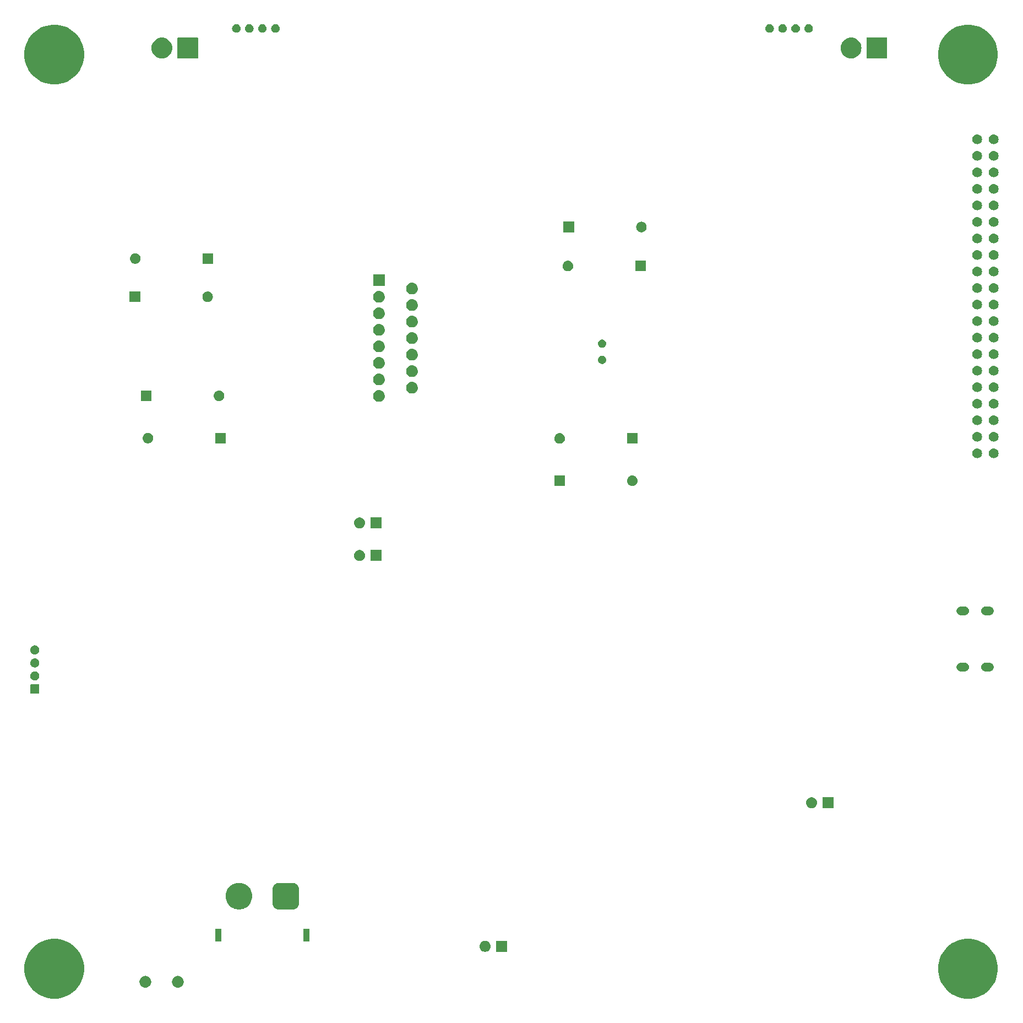
<source format=gbs>
G04 #@! TF.GenerationSoftware,KiCad,Pcbnew,8.0.6*
G04 #@! TF.CreationDate,2025-01-26T17:26:36-05:00*
G04 #@! TF.ProjectId,Main_Board_Rev1,4d61696e-5f42-46f6-9172-645f52657631,rev?*
G04 #@! TF.SameCoordinates,Original*
G04 #@! TF.FileFunction,Soldermask,Bot*
G04 #@! TF.FilePolarity,Negative*
%FSLAX46Y46*%
G04 Gerber Fmt 4.6, Leading zero omitted, Abs format (unit mm)*
G04 Created by KiCad (PCBNEW 8.0.6) date 2025-01-26 17:26:36*
%MOMM*%
%LPD*%
G01*
G04 APERTURE LIST*
G04 APERTURE END LIST*
G36*
X24424434Y-160919623D02*
G01*
X24845248Y-160978324D01*
X25258850Y-161075602D01*
X25661712Y-161210628D01*
X26050396Y-161382249D01*
X26421588Y-161589001D01*
X26772119Y-161829121D01*
X27099000Y-162100559D01*
X27399441Y-162401000D01*
X27670879Y-162727881D01*
X27910999Y-163078412D01*
X28117751Y-163449604D01*
X28289372Y-163838288D01*
X28424398Y-164241150D01*
X28521676Y-164654752D01*
X28580377Y-165075566D01*
X28600000Y-165500000D01*
X28580377Y-165924434D01*
X28521676Y-166345248D01*
X28424398Y-166758850D01*
X28289372Y-167161712D01*
X28117751Y-167550396D01*
X27910999Y-167921588D01*
X27670879Y-168272119D01*
X27399441Y-168599000D01*
X27099000Y-168899441D01*
X26772119Y-169170879D01*
X26421588Y-169410999D01*
X26050396Y-169617751D01*
X25661712Y-169789372D01*
X25258850Y-169924398D01*
X24845248Y-170021676D01*
X24424434Y-170080377D01*
X24000000Y-170100000D01*
X23575566Y-170080377D01*
X23154752Y-170021676D01*
X22741150Y-169924398D01*
X22338288Y-169789372D01*
X21949604Y-169617751D01*
X21578412Y-169410999D01*
X21227881Y-169170879D01*
X20901000Y-168899441D01*
X20600559Y-168599000D01*
X20329121Y-168272119D01*
X20089001Y-167921588D01*
X19882249Y-167550396D01*
X19710628Y-167161712D01*
X19575602Y-166758850D01*
X19478324Y-166345248D01*
X19419623Y-165924434D01*
X19400000Y-165500000D01*
X19419623Y-165075566D01*
X19478324Y-164654752D01*
X19575602Y-164241150D01*
X19710628Y-163838288D01*
X19882249Y-163449604D01*
X20089001Y-163078412D01*
X20329121Y-162727881D01*
X20600559Y-162401000D01*
X20901000Y-162100559D01*
X21227881Y-161829121D01*
X21578412Y-161589001D01*
X21949604Y-161382249D01*
X22338288Y-161210628D01*
X22741150Y-161075602D01*
X23154752Y-160978324D01*
X23575566Y-160919623D01*
X24000000Y-160900000D01*
X24424434Y-160919623D01*
G37*
G36*
X164924434Y-160919623D02*
G01*
X165345248Y-160978324D01*
X165758850Y-161075602D01*
X166161712Y-161210628D01*
X166550396Y-161382249D01*
X166921588Y-161589001D01*
X167272119Y-161829121D01*
X167599000Y-162100559D01*
X167899441Y-162401000D01*
X168170879Y-162727881D01*
X168410999Y-163078412D01*
X168617751Y-163449604D01*
X168789372Y-163838288D01*
X168924398Y-164241150D01*
X169021676Y-164654752D01*
X169080377Y-165075566D01*
X169100000Y-165500000D01*
X169080377Y-165924434D01*
X169021676Y-166345248D01*
X168924398Y-166758850D01*
X168789372Y-167161712D01*
X168617751Y-167550396D01*
X168410999Y-167921588D01*
X168170879Y-168272119D01*
X167899441Y-168599000D01*
X167599000Y-168899441D01*
X167272119Y-169170879D01*
X166921588Y-169410999D01*
X166550396Y-169617751D01*
X166161712Y-169789372D01*
X165758850Y-169924398D01*
X165345248Y-170021676D01*
X164924434Y-170080377D01*
X164500000Y-170100000D01*
X164075566Y-170080377D01*
X163654752Y-170021676D01*
X163241150Y-169924398D01*
X162838288Y-169789372D01*
X162449604Y-169617751D01*
X162078412Y-169410999D01*
X161727881Y-169170879D01*
X161401000Y-168899441D01*
X161100559Y-168599000D01*
X160829121Y-168272119D01*
X160589001Y-167921588D01*
X160382249Y-167550396D01*
X160210628Y-167161712D01*
X160075602Y-166758850D01*
X159978324Y-166345248D01*
X159919623Y-165924434D01*
X159900000Y-165500000D01*
X159919623Y-165075566D01*
X159978324Y-164654752D01*
X160075602Y-164241150D01*
X160210628Y-163838288D01*
X160382249Y-163449604D01*
X160589001Y-163078412D01*
X160829121Y-162727881D01*
X161100559Y-162401000D01*
X161401000Y-162100559D01*
X161727881Y-161829121D01*
X162078412Y-161589001D01*
X162449604Y-161382249D01*
X162838288Y-161210628D01*
X163241150Y-161075602D01*
X163654752Y-160978324D01*
X164075566Y-160919623D01*
X164500000Y-160900000D01*
X164924434Y-160919623D01*
G37*
G36*
X38047669Y-166603240D02*
G01*
X38094253Y-166603240D01*
X38134479Y-166611790D01*
X38175861Y-166615866D01*
X38227847Y-166631635D01*
X38278641Y-166642432D01*
X38311142Y-166656902D01*
X38344973Y-166667165D01*
X38398737Y-166695902D01*
X38450850Y-166719105D01*
X38475079Y-166736708D01*
X38500823Y-166750469D01*
X38553340Y-166793568D01*
X38603355Y-166829906D01*
X38619592Y-166847939D01*
X38637425Y-166862574D01*
X38685341Y-166920960D01*
X38729491Y-166969994D01*
X38738767Y-166986062D01*
X38749530Y-166999176D01*
X38789349Y-167073672D01*
X38823744Y-167133246D01*
X38827699Y-167145420D01*
X38832834Y-167155026D01*
X38861134Y-167248322D01*
X38881996Y-167312526D01*
X38882730Y-167319514D01*
X38884133Y-167324138D01*
X38897788Y-167462786D01*
X38901700Y-167500000D01*
X38897788Y-167537216D01*
X38884133Y-167675861D01*
X38882730Y-167680483D01*
X38881996Y-167687474D01*
X38861130Y-167751691D01*
X38832834Y-167844973D01*
X38827700Y-167854576D01*
X38823744Y-167866754D01*
X38789341Y-167926340D01*
X38749530Y-168000823D01*
X38738769Y-168013934D01*
X38729491Y-168030006D01*
X38685331Y-168079049D01*
X38637425Y-168137425D01*
X38619595Y-168152057D01*
X38603355Y-168170094D01*
X38553329Y-168206439D01*
X38500823Y-168249530D01*
X38475084Y-168263287D01*
X38450850Y-168280895D01*
X38398725Y-168304102D01*
X38344973Y-168332834D01*
X38311149Y-168343094D01*
X38278641Y-168357568D01*
X38227836Y-168368366D01*
X38175861Y-168384133D01*
X38134488Y-168388207D01*
X38094253Y-168396760D01*
X38047658Y-168396760D01*
X38000000Y-168401454D01*
X37952341Y-168396760D01*
X37905747Y-168396760D01*
X37865512Y-168388208D01*
X37824138Y-168384133D01*
X37772160Y-168368365D01*
X37721359Y-168357568D01*
X37688852Y-168343095D01*
X37655026Y-168332834D01*
X37601268Y-168304099D01*
X37549150Y-168280895D01*
X37524917Y-168263289D01*
X37499176Y-168249530D01*
X37446661Y-168206433D01*
X37396645Y-168170094D01*
X37380407Y-168152060D01*
X37362574Y-168137425D01*
X37314656Y-168079037D01*
X37270509Y-168030006D01*
X37261232Y-168013938D01*
X37250469Y-168000823D01*
X37210644Y-167926317D01*
X37176256Y-167866754D01*
X37172300Y-167854581D01*
X37167165Y-167844973D01*
X37138854Y-167751645D01*
X37118004Y-167687474D01*
X37117269Y-167680488D01*
X37115866Y-167675861D01*
X37102195Y-167537064D01*
X37098300Y-167500000D01*
X37102195Y-167462938D01*
X37115866Y-167324138D01*
X37117270Y-167319509D01*
X37118004Y-167312526D01*
X37138850Y-167248368D01*
X37167165Y-167155026D01*
X37172301Y-167145415D01*
X37176256Y-167133246D01*
X37210637Y-167073695D01*
X37250469Y-166999176D01*
X37261234Y-166986058D01*
X37270509Y-166969994D01*
X37314647Y-166920973D01*
X37362574Y-166862574D01*
X37380410Y-166847935D01*
X37396645Y-166829906D01*
X37446650Y-166793574D01*
X37499176Y-166750469D01*
X37524923Y-166736706D01*
X37549150Y-166719105D01*
X37601256Y-166695905D01*
X37655026Y-166667165D01*
X37688859Y-166656901D01*
X37721359Y-166642432D01*
X37772149Y-166631636D01*
X37824138Y-166615866D01*
X37865521Y-166611790D01*
X37905747Y-166603240D01*
X37952331Y-166603240D01*
X38000000Y-166598545D01*
X38047669Y-166603240D01*
G37*
G36*
X43047669Y-166603240D02*
G01*
X43094253Y-166603240D01*
X43134479Y-166611790D01*
X43175861Y-166615866D01*
X43227847Y-166631635D01*
X43278641Y-166642432D01*
X43311142Y-166656902D01*
X43344973Y-166667165D01*
X43398737Y-166695902D01*
X43450850Y-166719105D01*
X43475079Y-166736708D01*
X43500823Y-166750469D01*
X43553340Y-166793568D01*
X43603355Y-166829906D01*
X43619592Y-166847939D01*
X43637425Y-166862574D01*
X43685341Y-166920960D01*
X43729491Y-166969994D01*
X43738767Y-166986062D01*
X43749530Y-166999176D01*
X43789349Y-167073672D01*
X43823744Y-167133246D01*
X43827699Y-167145420D01*
X43832834Y-167155026D01*
X43861134Y-167248322D01*
X43881996Y-167312526D01*
X43882730Y-167319514D01*
X43884133Y-167324138D01*
X43897788Y-167462786D01*
X43901700Y-167500000D01*
X43897788Y-167537216D01*
X43884133Y-167675861D01*
X43882730Y-167680483D01*
X43881996Y-167687474D01*
X43861130Y-167751691D01*
X43832834Y-167844973D01*
X43827700Y-167854576D01*
X43823744Y-167866754D01*
X43789341Y-167926340D01*
X43749530Y-168000823D01*
X43738769Y-168013934D01*
X43729491Y-168030006D01*
X43685331Y-168079049D01*
X43637425Y-168137425D01*
X43619595Y-168152057D01*
X43603355Y-168170094D01*
X43553329Y-168206439D01*
X43500823Y-168249530D01*
X43475084Y-168263287D01*
X43450850Y-168280895D01*
X43398725Y-168304102D01*
X43344973Y-168332834D01*
X43311149Y-168343094D01*
X43278641Y-168357568D01*
X43227836Y-168368366D01*
X43175861Y-168384133D01*
X43134488Y-168388207D01*
X43094253Y-168396760D01*
X43047658Y-168396760D01*
X43000000Y-168401454D01*
X42952341Y-168396760D01*
X42905747Y-168396760D01*
X42865512Y-168388208D01*
X42824138Y-168384133D01*
X42772160Y-168368365D01*
X42721359Y-168357568D01*
X42688852Y-168343095D01*
X42655026Y-168332834D01*
X42601268Y-168304099D01*
X42549150Y-168280895D01*
X42524917Y-168263289D01*
X42499176Y-168249530D01*
X42446661Y-168206433D01*
X42396645Y-168170094D01*
X42380407Y-168152060D01*
X42362574Y-168137425D01*
X42314656Y-168079037D01*
X42270509Y-168030006D01*
X42261232Y-168013938D01*
X42250469Y-168000823D01*
X42210644Y-167926317D01*
X42176256Y-167866754D01*
X42172300Y-167854581D01*
X42167165Y-167844973D01*
X42138854Y-167751645D01*
X42118004Y-167687474D01*
X42117269Y-167680488D01*
X42115866Y-167675861D01*
X42102195Y-167537064D01*
X42098300Y-167500000D01*
X42102195Y-167462938D01*
X42115866Y-167324138D01*
X42117270Y-167319509D01*
X42118004Y-167312526D01*
X42138850Y-167248368D01*
X42167165Y-167155026D01*
X42172301Y-167145415D01*
X42176256Y-167133246D01*
X42210637Y-167073695D01*
X42250469Y-166999176D01*
X42261234Y-166986058D01*
X42270509Y-166969994D01*
X42314647Y-166920973D01*
X42362574Y-166862574D01*
X42380410Y-166847935D01*
X42396645Y-166829906D01*
X42446650Y-166793574D01*
X42499176Y-166750469D01*
X42524923Y-166736706D01*
X42549150Y-166719105D01*
X42601256Y-166695905D01*
X42655026Y-166667165D01*
X42688859Y-166656901D01*
X42721359Y-166642432D01*
X42772149Y-166631636D01*
X42824138Y-166615866D01*
X42865521Y-166611790D01*
X42905747Y-166603240D01*
X42952331Y-166603240D01*
X43000000Y-166598545D01*
X43047669Y-166603240D01*
G37*
G36*
X93649976Y-162920108D02*
G01*
X91949976Y-162920108D01*
X91949976Y-161220108D01*
X93649976Y-161220108D01*
X93649976Y-162920108D01*
G37*
G36*
X90522640Y-161261710D02*
G01*
X90684976Y-161333986D01*
X90828737Y-161438435D01*
X90947640Y-161570491D01*
X91036490Y-161724382D01*
X91091401Y-161893383D01*
X91109976Y-162070108D01*
X91091401Y-162246833D01*
X91036490Y-162415834D01*
X90947640Y-162569725D01*
X90828737Y-162701781D01*
X90684976Y-162806230D01*
X90522640Y-162878506D01*
X90348825Y-162915452D01*
X90171127Y-162915452D01*
X89997312Y-162878506D01*
X89834976Y-162806230D01*
X89691215Y-162701781D01*
X89572312Y-162569725D01*
X89483462Y-162415834D01*
X89428551Y-162246833D01*
X89409976Y-162070108D01*
X89428551Y-161893383D01*
X89483462Y-161724382D01*
X89572312Y-161570491D01*
X89691215Y-161438435D01*
X89834976Y-161333986D01*
X89997312Y-161261710D01*
X90171127Y-161224764D01*
X90348825Y-161224764D01*
X90522640Y-161261710D01*
G37*
G36*
X49700000Y-161350000D02*
G01*
X48800000Y-161350000D01*
X48800000Y-159350000D01*
X49700000Y-159350000D01*
X49700000Y-161350000D01*
G37*
G36*
X63200000Y-161350000D02*
G01*
X62300000Y-161350000D01*
X62300000Y-159350000D01*
X63200000Y-159350000D01*
X63200000Y-161350000D01*
G37*
G36*
X60627311Y-152300227D02*
G01*
X60745767Y-152307283D01*
X60784501Y-152315709D01*
X60824968Y-152319695D01*
X60881117Y-152336727D01*
X60937025Y-152348890D01*
X60975438Y-152365339D01*
X61017251Y-152378023D01*
X61066368Y-152404277D01*
X61116123Y-152425583D01*
X61153289Y-152450738D01*
X61194459Y-152472744D01*
X61235183Y-152506165D01*
X61277461Y-152534780D01*
X61311377Y-152568696D01*
X61349784Y-152600216D01*
X61381303Y-152638622D01*
X61415219Y-152672538D01*
X61443832Y-152714814D01*
X61477256Y-152755541D01*
X61499262Y-152796712D01*
X61524416Y-152833876D01*
X61545719Y-152883626D01*
X61571977Y-152932749D01*
X61584661Y-152974565D01*
X61601109Y-153012974D01*
X61613269Y-153068872D01*
X61630305Y-153125032D01*
X61634291Y-153165506D01*
X61642716Y-153204233D01*
X61649770Y-153322665D01*
X61650000Y-153325000D01*
X61650000Y-155375000D01*
X61649769Y-155377337D01*
X61642716Y-155495767D01*
X61634291Y-155534492D01*
X61630305Y-155574968D01*
X61613268Y-155631129D01*
X61601109Y-155687025D01*
X61584662Y-155725430D01*
X61571977Y-155767251D01*
X61545717Y-155816377D01*
X61524416Y-155866123D01*
X61499265Y-155903282D01*
X61477256Y-155944459D01*
X61443828Y-155985190D01*
X61415219Y-156027461D01*
X61381307Y-156061372D01*
X61349784Y-156099784D01*
X61311372Y-156131307D01*
X61277461Y-156165219D01*
X61235190Y-156193828D01*
X61194459Y-156227256D01*
X61153282Y-156249265D01*
X61116123Y-156274416D01*
X61066377Y-156295717D01*
X61017251Y-156321977D01*
X60975430Y-156334662D01*
X60937025Y-156351109D01*
X60881130Y-156363268D01*
X60824968Y-156380305D01*
X60784491Y-156384291D01*
X60745766Y-156392716D01*
X60627336Y-156399769D01*
X60625000Y-156400000D01*
X58575000Y-156400000D01*
X58572664Y-156399769D01*
X58454232Y-156392716D01*
X58415505Y-156384291D01*
X58375032Y-156380305D01*
X58318873Y-156363269D01*
X58262974Y-156351109D01*
X58224565Y-156334661D01*
X58182749Y-156321977D01*
X58133626Y-156295719D01*
X58083876Y-156274416D01*
X58046712Y-156249262D01*
X58005541Y-156227256D01*
X57964814Y-156193832D01*
X57922538Y-156165219D01*
X57888622Y-156131303D01*
X57850216Y-156099784D01*
X57818696Y-156061377D01*
X57784780Y-156027461D01*
X57756165Y-155985183D01*
X57722744Y-155944459D01*
X57700738Y-155903289D01*
X57675583Y-155866123D01*
X57654277Y-155816368D01*
X57628023Y-155767251D01*
X57615339Y-155725438D01*
X57598890Y-155687025D01*
X57586727Y-155631118D01*
X57569695Y-155574968D01*
X57565709Y-155534499D01*
X57557283Y-155495766D01*
X57550227Y-155377310D01*
X57550000Y-155375000D01*
X57550000Y-153325000D01*
X57550227Y-153322689D01*
X57557283Y-153204232D01*
X57565709Y-153165496D01*
X57569695Y-153125032D01*
X57586726Y-153068884D01*
X57598890Y-153012974D01*
X57615340Y-152974557D01*
X57628023Y-152932749D01*
X57654275Y-152883635D01*
X57675583Y-152833876D01*
X57700740Y-152796705D01*
X57722744Y-152755541D01*
X57756161Y-152714821D01*
X57784780Y-152672538D01*
X57818701Y-152638616D01*
X57850216Y-152600216D01*
X57888616Y-152568701D01*
X57922538Y-152534780D01*
X57964821Y-152506161D01*
X58005541Y-152472744D01*
X58046705Y-152450740D01*
X58083876Y-152425583D01*
X58133635Y-152404275D01*
X58182749Y-152378023D01*
X58224557Y-152365340D01*
X58262974Y-152348890D01*
X58318884Y-152336727D01*
X58375032Y-152319695D01*
X58415498Y-152315709D01*
X58454233Y-152307283D01*
X58572691Y-152300227D01*
X58575000Y-152300000D01*
X60625000Y-152300000D01*
X60627311Y-152300227D01*
G37*
G36*
X52817085Y-152342878D02*
G01*
X53086503Y-152418365D01*
X53343133Y-152529835D01*
X53582195Y-152675212D01*
X53799234Y-152851786D01*
X53990208Y-153056270D01*
X54151560Y-153284853D01*
X54280283Y-153533278D01*
X54373980Y-153796917D01*
X54430906Y-154070858D01*
X54450000Y-154350000D01*
X54430906Y-154629142D01*
X54373980Y-154903083D01*
X54280283Y-155166722D01*
X54151560Y-155415147D01*
X53990208Y-155643730D01*
X53799234Y-155848214D01*
X53582195Y-156024788D01*
X53343133Y-156170165D01*
X53086503Y-156281635D01*
X52817085Y-156357122D01*
X52539897Y-156395221D01*
X52260103Y-156395221D01*
X51982915Y-156357122D01*
X51713497Y-156281635D01*
X51456867Y-156170165D01*
X51217805Y-156024788D01*
X51000766Y-155848214D01*
X50809792Y-155643730D01*
X50648440Y-155415147D01*
X50519717Y-155166722D01*
X50426020Y-154903083D01*
X50369094Y-154629142D01*
X50350000Y-154350000D01*
X50369094Y-154070858D01*
X50426020Y-153796917D01*
X50519717Y-153533278D01*
X50648440Y-153284853D01*
X50809792Y-153056270D01*
X51000766Y-152851786D01*
X51217805Y-152675212D01*
X51456867Y-152529835D01*
X51713497Y-152418365D01*
X51982915Y-152342878D01*
X52260103Y-152304779D01*
X52539897Y-152304779D01*
X52817085Y-152342878D01*
G37*
G36*
X143825000Y-140850000D02*
G01*
X142125000Y-140850000D01*
X142125000Y-139150000D01*
X143825000Y-139150000D01*
X143825000Y-140850000D01*
G37*
G36*
X140697664Y-139191602D02*
G01*
X140860000Y-139263878D01*
X141003761Y-139368327D01*
X141122664Y-139500383D01*
X141211514Y-139654274D01*
X141266425Y-139823275D01*
X141285000Y-140000000D01*
X141266425Y-140176725D01*
X141211514Y-140345726D01*
X141122664Y-140499617D01*
X141003761Y-140631673D01*
X140860000Y-140736122D01*
X140697664Y-140808398D01*
X140523849Y-140845344D01*
X140346151Y-140845344D01*
X140172336Y-140808398D01*
X140010000Y-140736122D01*
X139866239Y-140631673D01*
X139747336Y-140499617D01*
X139658486Y-140345726D01*
X139603575Y-140176725D01*
X139585000Y-140000000D01*
X139603575Y-139823275D01*
X139658486Y-139654274D01*
X139747336Y-139500383D01*
X139866239Y-139368327D01*
X140010000Y-139263878D01*
X140172336Y-139191602D01*
X140346151Y-139154656D01*
X140523849Y-139154656D01*
X140697664Y-139191602D01*
G37*
G36*
X21639034Y-121805764D02*
G01*
X21672125Y-121827875D01*
X21694236Y-121860966D01*
X21702000Y-121900000D01*
X21702000Y-123100000D01*
X21694236Y-123139034D01*
X21672125Y-123172125D01*
X21639034Y-123194236D01*
X21600000Y-123202000D01*
X20400000Y-123202000D01*
X20360966Y-123194236D01*
X20327875Y-123172125D01*
X20305764Y-123139034D01*
X20298000Y-123100000D01*
X20298000Y-121900000D01*
X20305764Y-121860966D01*
X20327875Y-121827875D01*
X20360966Y-121805764D01*
X20400000Y-121798000D01*
X21600000Y-121798000D01*
X21639034Y-121805764D01*
G37*
G36*
X21042574Y-119803118D02*
G01*
X21084617Y-119803118D01*
X21120019Y-119811844D01*
X21156141Y-119815914D01*
X21202869Y-119832265D01*
X21248933Y-119843619D01*
X21276172Y-119857915D01*
X21304444Y-119867808D01*
X21352223Y-119897829D01*
X21398781Y-119922265D01*
X21417489Y-119938839D01*
X21437491Y-119951407D01*
X21482651Y-119996567D01*
X21525455Y-120034488D01*
X21536336Y-120050252D01*
X21548592Y-120062508D01*
X21587123Y-120123830D01*
X21621590Y-120173764D01*
X21626296Y-120186173D01*
X21632191Y-120195555D01*
X21660068Y-120275223D01*
X21681601Y-120332000D01*
X21682485Y-120339288D01*
X21684085Y-120343858D01*
X21697531Y-120463198D01*
X21702000Y-120500000D01*
X21697531Y-120536804D01*
X21684085Y-120656141D01*
X21682486Y-120660710D01*
X21681601Y-120668000D01*
X21660063Y-120724788D01*
X21632191Y-120804444D01*
X21626297Y-120813823D01*
X21621590Y-120826236D01*
X21587116Y-120876179D01*
X21548592Y-120937491D01*
X21536338Y-120949744D01*
X21525455Y-120965512D01*
X21482643Y-121003439D01*
X21437491Y-121048592D01*
X21417493Y-121061157D01*
X21398781Y-121077735D01*
X21352213Y-121102175D01*
X21304444Y-121132191D01*
X21276177Y-121142081D01*
X21248933Y-121156381D01*
X21202859Y-121167737D01*
X21156141Y-121184085D01*
X21120026Y-121188154D01*
X21084617Y-121196882D01*
X21042565Y-121196882D01*
X21000000Y-121201678D01*
X20957434Y-121196882D01*
X20915383Y-121196882D01*
X20879973Y-121188154D01*
X20843858Y-121184085D01*
X20797136Y-121167736D01*
X20751067Y-121156381D01*
X20723824Y-121142082D01*
X20695555Y-121132191D01*
X20647780Y-121102172D01*
X20601219Y-121077735D01*
X20582509Y-121061159D01*
X20562508Y-121048592D01*
X20517348Y-121003432D01*
X20474545Y-120965512D01*
X20463663Y-120949747D01*
X20451407Y-120937491D01*
X20412872Y-120876163D01*
X20378410Y-120826236D01*
X20373704Y-120813827D01*
X20367808Y-120804444D01*
X20339923Y-120724754D01*
X20318399Y-120668000D01*
X20317514Y-120660714D01*
X20315914Y-120656141D01*
X20302455Y-120536690D01*
X20298000Y-120500000D01*
X20302454Y-120463312D01*
X20315914Y-120343858D01*
X20317514Y-120339283D01*
X20318399Y-120332000D01*
X20339918Y-120275257D01*
X20367808Y-120195555D01*
X20373705Y-120186169D01*
X20378410Y-120173764D01*
X20412865Y-120123846D01*
X20451407Y-120062508D01*
X20463665Y-120050249D01*
X20474545Y-120034488D01*
X20517339Y-119996575D01*
X20562508Y-119951407D01*
X20582512Y-119938837D01*
X20601219Y-119922265D01*
X20647770Y-119897832D01*
X20695555Y-119867808D01*
X20723829Y-119857914D01*
X20751067Y-119843619D01*
X20797127Y-119832265D01*
X20843858Y-119815914D01*
X20879981Y-119811843D01*
X20915383Y-119803118D01*
X20957426Y-119803118D01*
X21000000Y-119798321D01*
X21042574Y-119803118D01*
G37*
G36*
X164000294Y-118480004D02*
G01*
X164000640Y-118480014D01*
X164000699Y-118480015D01*
X164033531Y-118480981D01*
X164033549Y-118480982D01*
X164034294Y-118481004D01*
X164034879Y-118481039D01*
X164035614Y-118481103D01*
X164035650Y-118481106D01*
X164068517Y-118484006D01*
X164068591Y-118484013D01*
X164068879Y-118484039D01*
X164069168Y-118484068D01*
X164069474Y-118484104D01*
X164069513Y-118484108D01*
X164102354Y-118487972D01*
X164102361Y-118487973D01*
X164103168Y-118488068D01*
X164103789Y-118488161D01*
X164136789Y-118494161D01*
X164137356Y-118494281D01*
X164138055Y-118494450D01*
X164138067Y-118494453D01*
X164169640Y-118502107D01*
X164169654Y-118502110D01*
X164170356Y-118502281D01*
X164170900Y-118502430D01*
X164171578Y-118502635D01*
X164171591Y-118502639D01*
X164203438Y-118512290D01*
X164203900Y-118512430D01*
X164204251Y-118512543D01*
X164236251Y-118523543D01*
X164236867Y-118523778D01*
X164267867Y-118536778D01*
X164268356Y-118536998D01*
X164268952Y-118537286D01*
X164268960Y-118537290D01*
X164298877Y-118551766D01*
X164299356Y-118551998D01*
X164299706Y-118552176D01*
X164329706Y-118568176D01*
X164330274Y-118568504D01*
X164359274Y-118586504D01*
X164359615Y-118586725D01*
X164360032Y-118587008D01*
X164360049Y-118587019D01*
X164386943Y-118605269D01*
X164387615Y-118605725D01*
X164388139Y-118606106D01*
X164415139Y-118627106D01*
X164415459Y-118627366D01*
X164415848Y-118627695D01*
X164415886Y-118627726D01*
X164441052Y-118649021D01*
X164441069Y-118649036D01*
X164441459Y-118649366D01*
X164441771Y-118649641D01*
X164466771Y-118672641D01*
X164467359Y-118673229D01*
X164490359Y-118698229D01*
X164490634Y-118698541D01*
X164490966Y-118698934D01*
X164490978Y-118698947D01*
X164512273Y-118724113D01*
X164512299Y-118724145D01*
X164512634Y-118724541D01*
X164512894Y-118724861D01*
X164533894Y-118751861D01*
X164534275Y-118752385D01*
X164553275Y-118780385D01*
X164553496Y-118780726D01*
X164571496Y-118809726D01*
X164571824Y-118810294D01*
X164587824Y-118840294D01*
X164588002Y-118840644D01*
X164603002Y-118871644D01*
X164603222Y-118872133D01*
X164616222Y-118903133D01*
X164616457Y-118903749D01*
X164627457Y-118935749D01*
X164627570Y-118936100D01*
X164637570Y-118969100D01*
X164637719Y-118969644D01*
X164645719Y-119002644D01*
X164645839Y-119003211D01*
X164651839Y-119036211D01*
X164651932Y-119036832D01*
X164655932Y-119070832D01*
X164655961Y-119071121D01*
X164658961Y-119105121D01*
X164658996Y-119105706D01*
X164659996Y-119139706D01*
X164659996Y-119140294D01*
X164658996Y-119174294D01*
X164658961Y-119174879D01*
X164655961Y-119208879D01*
X164655932Y-119209168D01*
X164651932Y-119243168D01*
X164651839Y-119243789D01*
X164645839Y-119276789D01*
X164645719Y-119277356D01*
X164637719Y-119310356D01*
X164637570Y-119310900D01*
X164627570Y-119343900D01*
X164627457Y-119344251D01*
X164616457Y-119376251D01*
X164616222Y-119376867D01*
X164603222Y-119407867D01*
X164603002Y-119408356D01*
X164588002Y-119439356D01*
X164587824Y-119439706D01*
X164571824Y-119469706D01*
X164571496Y-119470274D01*
X164553496Y-119499274D01*
X164553275Y-119499615D01*
X164534275Y-119527615D01*
X164533894Y-119528139D01*
X164512894Y-119555139D01*
X164512634Y-119555459D01*
X164490634Y-119581459D01*
X164490359Y-119581771D01*
X164467359Y-119606771D01*
X164466771Y-119607359D01*
X164441771Y-119630359D01*
X164441459Y-119630634D01*
X164415459Y-119652634D01*
X164415139Y-119652894D01*
X164388139Y-119673894D01*
X164387615Y-119674275D01*
X164359615Y-119693275D01*
X164359274Y-119693496D01*
X164330274Y-119711496D01*
X164329706Y-119711824D01*
X164299706Y-119727824D01*
X164299356Y-119728002D01*
X164268356Y-119743002D01*
X164267867Y-119743222D01*
X164236867Y-119756222D01*
X164236251Y-119756457D01*
X164204251Y-119767457D01*
X164203900Y-119767570D01*
X164170900Y-119777570D01*
X164170356Y-119777719D01*
X164137356Y-119785719D01*
X164136789Y-119785839D01*
X164103789Y-119791839D01*
X164103168Y-119791932D01*
X164069168Y-119795932D01*
X164068879Y-119795961D01*
X164068521Y-119795992D01*
X164068517Y-119795993D01*
X164035650Y-119798893D01*
X164034879Y-119798961D01*
X164034294Y-119798996D01*
X164000294Y-119799996D01*
X164000000Y-119800000D01*
X163999605Y-119800000D01*
X163400395Y-119800000D01*
X163400000Y-119800000D01*
X163399706Y-119799996D01*
X163365706Y-119798996D01*
X163365121Y-119798961D01*
X163364353Y-119798893D01*
X163364349Y-119798893D01*
X163331482Y-119795993D01*
X163331471Y-119795991D01*
X163331121Y-119795961D01*
X163330832Y-119795932D01*
X163296832Y-119791932D01*
X163296211Y-119791839D01*
X163263211Y-119785839D01*
X163262644Y-119785719D01*
X163229644Y-119777719D01*
X163229100Y-119777570D01*
X163196100Y-119767570D01*
X163195749Y-119767457D01*
X163163749Y-119756457D01*
X163163133Y-119756222D01*
X163132133Y-119743222D01*
X163131644Y-119743002D01*
X163100644Y-119728002D01*
X163100294Y-119727824D01*
X163070294Y-119711824D01*
X163069726Y-119711496D01*
X163040726Y-119693496D01*
X163040385Y-119693275D01*
X163012385Y-119674275D01*
X163011861Y-119673894D01*
X162984861Y-119652894D01*
X162984541Y-119652634D01*
X162984145Y-119652299D01*
X162984113Y-119652273D01*
X162958947Y-119630978D01*
X162958934Y-119630966D01*
X162958541Y-119630634D01*
X162958229Y-119630359D01*
X162933229Y-119607359D01*
X162932641Y-119606771D01*
X162909641Y-119581771D01*
X162909366Y-119581459D01*
X162909036Y-119581069D01*
X162909021Y-119581052D01*
X162887726Y-119555886D01*
X162887695Y-119555848D01*
X162887366Y-119555459D01*
X162887106Y-119555139D01*
X162866106Y-119528139D01*
X162865725Y-119527615D01*
X162846725Y-119499615D01*
X162846504Y-119499274D01*
X162828504Y-119470274D01*
X162828176Y-119469706D01*
X162812176Y-119439706D01*
X162811998Y-119439356D01*
X162796998Y-119408356D01*
X162796778Y-119407867D01*
X162783778Y-119376867D01*
X162783543Y-119376251D01*
X162772543Y-119344251D01*
X162772430Y-119343900D01*
X162762430Y-119310900D01*
X162762281Y-119310356D01*
X162754281Y-119277356D01*
X162754161Y-119276789D01*
X162748161Y-119243789D01*
X162748068Y-119243168D01*
X162747972Y-119242354D01*
X162744108Y-119209513D01*
X162744104Y-119209474D01*
X162744068Y-119209168D01*
X162744039Y-119208879D01*
X162744013Y-119208591D01*
X162744006Y-119208517D01*
X162741106Y-119175650D01*
X162741103Y-119175614D01*
X162741039Y-119174879D01*
X162741004Y-119174294D01*
X162740982Y-119173549D01*
X162740981Y-119173531D01*
X162740026Y-119141042D01*
X162740004Y-119140294D01*
X162740004Y-119139706D01*
X162740225Y-119132191D01*
X162740981Y-119106468D01*
X162740982Y-119106448D01*
X162741004Y-119105706D01*
X162741039Y-119105121D01*
X162741103Y-119104387D01*
X162741106Y-119104349D01*
X162744006Y-119071482D01*
X162744014Y-119071401D01*
X162744039Y-119071121D01*
X162744068Y-119070832D01*
X162744103Y-119070532D01*
X162744108Y-119070486D01*
X162747972Y-119037645D01*
X162747973Y-119037634D01*
X162748068Y-119036832D01*
X162748161Y-119036211D01*
X162754161Y-119003211D01*
X162754281Y-119002644D01*
X162754448Y-119001951D01*
X162754453Y-119001932D01*
X162762107Y-118970359D01*
X162762113Y-118970336D01*
X162762281Y-118969644D01*
X162762430Y-118969100D01*
X162762632Y-118968430D01*
X162762639Y-118968408D01*
X162772290Y-118936561D01*
X162772294Y-118936545D01*
X162772430Y-118936100D01*
X162772543Y-118935749D01*
X162772694Y-118935308D01*
X162772702Y-118935285D01*
X162783272Y-118904536D01*
X162783276Y-118904523D01*
X162783543Y-118903749D01*
X162783778Y-118903133D01*
X162796778Y-118872133D01*
X162796998Y-118871644D01*
X162797279Y-118871061D01*
X162797290Y-118871039D01*
X162811766Y-118841122D01*
X162811780Y-118841093D01*
X162811998Y-118840644D01*
X162812176Y-118840294D01*
X162828176Y-118810294D01*
X162828504Y-118809726D01*
X162846504Y-118780726D01*
X162846725Y-118780385D01*
X162846993Y-118779989D01*
X162847019Y-118779950D01*
X162865269Y-118753056D01*
X162865279Y-118753041D01*
X162865725Y-118752385D01*
X162866106Y-118751861D01*
X162866593Y-118751234D01*
X162866606Y-118751217D01*
X162886774Y-118725287D01*
X162886790Y-118725266D01*
X162887106Y-118724861D01*
X162887366Y-118724541D01*
X162887676Y-118724174D01*
X162887726Y-118724113D01*
X162909021Y-118698947D01*
X162909056Y-118698906D01*
X162909366Y-118698541D01*
X162909641Y-118698229D01*
X162932641Y-118673229D01*
X162933229Y-118672641D01*
X162933992Y-118671939D01*
X162957870Y-118649971D01*
X162957877Y-118649964D01*
X162958229Y-118649641D01*
X162958541Y-118649366D01*
X162958906Y-118649056D01*
X162958947Y-118649021D01*
X162984113Y-118627726D01*
X162984174Y-118627676D01*
X162984541Y-118627366D01*
X162984861Y-118627106D01*
X162985266Y-118626790D01*
X162985287Y-118626774D01*
X163011217Y-118606606D01*
X163011234Y-118606593D01*
X163011861Y-118606106D01*
X163012385Y-118605725D01*
X163013041Y-118605279D01*
X163013056Y-118605269D01*
X163039950Y-118587019D01*
X163039989Y-118586993D01*
X163040385Y-118586725D01*
X163040726Y-118586504D01*
X163069726Y-118568504D01*
X163070294Y-118568176D01*
X163100294Y-118552176D01*
X163100644Y-118551998D01*
X163101093Y-118551780D01*
X163101122Y-118551766D01*
X163131039Y-118537290D01*
X163131061Y-118537279D01*
X163131644Y-118536998D01*
X163132133Y-118536778D01*
X163163133Y-118523778D01*
X163163749Y-118523543D01*
X163164523Y-118523276D01*
X163164536Y-118523272D01*
X163195285Y-118512702D01*
X163195308Y-118512694D01*
X163195749Y-118512543D01*
X163196100Y-118512430D01*
X163196545Y-118512294D01*
X163196561Y-118512290D01*
X163228408Y-118502639D01*
X163228430Y-118502632D01*
X163229100Y-118502430D01*
X163229644Y-118502281D01*
X163230336Y-118502113D01*
X163230359Y-118502107D01*
X163261932Y-118494453D01*
X163261951Y-118494448D01*
X163262644Y-118494281D01*
X163263211Y-118494161D01*
X163296211Y-118488161D01*
X163296832Y-118488068D01*
X163297634Y-118487973D01*
X163297645Y-118487972D01*
X163330486Y-118484108D01*
X163330532Y-118484103D01*
X163330832Y-118484068D01*
X163331121Y-118484039D01*
X163331401Y-118484014D01*
X163331482Y-118484006D01*
X163364349Y-118481106D01*
X163364387Y-118481103D01*
X163365121Y-118481039D01*
X163365706Y-118481004D01*
X163366448Y-118480982D01*
X163366468Y-118480981D01*
X163399300Y-118480015D01*
X163399359Y-118480014D01*
X163399706Y-118480004D01*
X163400000Y-118480000D01*
X164000000Y-118480000D01*
X164000294Y-118480004D01*
G37*
G36*
X167800294Y-118480004D02*
G01*
X167800640Y-118480014D01*
X167800699Y-118480015D01*
X167833531Y-118480981D01*
X167833549Y-118480982D01*
X167834294Y-118481004D01*
X167834879Y-118481039D01*
X167835614Y-118481103D01*
X167835650Y-118481106D01*
X167868517Y-118484006D01*
X167868591Y-118484013D01*
X167868879Y-118484039D01*
X167869168Y-118484068D01*
X167869474Y-118484104D01*
X167869513Y-118484108D01*
X167902354Y-118487972D01*
X167902361Y-118487973D01*
X167903168Y-118488068D01*
X167903789Y-118488161D01*
X167936789Y-118494161D01*
X167937356Y-118494281D01*
X167938055Y-118494450D01*
X167938067Y-118494453D01*
X167969640Y-118502107D01*
X167969654Y-118502110D01*
X167970356Y-118502281D01*
X167970900Y-118502430D01*
X167971578Y-118502635D01*
X167971591Y-118502639D01*
X168003438Y-118512290D01*
X168003900Y-118512430D01*
X168004251Y-118512543D01*
X168036251Y-118523543D01*
X168036867Y-118523778D01*
X168067867Y-118536778D01*
X168068356Y-118536998D01*
X168068952Y-118537286D01*
X168068960Y-118537290D01*
X168098877Y-118551766D01*
X168099356Y-118551998D01*
X168099706Y-118552176D01*
X168129706Y-118568176D01*
X168130274Y-118568504D01*
X168159274Y-118586504D01*
X168159615Y-118586725D01*
X168160032Y-118587008D01*
X168160049Y-118587019D01*
X168186943Y-118605269D01*
X168187615Y-118605725D01*
X168188139Y-118606106D01*
X168215139Y-118627106D01*
X168215459Y-118627366D01*
X168215848Y-118627695D01*
X168215886Y-118627726D01*
X168241052Y-118649021D01*
X168241069Y-118649036D01*
X168241459Y-118649366D01*
X168241771Y-118649641D01*
X168266771Y-118672641D01*
X168267359Y-118673229D01*
X168290359Y-118698229D01*
X168290634Y-118698541D01*
X168290966Y-118698934D01*
X168290978Y-118698947D01*
X168312273Y-118724113D01*
X168312299Y-118724145D01*
X168312634Y-118724541D01*
X168312894Y-118724861D01*
X168333894Y-118751861D01*
X168334275Y-118752385D01*
X168353275Y-118780385D01*
X168353496Y-118780726D01*
X168371496Y-118809726D01*
X168371824Y-118810294D01*
X168387824Y-118840294D01*
X168388002Y-118840644D01*
X168403002Y-118871644D01*
X168403222Y-118872133D01*
X168416222Y-118903133D01*
X168416457Y-118903749D01*
X168427457Y-118935749D01*
X168427570Y-118936100D01*
X168437570Y-118969100D01*
X168437719Y-118969644D01*
X168445719Y-119002644D01*
X168445839Y-119003211D01*
X168451839Y-119036211D01*
X168451932Y-119036832D01*
X168455932Y-119070832D01*
X168455961Y-119071121D01*
X168458961Y-119105121D01*
X168458996Y-119105706D01*
X168459996Y-119139706D01*
X168459996Y-119140294D01*
X168458996Y-119174294D01*
X168458961Y-119174879D01*
X168455961Y-119208879D01*
X168455932Y-119209168D01*
X168451932Y-119243168D01*
X168451839Y-119243789D01*
X168445839Y-119276789D01*
X168445719Y-119277356D01*
X168437719Y-119310356D01*
X168437570Y-119310900D01*
X168427570Y-119343900D01*
X168427457Y-119344251D01*
X168416457Y-119376251D01*
X168416222Y-119376867D01*
X168403222Y-119407867D01*
X168403002Y-119408356D01*
X168388002Y-119439356D01*
X168387824Y-119439706D01*
X168371824Y-119469706D01*
X168371496Y-119470274D01*
X168353496Y-119499274D01*
X168353275Y-119499615D01*
X168334275Y-119527615D01*
X168333894Y-119528139D01*
X168312894Y-119555139D01*
X168312634Y-119555459D01*
X168290634Y-119581459D01*
X168290359Y-119581771D01*
X168267359Y-119606771D01*
X168266771Y-119607359D01*
X168241771Y-119630359D01*
X168241459Y-119630634D01*
X168215459Y-119652634D01*
X168215139Y-119652894D01*
X168188139Y-119673894D01*
X168187615Y-119674275D01*
X168159615Y-119693275D01*
X168159274Y-119693496D01*
X168130274Y-119711496D01*
X168129706Y-119711824D01*
X168099706Y-119727824D01*
X168099356Y-119728002D01*
X168068356Y-119743002D01*
X168067867Y-119743222D01*
X168036867Y-119756222D01*
X168036251Y-119756457D01*
X168004251Y-119767457D01*
X168003900Y-119767570D01*
X167970900Y-119777570D01*
X167970356Y-119777719D01*
X167937356Y-119785719D01*
X167936789Y-119785839D01*
X167903789Y-119791839D01*
X167903168Y-119791932D01*
X167869168Y-119795932D01*
X167868879Y-119795961D01*
X167868521Y-119795992D01*
X167868517Y-119795993D01*
X167835650Y-119798893D01*
X167834879Y-119798961D01*
X167834294Y-119798996D01*
X167800294Y-119799996D01*
X167800000Y-119800000D01*
X167799605Y-119800000D01*
X167200395Y-119800000D01*
X167200000Y-119800000D01*
X167199706Y-119799996D01*
X167165706Y-119798996D01*
X167165121Y-119798961D01*
X167164353Y-119798893D01*
X167164349Y-119798893D01*
X167131482Y-119795993D01*
X167131471Y-119795991D01*
X167131121Y-119795961D01*
X167130832Y-119795932D01*
X167096832Y-119791932D01*
X167096211Y-119791839D01*
X167063211Y-119785839D01*
X167062644Y-119785719D01*
X167029644Y-119777719D01*
X167029100Y-119777570D01*
X166996100Y-119767570D01*
X166995749Y-119767457D01*
X166963749Y-119756457D01*
X166963133Y-119756222D01*
X166932133Y-119743222D01*
X166931644Y-119743002D01*
X166900644Y-119728002D01*
X166900294Y-119727824D01*
X166870294Y-119711824D01*
X166869726Y-119711496D01*
X166840726Y-119693496D01*
X166840385Y-119693275D01*
X166812385Y-119674275D01*
X166811861Y-119673894D01*
X166784861Y-119652894D01*
X166784541Y-119652634D01*
X166784145Y-119652299D01*
X166784113Y-119652273D01*
X166758947Y-119630978D01*
X166758934Y-119630966D01*
X166758541Y-119630634D01*
X166758229Y-119630359D01*
X166733229Y-119607359D01*
X166732641Y-119606771D01*
X166709641Y-119581771D01*
X166709366Y-119581459D01*
X166709036Y-119581069D01*
X166709021Y-119581052D01*
X166687726Y-119555886D01*
X166687695Y-119555848D01*
X166687366Y-119555459D01*
X166687106Y-119555139D01*
X166666106Y-119528139D01*
X166665725Y-119527615D01*
X166646725Y-119499615D01*
X166646504Y-119499274D01*
X166628504Y-119470274D01*
X166628176Y-119469706D01*
X166612176Y-119439706D01*
X166611998Y-119439356D01*
X166596998Y-119408356D01*
X166596778Y-119407867D01*
X166583778Y-119376867D01*
X166583543Y-119376251D01*
X166572543Y-119344251D01*
X166572430Y-119343900D01*
X166562430Y-119310900D01*
X166562281Y-119310356D01*
X166554281Y-119277356D01*
X166554161Y-119276789D01*
X166548161Y-119243789D01*
X166548068Y-119243168D01*
X166547972Y-119242354D01*
X166544108Y-119209513D01*
X166544104Y-119209474D01*
X166544068Y-119209168D01*
X166544039Y-119208879D01*
X166544013Y-119208591D01*
X166544006Y-119208517D01*
X166541106Y-119175650D01*
X166541103Y-119175614D01*
X166541039Y-119174879D01*
X166541004Y-119174294D01*
X166540982Y-119173549D01*
X166540981Y-119173531D01*
X166540026Y-119141042D01*
X166540004Y-119140294D01*
X166540004Y-119139706D01*
X166540225Y-119132191D01*
X166540981Y-119106468D01*
X166540982Y-119106448D01*
X166541004Y-119105706D01*
X166541039Y-119105121D01*
X166541103Y-119104387D01*
X166541106Y-119104349D01*
X166544006Y-119071482D01*
X166544014Y-119071401D01*
X166544039Y-119071121D01*
X166544068Y-119070832D01*
X166544103Y-119070532D01*
X166544108Y-119070486D01*
X166547972Y-119037645D01*
X166547973Y-119037634D01*
X166548068Y-119036832D01*
X166548161Y-119036211D01*
X166554161Y-119003211D01*
X166554281Y-119002644D01*
X166554448Y-119001951D01*
X166554453Y-119001932D01*
X166562107Y-118970359D01*
X166562113Y-118970336D01*
X166562281Y-118969644D01*
X166562430Y-118969100D01*
X166562632Y-118968430D01*
X166562639Y-118968408D01*
X166572290Y-118936561D01*
X166572294Y-118936545D01*
X166572430Y-118936100D01*
X166572543Y-118935749D01*
X166572694Y-118935308D01*
X166572702Y-118935285D01*
X166583272Y-118904536D01*
X166583276Y-118904523D01*
X166583543Y-118903749D01*
X166583778Y-118903133D01*
X166596778Y-118872133D01*
X166596998Y-118871644D01*
X166597279Y-118871061D01*
X166597290Y-118871039D01*
X166611766Y-118841122D01*
X166611780Y-118841093D01*
X166611998Y-118840644D01*
X166612176Y-118840294D01*
X166628176Y-118810294D01*
X166628504Y-118809726D01*
X166646504Y-118780726D01*
X166646725Y-118780385D01*
X166646993Y-118779989D01*
X166647019Y-118779950D01*
X166665269Y-118753056D01*
X166665279Y-118753041D01*
X166665725Y-118752385D01*
X166666106Y-118751861D01*
X166666593Y-118751234D01*
X166666606Y-118751217D01*
X166686774Y-118725287D01*
X166686790Y-118725266D01*
X166687106Y-118724861D01*
X166687366Y-118724541D01*
X166687676Y-118724174D01*
X166687726Y-118724113D01*
X166709021Y-118698947D01*
X166709056Y-118698906D01*
X166709366Y-118698541D01*
X166709641Y-118698229D01*
X166732641Y-118673229D01*
X166733229Y-118672641D01*
X166733992Y-118671939D01*
X166757870Y-118649971D01*
X166757877Y-118649964D01*
X166758229Y-118649641D01*
X166758541Y-118649366D01*
X166758906Y-118649056D01*
X166758947Y-118649021D01*
X166784113Y-118627726D01*
X166784174Y-118627676D01*
X166784541Y-118627366D01*
X166784861Y-118627106D01*
X166785266Y-118626790D01*
X166785287Y-118626774D01*
X166811217Y-118606606D01*
X166811234Y-118606593D01*
X166811861Y-118606106D01*
X166812385Y-118605725D01*
X166813041Y-118605279D01*
X166813056Y-118605269D01*
X166839950Y-118587019D01*
X166839989Y-118586993D01*
X166840385Y-118586725D01*
X166840726Y-118586504D01*
X166869726Y-118568504D01*
X166870294Y-118568176D01*
X166900294Y-118552176D01*
X166900644Y-118551998D01*
X166901093Y-118551780D01*
X166901122Y-118551766D01*
X166931039Y-118537290D01*
X166931061Y-118537279D01*
X166931644Y-118536998D01*
X166932133Y-118536778D01*
X166963133Y-118523778D01*
X166963749Y-118523543D01*
X166964523Y-118523276D01*
X166964536Y-118523272D01*
X166995285Y-118512702D01*
X166995308Y-118512694D01*
X166995749Y-118512543D01*
X166996100Y-118512430D01*
X166996545Y-118512294D01*
X166996561Y-118512290D01*
X167028408Y-118502639D01*
X167028430Y-118502632D01*
X167029100Y-118502430D01*
X167029644Y-118502281D01*
X167030336Y-118502113D01*
X167030359Y-118502107D01*
X167061932Y-118494453D01*
X167061951Y-118494448D01*
X167062644Y-118494281D01*
X167063211Y-118494161D01*
X167096211Y-118488161D01*
X167096832Y-118488068D01*
X167097634Y-118487973D01*
X167097645Y-118487972D01*
X167130486Y-118484108D01*
X167130532Y-118484103D01*
X167130832Y-118484068D01*
X167131121Y-118484039D01*
X167131401Y-118484014D01*
X167131482Y-118484006D01*
X167164349Y-118481106D01*
X167164387Y-118481103D01*
X167165121Y-118481039D01*
X167165706Y-118481004D01*
X167166448Y-118480982D01*
X167166468Y-118480981D01*
X167199300Y-118480015D01*
X167199359Y-118480014D01*
X167199706Y-118480004D01*
X167200000Y-118480000D01*
X167800000Y-118480000D01*
X167800294Y-118480004D01*
G37*
G36*
X21042574Y-117803118D02*
G01*
X21084617Y-117803118D01*
X21120019Y-117811844D01*
X21156141Y-117815914D01*
X21202869Y-117832265D01*
X21248933Y-117843619D01*
X21276172Y-117857915D01*
X21304444Y-117867808D01*
X21352223Y-117897829D01*
X21398781Y-117922265D01*
X21417489Y-117938839D01*
X21437491Y-117951407D01*
X21482651Y-117996567D01*
X21525455Y-118034488D01*
X21536336Y-118050252D01*
X21548592Y-118062508D01*
X21587123Y-118123830D01*
X21621590Y-118173764D01*
X21626296Y-118186173D01*
X21632191Y-118195555D01*
X21660068Y-118275223D01*
X21681601Y-118332000D01*
X21682485Y-118339288D01*
X21684085Y-118343858D01*
X21697531Y-118463198D01*
X21702000Y-118500000D01*
X21697534Y-118536778D01*
X21684085Y-118656141D01*
X21682486Y-118660710D01*
X21681601Y-118668000D01*
X21660063Y-118724788D01*
X21632191Y-118804444D01*
X21626297Y-118813823D01*
X21621590Y-118826236D01*
X21587116Y-118876179D01*
X21548592Y-118937491D01*
X21536338Y-118949744D01*
X21525455Y-118965512D01*
X21482643Y-119003439D01*
X21437491Y-119048592D01*
X21417493Y-119061157D01*
X21398781Y-119077735D01*
X21352213Y-119102175D01*
X21304444Y-119132191D01*
X21276177Y-119142081D01*
X21248933Y-119156381D01*
X21202859Y-119167737D01*
X21156141Y-119184085D01*
X21120026Y-119188154D01*
X21084617Y-119196882D01*
X21042565Y-119196882D01*
X21000000Y-119201678D01*
X20957434Y-119196882D01*
X20915383Y-119196882D01*
X20879973Y-119188154D01*
X20843858Y-119184085D01*
X20797136Y-119167736D01*
X20751067Y-119156381D01*
X20723824Y-119142082D01*
X20695555Y-119132191D01*
X20647780Y-119102172D01*
X20601219Y-119077735D01*
X20582509Y-119061159D01*
X20562508Y-119048592D01*
X20517348Y-119003432D01*
X20474545Y-118965512D01*
X20463663Y-118949747D01*
X20451407Y-118937491D01*
X20412872Y-118876163D01*
X20378410Y-118826236D01*
X20373704Y-118813827D01*
X20367808Y-118804444D01*
X20339923Y-118724754D01*
X20318399Y-118668000D01*
X20317514Y-118660714D01*
X20315914Y-118656141D01*
X20302455Y-118536690D01*
X20298000Y-118500000D01*
X20302454Y-118463312D01*
X20315914Y-118343858D01*
X20317514Y-118339283D01*
X20318399Y-118332000D01*
X20339918Y-118275257D01*
X20367808Y-118195555D01*
X20373705Y-118186169D01*
X20378410Y-118173764D01*
X20412865Y-118123846D01*
X20451407Y-118062508D01*
X20463665Y-118050249D01*
X20474545Y-118034488D01*
X20517339Y-117996575D01*
X20562508Y-117951407D01*
X20582512Y-117938837D01*
X20601219Y-117922265D01*
X20647770Y-117897832D01*
X20695555Y-117867808D01*
X20723829Y-117857914D01*
X20751067Y-117843619D01*
X20797127Y-117832265D01*
X20843858Y-117815914D01*
X20879981Y-117811843D01*
X20915383Y-117803118D01*
X20957426Y-117803118D01*
X21000000Y-117798321D01*
X21042574Y-117803118D01*
G37*
G36*
X21042574Y-115803118D02*
G01*
X21084617Y-115803118D01*
X21120019Y-115811844D01*
X21156141Y-115815914D01*
X21202869Y-115832265D01*
X21248933Y-115843619D01*
X21276172Y-115857915D01*
X21304444Y-115867808D01*
X21352223Y-115897829D01*
X21398781Y-115922265D01*
X21417489Y-115938839D01*
X21437491Y-115951407D01*
X21482651Y-115996567D01*
X21525455Y-116034488D01*
X21536336Y-116050252D01*
X21548592Y-116062508D01*
X21587123Y-116123830D01*
X21621590Y-116173764D01*
X21626296Y-116186173D01*
X21632191Y-116195555D01*
X21660068Y-116275223D01*
X21681601Y-116332000D01*
X21682485Y-116339288D01*
X21684085Y-116343858D01*
X21697531Y-116463198D01*
X21702000Y-116500000D01*
X21697531Y-116536804D01*
X21684085Y-116656141D01*
X21682486Y-116660710D01*
X21681601Y-116668000D01*
X21660063Y-116724788D01*
X21632191Y-116804444D01*
X21626297Y-116813823D01*
X21621590Y-116826236D01*
X21587116Y-116876179D01*
X21548592Y-116937491D01*
X21536338Y-116949744D01*
X21525455Y-116965512D01*
X21482643Y-117003439D01*
X21437491Y-117048592D01*
X21417493Y-117061157D01*
X21398781Y-117077735D01*
X21352213Y-117102175D01*
X21304444Y-117132191D01*
X21276177Y-117142081D01*
X21248933Y-117156381D01*
X21202859Y-117167737D01*
X21156141Y-117184085D01*
X21120026Y-117188154D01*
X21084617Y-117196882D01*
X21042565Y-117196882D01*
X21000000Y-117201678D01*
X20957434Y-117196882D01*
X20915383Y-117196882D01*
X20879973Y-117188154D01*
X20843858Y-117184085D01*
X20797136Y-117167736D01*
X20751067Y-117156381D01*
X20723824Y-117142082D01*
X20695555Y-117132191D01*
X20647780Y-117102172D01*
X20601219Y-117077735D01*
X20582509Y-117061159D01*
X20562508Y-117048592D01*
X20517348Y-117003432D01*
X20474545Y-116965512D01*
X20463663Y-116949747D01*
X20451407Y-116937491D01*
X20412872Y-116876163D01*
X20378410Y-116826236D01*
X20373704Y-116813827D01*
X20367808Y-116804444D01*
X20339923Y-116724754D01*
X20318399Y-116668000D01*
X20317514Y-116660714D01*
X20315914Y-116656141D01*
X20302455Y-116536690D01*
X20298000Y-116500000D01*
X20302454Y-116463312D01*
X20315914Y-116343858D01*
X20317514Y-116339283D01*
X20318399Y-116332000D01*
X20339918Y-116275257D01*
X20367808Y-116195555D01*
X20373705Y-116186169D01*
X20378410Y-116173764D01*
X20412865Y-116123846D01*
X20451407Y-116062508D01*
X20463665Y-116050249D01*
X20474545Y-116034488D01*
X20517339Y-115996575D01*
X20562508Y-115951407D01*
X20582512Y-115938837D01*
X20601219Y-115922265D01*
X20647770Y-115897832D01*
X20695555Y-115867808D01*
X20723829Y-115857914D01*
X20751067Y-115843619D01*
X20797127Y-115832265D01*
X20843858Y-115815914D01*
X20879981Y-115811843D01*
X20915383Y-115803118D01*
X20957426Y-115803118D01*
X21000000Y-115798321D01*
X21042574Y-115803118D01*
G37*
G36*
X164000294Y-109840004D02*
G01*
X164000640Y-109840014D01*
X164000699Y-109840015D01*
X164033531Y-109840981D01*
X164033549Y-109840982D01*
X164034294Y-109841004D01*
X164034879Y-109841039D01*
X164035614Y-109841103D01*
X164035650Y-109841106D01*
X164068517Y-109844006D01*
X164068591Y-109844013D01*
X164068879Y-109844039D01*
X164069168Y-109844068D01*
X164069474Y-109844104D01*
X164069513Y-109844108D01*
X164102354Y-109847972D01*
X164102361Y-109847973D01*
X164103168Y-109848068D01*
X164103789Y-109848161D01*
X164136789Y-109854161D01*
X164137356Y-109854281D01*
X164138055Y-109854450D01*
X164138067Y-109854453D01*
X164169640Y-109862107D01*
X164169654Y-109862110D01*
X164170356Y-109862281D01*
X164170900Y-109862430D01*
X164171578Y-109862635D01*
X164171591Y-109862639D01*
X164203438Y-109872290D01*
X164203900Y-109872430D01*
X164204251Y-109872543D01*
X164236251Y-109883543D01*
X164236867Y-109883778D01*
X164267867Y-109896778D01*
X164268356Y-109896998D01*
X164268952Y-109897286D01*
X164268960Y-109897290D01*
X164298877Y-109911766D01*
X164299356Y-109911998D01*
X164299706Y-109912176D01*
X164329706Y-109928176D01*
X164330274Y-109928504D01*
X164359274Y-109946504D01*
X164359615Y-109946725D01*
X164360032Y-109947008D01*
X164360049Y-109947019D01*
X164386943Y-109965269D01*
X164387615Y-109965725D01*
X164388139Y-109966106D01*
X164415139Y-109987106D01*
X164415459Y-109987366D01*
X164415848Y-109987695D01*
X164415886Y-109987726D01*
X164441052Y-110009021D01*
X164441069Y-110009036D01*
X164441459Y-110009366D01*
X164441771Y-110009641D01*
X164466771Y-110032641D01*
X164467359Y-110033229D01*
X164490359Y-110058229D01*
X164490634Y-110058541D01*
X164490966Y-110058934D01*
X164490978Y-110058947D01*
X164512273Y-110084113D01*
X164512299Y-110084145D01*
X164512634Y-110084541D01*
X164512894Y-110084861D01*
X164533894Y-110111861D01*
X164534275Y-110112385D01*
X164553275Y-110140385D01*
X164553496Y-110140726D01*
X164571496Y-110169726D01*
X164571824Y-110170294D01*
X164587824Y-110200294D01*
X164588002Y-110200644D01*
X164603002Y-110231644D01*
X164603222Y-110232133D01*
X164616222Y-110263133D01*
X164616457Y-110263749D01*
X164627457Y-110295749D01*
X164627570Y-110296100D01*
X164637570Y-110329100D01*
X164637719Y-110329644D01*
X164645719Y-110362644D01*
X164645839Y-110363211D01*
X164651839Y-110396211D01*
X164651932Y-110396832D01*
X164655932Y-110430832D01*
X164655961Y-110431121D01*
X164658961Y-110465121D01*
X164658996Y-110465706D01*
X164659996Y-110499706D01*
X164659996Y-110500294D01*
X164658996Y-110534294D01*
X164658961Y-110534879D01*
X164655961Y-110568879D01*
X164655932Y-110569168D01*
X164651932Y-110603168D01*
X164651839Y-110603789D01*
X164645839Y-110636789D01*
X164645719Y-110637356D01*
X164637719Y-110670356D01*
X164637570Y-110670900D01*
X164627570Y-110703900D01*
X164627457Y-110704251D01*
X164616457Y-110736251D01*
X164616222Y-110736867D01*
X164603222Y-110767867D01*
X164603002Y-110768356D01*
X164588002Y-110799356D01*
X164587824Y-110799706D01*
X164571824Y-110829706D01*
X164571496Y-110830274D01*
X164553496Y-110859274D01*
X164553275Y-110859615D01*
X164534275Y-110887615D01*
X164533894Y-110888139D01*
X164512894Y-110915139D01*
X164512634Y-110915459D01*
X164490634Y-110941459D01*
X164490359Y-110941771D01*
X164467359Y-110966771D01*
X164466771Y-110967359D01*
X164441771Y-110990359D01*
X164441459Y-110990634D01*
X164415459Y-111012634D01*
X164415139Y-111012894D01*
X164388139Y-111033894D01*
X164387615Y-111034275D01*
X164359615Y-111053275D01*
X164359274Y-111053496D01*
X164330274Y-111071496D01*
X164329706Y-111071824D01*
X164299706Y-111087824D01*
X164299356Y-111088002D01*
X164268356Y-111103002D01*
X164267867Y-111103222D01*
X164236867Y-111116222D01*
X164236251Y-111116457D01*
X164204251Y-111127457D01*
X164203900Y-111127570D01*
X164170900Y-111137570D01*
X164170356Y-111137719D01*
X164137356Y-111145719D01*
X164136789Y-111145839D01*
X164103789Y-111151839D01*
X164103168Y-111151932D01*
X164069168Y-111155932D01*
X164068879Y-111155961D01*
X164068521Y-111155992D01*
X164068517Y-111155993D01*
X164035650Y-111158893D01*
X164034879Y-111158961D01*
X164034294Y-111158996D01*
X164000294Y-111159996D01*
X164000000Y-111160000D01*
X163999605Y-111160000D01*
X163400395Y-111160000D01*
X163400000Y-111160000D01*
X163399706Y-111159996D01*
X163365706Y-111158996D01*
X163365121Y-111158961D01*
X163364353Y-111158893D01*
X163364349Y-111158893D01*
X163331482Y-111155993D01*
X163331471Y-111155991D01*
X163331121Y-111155961D01*
X163330832Y-111155932D01*
X163296832Y-111151932D01*
X163296211Y-111151839D01*
X163263211Y-111145839D01*
X163262644Y-111145719D01*
X163229644Y-111137719D01*
X163229100Y-111137570D01*
X163196100Y-111127570D01*
X163195749Y-111127457D01*
X163163749Y-111116457D01*
X163163133Y-111116222D01*
X163132133Y-111103222D01*
X163131644Y-111103002D01*
X163100644Y-111088002D01*
X163100294Y-111087824D01*
X163070294Y-111071824D01*
X163069726Y-111071496D01*
X163040726Y-111053496D01*
X163040385Y-111053275D01*
X163012385Y-111034275D01*
X163011861Y-111033894D01*
X162984861Y-111012894D01*
X162984541Y-111012634D01*
X162984145Y-111012299D01*
X162984113Y-111012273D01*
X162958947Y-110990978D01*
X162958934Y-110990966D01*
X162958541Y-110990634D01*
X162958229Y-110990359D01*
X162933229Y-110967359D01*
X162932641Y-110966771D01*
X162909641Y-110941771D01*
X162909366Y-110941459D01*
X162909036Y-110941069D01*
X162909021Y-110941052D01*
X162887726Y-110915886D01*
X162887695Y-110915848D01*
X162887366Y-110915459D01*
X162887106Y-110915139D01*
X162866106Y-110888139D01*
X162865725Y-110887615D01*
X162846725Y-110859615D01*
X162846504Y-110859274D01*
X162828504Y-110830274D01*
X162828176Y-110829706D01*
X162812176Y-110799706D01*
X162811998Y-110799356D01*
X162796998Y-110768356D01*
X162796778Y-110767867D01*
X162783778Y-110736867D01*
X162783543Y-110736251D01*
X162772543Y-110704251D01*
X162772430Y-110703900D01*
X162762430Y-110670900D01*
X162762281Y-110670356D01*
X162754281Y-110637356D01*
X162754161Y-110636789D01*
X162748161Y-110603789D01*
X162748068Y-110603168D01*
X162747972Y-110602354D01*
X162744108Y-110569513D01*
X162744104Y-110569474D01*
X162744068Y-110569168D01*
X162744039Y-110568879D01*
X162744013Y-110568591D01*
X162744006Y-110568517D01*
X162741106Y-110535650D01*
X162741103Y-110535614D01*
X162741039Y-110534879D01*
X162741004Y-110534294D01*
X162740982Y-110533549D01*
X162740981Y-110533531D01*
X162740026Y-110501042D01*
X162740004Y-110500294D01*
X162740004Y-110499706D01*
X162740026Y-110498958D01*
X162740981Y-110466468D01*
X162740982Y-110466448D01*
X162741004Y-110465706D01*
X162741039Y-110465121D01*
X162741103Y-110464387D01*
X162741106Y-110464349D01*
X162744006Y-110431482D01*
X162744014Y-110431401D01*
X162744039Y-110431121D01*
X162744068Y-110430832D01*
X162744103Y-110430532D01*
X162744108Y-110430486D01*
X162747972Y-110397645D01*
X162747973Y-110397634D01*
X162748068Y-110396832D01*
X162748161Y-110396211D01*
X162754161Y-110363211D01*
X162754281Y-110362644D01*
X162754448Y-110361951D01*
X162754453Y-110361932D01*
X162762107Y-110330359D01*
X162762113Y-110330336D01*
X162762281Y-110329644D01*
X162762430Y-110329100D01*
X162762632Y-110328430D01*
X162762639Y-110328408D01*
X162772290Y-110296561D01*
X162772294Y-110296545D01*
X162772430Y-110296100D01*
X162772543Y-110295749D01*
X162772694Y-110295308D01*
X162772702Y-110295285D01*
X162783272Y-110264536D01*
X162783276Y-110264523D01*
X162783543Y-110263749D01*
X162783778Y-110263133D01*
X162796778Y-110232133D01*
X162796998Y-110231644D01*
X162797279Y-110231061D01*
X162797290Y-110231039D01*
X162811766Y-110201122D01*
X162811780Y-110201093D01*
X162811998Y-110200644D01*
X162812176Y-110200294D01*
X162828176Y-110170294D01*
X162828504Y-110169726D01*
X162846504Y-110140726D01*
X162846725Y-110140385D01*
X162846993Y-110139989D01*
X162847019Y-110139950D01*
X162865269Y-110113056D01*
X162865279Y-110113041D01*
X162865725Y-110112385D01*
X162866106Y-110111861D01*
X162866593Y-110111234D01*
X162866606Y-110111217D01*
X162886774Y-110085287D01*
X162886790Y-110085266D01*
X162887106Y-110084861D01*
X162887366Y-110084541D01*
X162887676Y-110084174D01*
X162887726Y-110084113D01*
X162909021Y-110058947D01*
X162909056Y-110058906D01*
X162909366Y-110058541D01*
X162909641Y-110058229D01*
X162932641Y-110033229D01*
X162933229Y-110032641D01*
X162958229Y-110009641D01*
X162958541Y-110009366D01*
X162958906Y-110009056D01*
X162958947Y-110009021D01*
X162984113Y-109987726D01*
X162984174Y-109987676D01*
X162984541Y-109987366D01*
X162984861Y-109987106D01*
X162985266Y-109986790D01*
X162985287Y-109986774D01*
X163011217Y-109966606D01*
X163011234Y-109966593D01*
X163011861Y-109966106D01*
X163012385Y-109965725D01*
X163013041Y-109965279D01*
X163013056Y-109965269D01*
X163039950Y-109947019D01*
X163039989Y-109946993D01*
X163040385Y-109946725D01*
X163040726Y-109946504D01*
X163069726Y-109928504D01*
X163070294Y-109928176D01*
X163100294Y-109912176D01*
X163100644Y-109911998D01*
X163101093Y-109911780D01*
X163101122Y-109911766D01*
X163131039Y-109897290D01*
X163131061Y-109897279D01*
X163131644Y-109896998D01*
X163132133Y-109896778D01*
X163163133Y-109883778D01*
X163163749Y-109883543D01*
X163164523Y-109883276D01*
X163164536Y-109883272D01*
X163195285Y-109872702D01*
X163195308Y-109872694D01*
X163195749Y-109872543D01*
X163196100Y-109872430D01*
X163196545Y-109872294D01*
X163196561Y-109872290D01*
X163228408Y-109862639D01*
X163228430Y-109862632D01*
X163229100Y-109862430D01*
X163229644Y-109862281D01*
X163230336Y-109862113D01*
X163230359Y-109862107D01*
X163261932Y-109854453D01*
X163261951Y-109854448D01*
X163262644Y-109854281D01*
X163263211Y-109854161D01*
X163296211Y-109848161D01*
X163296832Y-109848068D01*
X163297634Y-109847973D01*
X163297645Y-109847972D01*
X163330486Y-109844108D01*
X163330532Y-109844103D01*
X163330832Y-109844068D01*
X163331121Y-109844039D01*
X163331401Y-109844014D01*
X163331482Y-109844006D01*
X163364349Y-109841106D01*
X163364387Y-109841103D01*
X163365121Y-109841039D01*
X163365706Y-109841004D01*
X163366448Y-109840982D01*
X163366468Y-109840981D01*
X163399300Y-109840015D01*
X163399359Y-109840014D01*
X163399706Y-109840004D01*
X163400000Y-109840000D01*
X164000000Y-109840000D01*
X164000294Y-109840004D01*
G37*
G36*
X167800294Y-109840004D02*
G01*
X167800640Y-109840014D01*
X167800699Y-109840015D01*
X167833531Y-109840981D01*
X167833549Y-109840982D01*
X167834294Y-109841004D01*
X167834879Y-109841039D01*
X167835614Y-109841103D01*
X167835650Y-109841106D01*
X167868517Y-109844006D01*
X167868591Y-109844013D01*
X167868879Y-109844039D01*
X167869168Y-109844068D01*
X167869474Y-109844104D01*
X167869513Y-109844108D01*
X167902354Y-109847972D01*
X167902361Y-109847973D01*
X167903168Y-109848068D01*
X167903789Y-109848161D01*
X167936789Y-109854161D01*
X167937356Y-109854281D01*
X167938055Y-109854450D01*
X167938067Y-109854453D01*
X167969640Y-109862107D01*
X167969654Y-109862110D01*
X167970356Y-109862281D01*
X167970900Y-109862430D01*
X167971578Y-109862635D01*
X167971591Y-109862639D01*
X168003438Y-109872290D01*
X168003900Y-109872430D01*
X168004251Y-109872543D01*
X168036251Y-109883543D01*
X168036867Y-109883778D01*
X168067867Y-109896778D01*
X168068356Y-109896998D01*
X168068952Y-109897286D01*
X168068960Y-109897290D01*
X168098877Y-109911766D01*
X168099356Y-109911998D01*
X168099706Y-109912176D01*
X168129706Y-109928176D01*
X168130274Y-109928504D01*
X168159274Y-109946504D01*
X168159615Y-109946725D01*
X168160032Y-109947008D01*
X168160049Y-109947019D01*
X168186943Y-109965269D01*
X168187615Y-109965725D01*
X168188139Y-109966106D01*
X168215139Y-109987106D01*
X168215459Y-109987366D01*
X168215848Y-109987695D01*
X168215886Y-109987726D01*
X168241052Y-110009021D01*
X168241069Y-110009036D01*
X168241459Y-110009366D01*
X168241771Y-110009641D01*
X168266771Y-110032641D01*
X168267359Y-110033229D01*
X168290359Y-110058229D01*
X168290634Y-110058541D01*
X168290966Y-110058934D01*
X168290978Y-110058947D01*
X168312273Y-110084113D01*
X168312299Y-110084145D01*
X168312634Y-110084541D01*
X168312894Y-110084861D01*
X168333894Y-110111861D01*
X168334275Y-110112385D01*
X168353275Y-110140385D01*
X168353496Y-110140726D01*
X168371496Y-110169726D01*
X168371824Y-110170294D01*
X168387824Y-110200294D01*
X168388002Y-110200644D01*
X168403002Y-110231644D01*
X168403222Y-110232133D01*
X168416222Y-110263133D01*
X168416457Y-110263749D01*
X168427457Y-110295749D01*
X168427570Y-110296100D01*
X168437570Y-110329100D01*
X168437719Y-110329644D01*
X168445719Y-110362644D01*
X168445839Y-110363211D01*
X168451839Y-110396211D01*
X168451932Y-110396832D01*
X168455932Y-110430832D01*
X168455961Y-110431121D01*
X168458961Y-110465121D01*
X168458996Y-110465706D01*
X168459996Y-110499706D01*
X168459996Y-110500294D01*
X168458996Y-110534294D01*
X168458961Y-110534879D01*
X168455961Y-110568879D01*
X168455932Y-110569168D01*
X168451932Y-110603168D01*
X168451839Y-110603789D01*
X168445839Y-110636789D01*
X168445719Y-110637356D01*
X168437719Y-110670356D01*
X168437570Y-110670900D01*
X168427570Y-110703900D01*
X168427457Y-110704251D01*
X168416457Y-110736251D01*
X168416222Y-110736867D01*
X168403222Y-110767867D01*
X168403002Y-110768356D01*
X168388002Y-110799356D01*
X168387824Y-110799706D01*
X168371824Y-110829706D01*
X168371496Y-110830274D01*
X168353496Y-110859274D01*
X168353275Y-110859615D01*
X168334275Y-110887615D01*
X168333894Y-110888139D01*
X168312894Y-110915139D01*
X168312634Y-110915459D01*
X168290634Y-110941459D01*
X168290359Y-110941771D01*
X168267359Y-110966771D01*
X168266771Y-110967359D01*
X168241771Y-110990359D01*
X168241459Y-110990634D01*
X168215459Y-111012634D01*
X168215139Y-111012894D01*
X168188139Y-111033894D01*
X168187615Y-111034275D01*
X168159615Y-111053275D01*
X168159274Y-111053496D01*
X168130274Y-111071496D01*
X168129706Y-111071824D01*
X168099706Y-111087824D01*
X168099356Y-111088002D01*
X168068356Y-111103002D01*
X168067867Y-111103222D01*
X168036867Y-111116222D01*
X168036251Y-111116457D01*
X168004251Y-111127457D01*
X168003900Y-111127570D01*
X167970900Y-111137570D01*
X167970356Y-111137719D01*
X167937356Y-111145719D01*
X167936789Y-111145839D01*
X167903789Y-111151839D01*
X167903168Y-111151932D01*
X167869168Y-111155932D01*
X167868879Y-111155961D01*
X167868521Y-111155992D01*
X167868517Y-111155993D01*
X167835650Y-111158893D01*
X167834879Y-111158961D01*
X167834294Y-111158996D01*
X167800294Y-111159996D01*
X167800000Y-111160000D01*
X167799605Y-111160000D01*
X167200395Y-111160000D01*
X167200000Y-111160000D01*
X167199706Y-111159996D01*
X167165706Y-111158996D01*
X167165121Y-111158961D01*
X167164353Y-111158893D01*
X167164349Y-111158893D01*
X167131482Y-111155993D01*
X167131471Y-111155991D01*
X167131121Y-111155961D01*
X167130832Y-111155932D01*
X167096832Y-111151932D01*
X167096211Y-111151839D01*
X167063211Y-111145839D01*
X167062644Y-111145719D01*
X167029644Y-111137719D01*
X167029100Y-111137570D01*
X166996100Y-111127570D01*
X166995749Y-111127457D01*
X166963749Y-111116457D01*
X166963133Y-111116222D01*
X166932133Y-111103222D01*
X166931644Y-111103002D01*
X166900644Y-111088002D01*
X166900294Y-111087824D01*
X166870294Y-111071824D01*
X166869726Y-111071496D01*
X166840726Y-111053496D01*
X166840385Y-111053275D01*
X166812385Y-111034275D01*
X166811861Y-111033894D01*
X166784861Y-111012894D01*
X166784541Y-111012634D01*
X166784145Y-111012299D01*
X166784113Y-111012273D01*
X166758947Y-110990978D01*
X166758934Y-110990966D01*
X166758541Y-110990634D01*
X166758229Y-110990359D01*
X166733229Y-110967359D01*
X166732641Y-110966771D01*
X166709641Y-110941771D01*
X166709366Y-110941459D01*
X166709036Y-110941069D01*
X166709021Y-110941052D01*
X166687726Y-110915886D01*
X166687695Y-110915848D01*
X166687366Y-110915459D01*
X166687106Y-110915139D01*
X166666106Y-110888139D01*
X166665725Y-110887615D01*
X166646725Y-110859615D01*
X166646504Y-110859274D01*
X166628504Y-110830274D01*
X166628176Y-110829706D01*
X166612176Y-110799706D01*
X166611998Y-110799356D01*
X166596998Y-110768356D01*
X166596778Y-110767867D01*
X166583778Y-110736867D01*
X166583543Y-110736251D01*
X166572543Y-110704251D01*
X166572430Y-110703900D01*
X166562430Y-110670900D01*
X166562281Y-110670356D01*
X166554281Y-110637356D01*
X166554161Y-110636789D01*
X166548161Y-110603789D01*
X166548068Y-110603168D01*
X166547972Y-110602354D01*
X166544108Y-110569513D01*
X166544104Y-110569474D01*
X166544068Y-110569168D01*
X166544039Y-110568879D01*
X166544013Y-110568591D01*
X166544006Y-110568517D01*
X166541106Y-110535650D01*
X166541103Y-110535614D01*
X166541039Y-110534879D01*
X166541004Y-110534294D01*
X166540982Y-110533549D01*
X166540981Y-110533531D01*
X166540026Y-110501042D01*
X166540004Y-110500294D01*
X166540004Y-110499706D01*
X166540026Y-110498958D01*
X166540981Y-110466468D01*
X166540982Y-110466448D01*
X166541004Y-110465706D01*
X166541039Y-110465121D01*
X166541103Y-110464387D01*
X166541106Y-110464349D01*
X166544006Y-110431482D01*
X166544014Y-110431401D01*
X166544039Y-110431121D01*
X166544068Y-110430832D01*
X166544103Y-110430532D01*
X166544108Y-110430486D01*
X166547972Y-110397645D01*
X166547973Y-110397634D01*
X166548068Y-110396832D01*
X166548161Y-110396211D01*
X166554161Y-110363211D01*
X166554281Y-110362644D01*
X166554448Y-110361951D01*
X166554453Y-110361932D01*
X166562107Y-110330359D01*
X166562113Y-110330336D01*
X166562281Y-110329644D01*
X166562430Y-110329100D01*
X166562632Y-110328430D01*
X166562639Y-110328408D01*
X166572290Y-110296561D01*
X166572294Y-110296545D01*
X166572430Y-110296100D01*
X166572543Y-110295749D01*
X166572694Y-110295308D01*
X166572702Y-110295285D01*
X166583272Y-110264536D01*
X166583276Y-110264523D01*
X166583543Y-110263749D01*
X166583778Y-110263133D01*
X166596778Y-110232133D01*
X166596998Y-110231644D01*
X166597279Y-110231061D01*
X166597290Y-110231039D01*
X166611766Y-110201122D01*
X166611780Y-110201093D01*
X166611998Y-110200644D01*
X166612176Y-110200294D01*
X166628176Y-110170294D01*
X166628504Y-110169726D01*
X166646504Y-110140726D01*
X166646725Y-110140385D01*
X166646993Y-110139989D01*
X166647019Y-110139950D01*
X166665269Y-110113056D01*
X166665279Y-110113041D01*
X166665725Y-110112385D01*
X166666106Y-110111861D01*
X166666593Y-110111234D01*
X166666606Y-110111217D01*
X166686774Y-110085287D01*
X166686790Y-110085266D01*
X166687106Y-110084861D01*
X166687366Y-110084541D01*
X166687676Y-110084174D01*
X166687726Y-110084113D01*
X166709021Y-110058947D01*
X166709056Y-110058906D01*
X166709366Y-110058541D01*
X166709641Y-110058229D01*
X166732641Y-110033229D01*
X166733229Y-110032641D01*
X166758229Y-110009641D01*
X166758541Y-110009366D01*
X166758906Y-110009056D01*
X166758947Y-110009021D01*
X166784113Y-109987726D01*
X166784174Y-109987676D01*
X166784541Y-109987366D01*
X166784861Y-109987106D01*
X166785266Y-109986790D01*
X166785287Y-109986774D01*
X166811217Y-109966606D01*
X166811234Y-109966593D01*
X166811861Y-109966106D01*
X166812385Y-109965725D01*
X166813041Y-109965279D01*
X166813056Y-109965269D01*
X166839950Y-109947019D01*
X166839989Y-109946993D01*
X166840385Y-109946725D01*
X166840726Y-109946504D01*
X166869726Y-109928504D01*
X166870294Y-109928176D01*
X166900294Y-109912176D01*
X166900644Y-109911998D01*
X166901093Y-109911780D01*
X166901122Y-109911766D01*
X166931039Y-109897290D01*
X166931061Y-109897279D01*
X166931644Y-109896998D01*
X166932133Y-109896778D01*
X166963133Y-109883778D01*
X166963749Y-109883543D01*
X166964523Y-109883276D01*
X166964536Y-109883272D01*
X166995285Y-109872702D01*
X166995308Y-109872694D01*
X166995749Y-109872543D01*
X166996100Y-109872430D01*
X166996545Y-109872294D01*
X166996561Y-109872290D01*
X167028408Y-109862639D01*
X167028430Y-109862632D01*
X167029100Y-109862430D01*
X167029644Y-109862281D01*
X167030336Y-109862113D01*
X167030359Y-109862107D01*
X167061932Y-109854453D01*
X167061951Y-109854448D01*
X167062644Y-109854281D01*
X167063211Y-109854161D01*
X167096211Y-109848161D01*
X167096832Y-109848068D01*
X167097634Y-109847973D01*
X167097645Y-109847972D01*
X167130486Y-109844108D01*
X167130532Y-109844103D01*
X167130832Y-109844068D01*
X167131121Y-109844039D01*
X167131401Y-109844014D01*
X167131482Y-109844006D01*
X167164349Y-109841106D01*
X167164387Y-109841103D01*
X167165121Y-109841039D01*
X167165706Y-109841004D01*
X167166448Y-109840982D01*
X167166468Y-109840981D01*
X167199300Y-109840015D01*
X167199359Y-109840014D01*
X167199706Y-109840004D01*
X167200000Y-109840000D01*
X167800000Y-109840000D01*
X167800294Y-109840004D01*
G37*
G36*
X74350000Y-102850000D02*
G01*
X72650000Y-102850000D01*
X72650000Y-101150000D01*
X74350000Y-101150000D01*
X74350000Y-102850000D01*
G37*
G36*
X71222664Y-101191602D02*
G01*
X71385000Y-101263878D01*
X71528761Y-101368327D01*
X71647664Y-101500383D01*
X71736514Y-101654274D01*
X71791425Y-101823275D01*
X71810000Y-102000000D01*
X71791425Y-102176725D01*
X71736514Y-102345726D01*
X71647664Y-102499617D01*
X71528761Y-102631673D01*
X71385000Y-102736122D01*
X71222664Y-102808398D01*
X71048849Y-102845344D01*
X70871151Y-102845344D01*
X70697336Y-102808398D01*
X70535000Y-102736122D01*
X70391239Y-102631673D01*
X70272336Y-102499617D01*
X70183486Y-102345726D01*
X70128575Y-102176725D01*
X70110000Y-102000000D01*
X70128575Y-101823275D01*
X70183486Y-101654274D01*
X70272336Y-101500383D01*
X70391239Y-101368327D01*
X70535000Y-101263878D01*
X70697336Y-101191602D01*
X70871151Y-101154656D01*
X71048849Y-101154656D01*
X71222664Y-101191602D01*
G37*
G36*
X74350000Y-97850000D02*
G01*
X72650000Y-97850000D01*
X72650000Y-96150000D01*
X74350000Y-96150000D01*
X74350000Y-97850000D01*
G37*
G36*
X71222664Y-96191602D02*
G01*
X71385000Y-96263878D01*
X71528761Y-96368327D01*
X71647664Y-96500383D01*
X71736514Y-96654274D01*
X71791425Y-96823275D01*
X71810000Y-97000000D01*
X71791425Y-97176725D01*
X71736514Y-97345726D01*
X71647664Y-97499617D01*
X71528761Y-97631673D01*
X71385000Y-97736122D01*
X71222664Y-97808398D01*
X71048849Y-97845344D01*
X70871151Y-97845344D01*
X70697336Y-97808398D01*
X70535000Y-97736122D01*
X70391239Y-97631673D01*
X70272336Y-97499617D01*
X70183486Y-97345726D01*
X70128575Y-97176725D01*
X70110000Y-97000000D01*
X70128575Y-96823275D01*
X70183486Y-96654274D01*
X70272336Y-96500383D01*
X70391239Y-96368327D01*
X70535000Y-96263878D01*
X70697336Y-96191602D01*
X70871151Y-96154656D01*
X71048849Y-96154656D01*
X71222664Y-96191602D01*
G37*
G36*
X102526300Y-91312800D02*
G01*
X100900700Y-91312800D01*
X100900700Y-89687200D01*
X102526300Y-89687200D01*
X102526300Y-91312800D01*
G37*
G36*
X112931488Y-89691931D02*
G01*
X112974431Y-89691931D01*
X113022873Y-89702227D01*
X113070365Y-89707579D01*
X113104899Y-89719663D01*
X113140583Y-89727248D01*
X113192010Y-89750144D01*
X113242161Y-89767693D01*
X113268262Y-89784093D01*
X113295760Y-89796336D01*
X113347030Y-89833586D01*
X113396273Y-89864527D01*
X113413957Y-89882211D01*
X113433182Y-89896179D01*
X113480705Y-89948959D01*
X113524973Y-89993227D01*
X113535155Y-90009432D01*
X113546843Y-90022413D01*
X113586830Y-90091673D01*
X113621807Y-90147339D01*
X113626173Y-90159818D01*
X113631772Y-90169515D01*
X113660440Y-90257748D01*
X113681921Y-90319135D01*
X113682735Y-90326363D01*
X113684264Y-90331068D01*
X113698119Y-90462898D01*
X113702300Y-90500000D01*
X113698119Y-90537104D01*
X113684264Y-90668931D01*
X113682735Y-90673634D01*
X113681921Y-90680865D01*
X113660436Y-90742264D01*
X113631772Y-90830484D01*
X113626174Y-90840178D01*
X113621807Y-90852661D01*
X113586823Y-90908338D01*
X113546843Y-90977586D01*
X113535157Y-90990563D01*
X113524973Y-91006773D01*
X113480696Y-91051049D01*
X113433182Y-91103820D01*
X113413961Y-91117784D01*
X113396273Y-91135473D01*
X113347020Y-91166420D01*
X113295760Y-91203663D01*
X113268268Y-91215902D01*
X113242161Y-91232307D01*
X113192000Y-91249859D01*
X113140583Y-91272751D01*
X113104905Y-91280334D01*
X113070365Y-91292421D01*
X113022870Y-91297772D01*
X112974431Y-91308069D01*
X112931488Y-91308069D01*
X112889500Y-91312800D01*
X112847512Y-91308069D01*
X112804569Y-91308069D01*
X112756128Y-91297772D01*
X112708635Y-91292421D01*
X112674095Y-91280335D01*
X112638416Y-91272751D01*
X112586995Y-91249857D01*
X112536839Y-91232307D01*
X112510734Y-91215904D01*
X112483239Y-91203663D01*
X112431972Y-91166415D01*
X112382727Y-91135473D01*
X112365041Y-91117787D01*
X112345817Y-91103820D01*
X112298293Y-91051039D01*
X112254027Y-91006773D01*
X112243844Y-90990567D01*
X112232156Y-90977586D01*
X112192164Y-90908318D01*
X112157193Y-90852661D01*
X112152826Y-90840183D01*
X112147227Y-90830484D01*
X112118549Y-90742224D01*
X112097079Y-90680865D01*
X112096264Y-90673639D01*
X112094735Y-90668931D01*
X112080865Y-90536972D01*
X112076700Y-90500000D01*
X112080865Y-90463030D01*
X112094735Y-90331068D01*
X112096265Y-90326359D01*
X112097079Y-90319135D01*
X112118545Y-90257788D01*
X112147227Y-90169515D01*
X112152827Y-90159814D01*
X112157193Y-90147339D01*
X112192157Y-90091692D01*
X112232156Y-90022413D01*
X112243846Y-90009429D01*
X112254027Y-89993227D01*
X112298284Y-89948969D01*
X112345817Y-89896179D01*
X112365044Y-89882209D01*
X112382727Y-89864527D01*
X112431966Y-89833587D01*
X112483240Y-89796336D01*
X112510737Y-89784093D01*
X112536839Y-89767693D01*
X112586986Y-89750145D01*
X112638416Y-89727248D01*
X112674101Y-89719662D01*
X112708635Y-89707579D01*
X112756125Y-89702227D01*
X112804569Y-89691931D01*
X112847512Y-89691931D01*
X112889500Y-89687200D01*
X112931488Y-89691931D01*
G37*
G36*
X166069561Y-85527105D02*
G01*
X166230619Y-85583462D01*
X166375099Y-85674244D01*
X166495756Y-85794901D01*
X166586538Y-85939381D01*
X166642895Y-86100439D01*
X166662000Y-86270000D01*
X166642895Y-86439561D01*
X166586538Y-86600619D01*
X166495756Y-86745099D01*
X166375099Y-86865756D01*
X166230619Y-86956538D01*
X166069561Y-87012895D01*
X165900000Y-87032000D01*
X165730439Y-87012895D01*
X165569381Y-86956538D01*
X165424901Y-86865756D01*
X165304244Y-86745099D01*
X165213462Y-86600619D01*
X165157105Y-86439561D01*
X165138000Y-86270000D01*
X165157105Y-86100439D01*
X165213462Y-85939381D01*
X165304244Y-85794901D01*
X165424901Y-85674244D01*
X165569381Y-85583462D01*
X165730439Y-85527105D01*
X165900000Y-85508000D01*
X166069561Y-85527105D01*
G37*
G36*
X168609561Y-85527105D02*
G01*
X168770619Y-85583462D01*
X168915099Y-85674244D01*
X169035756Y-85794901D01*
X169126538Y-85939381D01*
X169182895Y-86100439D01*
X169202000Y-86270000D01*
X169182895Y-86439561D01*
X169126538Y-86600619D01*
X169035756Y-86745099D01*
X168915099Y-86865756D01*
X168770619Y-86956538D01*
X168609561Y-87012895D01*
X168440000Y-87032000D01*
X168270439Y-87012895D01*
X168109381Y-86956538D01*
X167964901Y-86865756D01*
X167844244Y-86745099D01*
X167753462Y-86600619D01*
X167697105Y-86439561D01*
X167678000Y-86270000D01*
X167697105Y-86100439D01*
X167753462Y-85939381D01*
X167844244Y-85794901D01*
X167964901Y-85674244D01*
X168109381Y-85583462D01*
X168270439Y-85527105D01*
X168440000Y-85508000D01*
X168609561Y-85527105D01*
G37*
G36*
X101755488Y-83191931D02*
G01*
X101798431Y-83191931D01*
X101846873Y-83202227D01*
X101894365Y-83207579D01*
X101928899Y-83219663D01*
X101964583Y-83227248D01*
X102016010Y-83250144D01*
X102066161Y-83267693D01*
X102092262Y-83284093D01*
X102119760Y-83296336D01*
X102171030Y-83333586D01*
X102220273Y-83364527D01*
X102237957Y-83382211D01*
X102257182Y-83396179D01*
X102304705Y-83448959D01*
X102348973Y-83493227D01*
X102359155Y-83509432D01*
X102370843Y-83522413D01*
X102410830Y-83591673D01*
X102445807Y-83647339D01*
X102450173Y-83659818D01*
X102455772Y-83669515D01*
X102484440Y-83757748D01*
X102505921Y-83819135D01*
X102506735Y-83826363D01*
X102508264Y-83831068D01*
X102522119Y-83962898D01*
X102526300Y-84000000D01*
X102522119Y-84037104D01*
X102508264Y-84168931D01*
X102506735Y-84173634D01*
X102505921Y-84180865D01*
X102484436Y-84242264D01*
X102455772Y-84330484D01*
X102450174Y-84340178D01*
X102445807Y-84352661D01*
X102410823Y-84408338D01*
X102370843Y-84477586D01*
X102359157Y-84490563D01*
X102348973Y-84506773D01*
X102304696Y-84551049D01*
X102257182Y-84603820D01*
X102237961Y-84617784D01*
X102220273Y-84635473D01*
X102171020Y-84666420D01*
X102119760Y-84703663D01*
X102092268Y-84715902D01*
X102066161Y-84732307D01*
X102016000Y-84749859D01*
X101964583Y-84772751D01*
X101928905Y-84780334D01*
X101894365Y-84792421D01*
X101846870Y-84797772D01*
X101798431Y-84808069D01*
X101755488Y-84808069D01*
X101713500Y-84812800D01*
X101671512Y-84808069D01*
X101628569Y-84808069D01*
X101580128Y-84797772D01*
X101532635Y-84792421D01*
X101498095Y-84780335D01*
X101462416Y-84772751D01*
X101410995Y-84749857D01*
X101360839Y-84732307D01*
X101334734Y-84715904D01*
X101307239Y-84703663D01*
X101255972Y-84666415D01*
X101206727Y-84635473D01*
X101189041Y-84617787D01*
X101169817Y-84603820D01*
X101122293Y-84551039D01*
X101078027Y-84506773D01*
X101067844Y-84490567D01*
X101056156Y-84477586D01*
X101016164Y-84408318D01*
X100981193Y-84352661D01*
X100976826Y-84340183D01*
X100971227Y-84330484D01*
X100942549Y-84242224D01*
X100921079Y-84180865D01*
X100920264Y-84173639D01*
X100918735Y-84168931D01*
X100904865Y-84036972D01*
X100900700Y-84000000D01*
X100904865Y-83963030D01*
X100918735Y-83831068D01*
X100920265Y-83826359D01*
X100921079Y-83819135D01*
X100942545Y-83757788D01*
X100971227Y-83669515D01*
X100976827Y-83659814D01*
X100981193Y-83647339D01*
X101016157Y-83591692D01*
X101056156Y-83522413D01*
X101067846Y-83509429D01*
X101078027Y-83493227D01*
X101122284Y-83448969D01*
X101169817Y-83396179D01*
X101189044Y-83382209D01*
X101206727Y-83364527D01*
X101255966Y-83333587D01*
X101307240Y-83296336D01*
X101334737Y-83284093D01*
X101360839Y-83267693D01*
X101410986Y-83250145D01*
X101462416Y-83227248D01*
X101498101Y-83219662D01*
X101532635Y-83207579D01*
X101580125Y-83202227D01*
X101628569Y-83191931D01*
X101671512Y-83191931D01*
X101713500Y-83187200D01*
X101755488Y-83191931D01*
G37*
G36*
X113702300Y-84812800D02*
G01*
X112076700Y-84812800D01*
X112076700Y-83187200D01*
X113702300Y-83187200D01*
X113702300Y-84812800D01*
G37*
G36*
X38455488Y-83141931D02*
G01*
X38498431Y-83141931D01*
X38546873Y-83152227D01*
X38594365Y-83157579D01*
X38628899Y-83169663D01*
X38664583Y-83177248D01*
X38716010Y-83200144D01*
X38766161Y-83217693D01*
X38792262Y-83234093D01*
X38819760Y-83246336D01*
X38871030Y-83283586D01*
X38920273Y-83314527D01*
X38937957Y-83332211D01*
X38957182Y-83346179D01*
X39004705Y-83398959D01*
X39048973Y-83443227D01*
X39059155Y-83459432D01*
X39070843Y-83472413D01*
X39110830Y-83541673D01*
X39145807Y-83597339D01*
X39150173Y-83609818D01*
X39155772Y-83619515D01*
X39184440Y-83707748D01*
X39205921Y-83769135D01*
X39206735Y-83776363D01*
X39208264Y-83781068D01*
X39222119Y-83912898D01*
X39226300Y-83950000D01*
X39222119Y-83987104D01*
X39208264Y-84118931D01*
X39206735Y-84123634D01*
X39205921Y-84130865D01*
X39184436Y-84192264D01*
X39155772Y-84280484D01*
X39150174Y-84290178D01*
X39145807Y-84302661D01*
X39110823Y-84358338D01*
X39070843Y-84427586D01*
X39059157Y-84440563D01*
X39048973Y-84456773D01*
X39004696Y-84501049D01*
X38957182Y-84553820D01*
X38937961Y-84567784D01*
X38920273Y-84585473D01*
X38871020Y-84616420D01*
X38819760Y-84653663D01*
X38792268Y-84665902D01*
X38766161Y-84682307D01*
X38716000Y-84699859D01*
X38664583Y-84722751D01*
X38628905Y-84730334D01*
X38594365Y-84742421D01*
X38546870Y-84747772D01*
X38498431Y-84758069D01*
X38455488Y-84758069D01*
X38413500Y-84762800D01*
X38371512Y-84758069D01*
X38328569Y-84758069D01*
X38280128Y-84747772D01*
X38232635Y-84742421D01*
X38198095Y-84730335D01*
X38162416Y-84722751D01*
X38110995Y-84699857D01*
X38060839Y-84682307D01*
X38034734Y-84665904D01*
X38007239Y-84653663D01*
X37955972Y-84616415D01*
X37906727Y-84585473D01*
X37889041Y-84567787D01*
X37869817Y-84553820D01*
X37822293Y-84501039D01*
X37778027Y-84456773D01*
X37767844Y-84440567D01*
X37756156Y-84427586D01*
X37716164Y-84358318D01*
X37681193Y-84302661D01*
X37676826Y-84290183D01*
X37671227Y-84280484D01*
X37642549Y-84192224D01*
X37621079Y-84130865D01*
X37620264Y-84123639D01*
X37618735Y-84118931D01*
X37604865Y-83986972D01*
X37600700Y-83950000D01*
X37604865Y-83913030D01*
X37618735Y-83781068D01*
X37620265Y-83776359D01*
X37621079Y-83769135D01*
X37642545Y-83707788D01*
X37671227Y-83619515D01*
X37676827Y-83609814D01*
X37681193Y-83597339D01*
X37716157Y-83541692D01*
X37756156Y-83472413D01*
X37767846Y-83459429D01*
X37778027Y-83443227D01*
X37822284Y-83398969D01*
X37869817Y-83346179D01*
X37889044Y-83332209D01*
X37906727Y-83314527D01*
X37955966Y-83283587D01*
X38007240Y-83246336D01*
X38034737Y-83234093D01*
X38060839Y-83217693D01*
X38110986Y-83200145D01*
X38162416Y-83177248D01*
X38198101Y-83169662D01*
X38232635Y-83157579D01*
X38280125Y-83152227D01*
X38328569Y-83141931D01*
X38371512Y-83141931D01*
X38413500Y-83137200D01*
X38455488Y-83141931D01*
G37*
G36*
X50402300Y-84762800D02*
G01*
X48776700Y-84762800D01*
X48776700Y-83137200D01*
X50402300Y-83137200D01*
X50402300Y-84762800D01*
G37*
G36*
X166069561Y-82987105D02*
G01*
X166230619Y-83043462D01*
X166375099Y-83134244D01*
X166495756Y-83254901D01*
X166586538Y-83399381D01*
X166642895Y-83560439D01*
X166662000Y-83730000D01*
X166642895Y-83899561D01*
X166586538Y-84060619D01*
X166495756Y-84205099D01*
X166375099Y-84325756D01*
X166230619Y-84416538D01*
X166069561Y-84472895D01*
X165900000Y-84492000D01*
X165730439Y-84472895D01*
X165569381Y-84416538D01*
X165424901Y-84325756D01*
X165304244Y-84205099D01*
X165213462Y-84060619D01*
X165157105Y-83899561D01*
X165138000Y-83730000D01*
X165157105Y-83560439D01*
X165213462Y-83399381D01*
X165304244Y-83254901D01*
X165424901Y-83134244D01*
X165569381Y-83043462D01*
X165730439Y-82987105D01*
X165900000Y-82968000D01*
X166069561Y-82987105D01*
G37*
G36*
X168609561Y-82987105D02*
G01*
X168770619Y-83043462D01*
X168915099Y-83134244D01*
X169035756Y-83254901D01*
X169126538Y-83399381D01*
X169182895Y-83560439D01*
X169202000Y-83730000D01*
X169182895Y-83899561D01*
X169126538Y-84060619D01*
X169035756Y-84205099D01*
X168915099Y-84325756D01*
X168770619Y-84416538D01*
X168609561Y-84472895D01*
X168440000Y-84492000D01*
X168270439Y-84472895D01*
X168109381Y-84416538D01*
X167964901Y-84325756D01*
X167844244Y-84205099D01*
X167753462Y-84060619D01*
X167697105Y-83899561D01*
X167678000Y-83730000D01*
X167697105Y-83560439D01*
X167753462Y-83399381D01*
X167844244Y-83254901D01*
X167964901Y-83134244D01*
X168109381Y-83043462D01*
X168270439Y-82987105D01*
X168440000Y-82968000D01*
X168609561Y-82987105D01*
G37*
G36*
X166069561Y-80447105D02*
G01*
X166230619Y-80503462D01*
X166375099Y-80594244D01*
X166495756Y-80714901D01*
X166586538Y-80859381D01*
X166642895Y-81020439D01*
X166662000Y-81190000D01*
X166642895Y-81359561D01*
X166586538Y-81520619D01*
X166495756Y-81665099D01*
X166375099Y-81785756D01*
X166230619Y-81876538D01*
X166069561Y-81932895D01*
X165900000Y-81952000D01*
X165730439Y-81932895D01*
X165569381Y-81876538D01*
X165424901Y-81785756D01*
X165304244Y-81665099D01*
X165213462Y-81520619D01*
X165157105Y-81359561D01*
X165138000Y-81190000D01*
X165157105Y-81020439D01*
X165213462Y-80859381D01*
X165304244Y-80714901D01*
X165424901Y-80594244D01*
X165569381Y-80503462D01*
X165730439Y-80447105D01*
X165900000Y-80428000D01*
X166069561Y-80447105D01*
G37*
G36*
X168609561Y-80447105D02*
G01*
X168770619Y-80503462D01*
X168915099Y-80594244D01*
X169035756Y-80714901D01*
X169126538Y-80859381D01*
X169182895Y-81020439D01*
X169202000Y-81190000D01*
X169182895Y-81359561D01*
X169126538Y-81520619D01*
X169035756Y-81665099D01*
X168915099Y-81785756D01*
X168770619Y-81876538D01*
X168609561Y-81932895D01*
X168440000Y-81952000D01*
X168270439Y-81932895D01*
X168109381Y-81876538D01*
X167964901Y-81785756D01*
X167844244Y-81665099D01*
X167753462Y-81520619D01*
X167697105Y-81359561D01*
X167678000Y-81190000D01*
X167697105Y-81020439D01*
X167753462Y-80859381D01*
X167844244Y-80714901D01*
X167964901Y-80594244D01*
X168109381Y-80503462D01*
X168270439Y-80447105D01*
X168440000Y-80428000D01*
X168609561Y-80447105D01*
G37*
G36*
X166069561Y-77907105D02*
G01*
X166230619Y-77963462D01*
X166375099Y-78054244D01*
X166495756Y-78174901D01*
X166586538Y-78319381D01*
X166642895Y-78480439D01*
X166662000Y-78650000D01*
X166642895Y-78819561D01*
X166586538Y-78980619D01*
X166495756Y-79125099D01*
X166375099Y-79245756D01*
X166230619Y-79336538D01*
X166069561Y-79392895D01*
X165900000Y-79412000D01*
X165730439Y-79392895D01*
X165569381Y-79336538D01*
X165424901Y-79245756D01*
X165304244Y-79125099D01*
X165213462Y-78980619D01*
X165157105Y-78819561D01*
X165138000Y-78650000D01*
X165157105Y-78480439D01*
X165213462Y-78319381D01*
X165304244Y-78174901D01*
X165424901Y-78054244D01*
X165569381Y-77963462D01*
X165730439Y-77907105D01*
X165900000Y-77888000D01*
X166069561Y-77907105D01*
G37*
G36*
X168609561Y-77907105D02*
G01*
X168770619Y-77963462D01*
X168915099Y-78054244D01*
X169035756Y-78174901D01*
X169126538Y-78319381D01*
X169182895Y-78480439D01*
X169202000Y-78650000D01*
X169182895Y-78819561D01*
X169126538Y-78980619D01*
X169035756Y-79125099D01*
X168915099Y-79245756D01*
X168770619Y-79336538D01*
X168609561Y-79392895D01*
X168440000Y-79412000D01*
X168270439Y-79392895D01*
X168109381Y-79336538D01*
X167964901Y-79245756D01*
X167844244Y-79125099D01*
X167753462Y-78980619D01*
X167697105Y-78819561D01*
X167678000Y-78650000D01*
X167697105Y-78480439D01*
X167753462Y-78319381D01*
X167844244Y-78174901D01*
X167964901Y-78054244D01*
X168109381Y-77963462D01*
X168270439Y-77907105D01*
X168440000Y-77888000D01*
X168609561Y-77907105D01*
G37*
G36*
X73967568Y-76574930D02*
G01*
X74014076Y-76574930D01*
X74054232Y-76583465D01*
X74095530Y-76587533D01*
X74147415Y-76603272D01*
X74198115Y-76614049D01*
X74230558Y-76628493D01*
X74264319Y-76638735D01*
X74317967Y-76667410D01*
X74370000Y-76690577D01*
X74394192Y-76708153D01*
X74419878Y-76721883D01*
X74472271Y-76764881D01*
X74522218Y-76801170D01*
X74538436Y-76819182D01*
X74556221Y-76833778D01*
X74604018Y-76892018D01*
X74648115Y-76940993D01*
X74657377Y-76957036D01*
X74668116Y-76970121D01*
X74707840Y-77044440D01*
X74742191Y-77103937D01*
X74746142Y-77116098D01*
X74751264Y-77125680D01*
X74779504Y-77218775D01*
X74800333Y-77282879D01*
X74801066Y-77289854D01*
X74802466Y-77294469D01*
X74816090Y-77432802D01*
X74820000Y-77470000D01*
X74816090Y-77507200D01*
X74802466Y-77645530D01*
X74801066Y-77650144D01*
X74800333Y-77657121D01*
X74779500Y-77721238D01*
X74751264Y-77814319D01*
X74746143Y-77823899D01*
X74742191Y-77836063D01*
X74707833Y-77895572D01*
X74668116Y-77969878D01*
X74657379Y-77982960D01*
X74648115Y-77999007D01*
X74604009Y-78047991D01*
X74556221Y-78106221D01*
X74538439Y-78120813D01*
X74522218Y-78138830D01*
X74472260Y-78175126D01*
X74419878Y-78218116D01*
X74394197Y-78231842D01*
X74370000Y-78249423D01*
X74317955Y-78272594D01*
X74264319Y-78301264D01*
X74230565Y-78311503D01*
X74198115Y-78325951D01*
X74147404Y-78336729D01*
X74095530Y-78352466D01*
X74054241Y-78356532D01*
X74014076Y-78365070D01*
X73967558Y-78365070D01*
X73920000Y-78369754D01*
X73872442Y-78365070D01*
X73825924Y-78365070D01*
X73785759Y-78356532D01*
X73744469Y-78352466D01*
X73692592Y-78336729D01*
X73641885Y-78325951D01*
X73609436Y-78311503D01*
X73575680Y-78301264D01*
X73522038Y-78272591D01*
X73470000Y-78249423D01*
X73445805Y-78231844D01*
X73420121Y-78218116D01*
X73367730Y-78175119D01*
X73317782Y-78138830D01*
X73301562Y-78120816D01*
X73283778Y-78106221D01*
X73235979Y-78047978D01*
X73191885Y-77999007D01*
X73182622Y-77982964D01*
X73171883Y-77969878D01*
X73132153Y-77895548D01*
X73097809Y-77836063D01*
X73093858Y-77823903D01*
X73088735Y-77814319D01*
X73060484Y-77721191D01*
X73039667Y-77657121D01*
X73038934Y-77650149D01*
X73037533Y-77645530D01*
X73023893Y-77507049D01*
X73020000Y-77470000D01*
X73023893Y-77432953D01*
X73037533Y-77294469D01*
X73038934Y-77289849D01*
X73039667Y-77282879D01*
X73060480Y-77218822D01*
X73088735Y-77125680D01*
X73093859Y-77116093D01*
X73097809Y-77103937D01*
X73132145Y-77044463D01*
X73171883Y-76970121D01*
X73182624Y-76957032D01*
X73191885Y-76940993D01*
X73235970Y-76892031D01*
X73283778Y-76833778D01*
X73301566Y-76819179D01*
X73317782Y-76801170D01*
X73367719Y-76764888D01*
X73420121Y-76721883D01*
X73445810Y-76708151D01*
X73470000Y-76690577D01*
X73522026Y-76667413D01*
X73575680Y-76638735D01*
X73609443Y-76628492D01*
X73641885Y-76614049D01*
X73692581Y-76603273D01*
X73744469Y-76587533D01*
X73785768Y-76583465D01*
X73825924Y-76574930D01*
X73872432Y-76574930D01*
X73920000Y-76570245D01*
X73967568Y-76574930D01*
G37*
G36*
X38973300Y-78262800D02*
G01*
X37347700Y-78262800D01*
X37347700Y-76637200D01*
X38973300Y-76637200D01*
X38973300Y-78262800D01*
G37*
G36*
X49378488Y-76641931D02*
G01*
X49421431Y-76641931D01*
X49469873Y-76652227D01*
X49517365Y-76657579D01*
X49551899Y-76669663D01*
X49587583Y-76677248D01*
X49639010Y-76700144D01*
X49689161Y-76717693D01*
X49715262Y-76734093D01*
X49742760Y-76746336D01*
X49794030Y-76783586D01*
X49843273Y-76814527D01*
X49860957Y-76832211D01*
X49880182Y-76846179D01*
X49927705Y-76898959D01*
X49971973Y-76943227D01*
X49982155Y-76959432D01*
X49993843Y-76972413D01*
X50033830Y-77041673D01*
X50068807Y-77097339D01*
X50073173Y-77109818D01*
X50078772Y-77119515D01*
X50107440Y-77207748D01*
X50128921Y-77269135D01*
X50129735Y-77276363D01*
X50131264Y-77281068D01*
X50145119Y-77412898D01*
X50149300Y-77450000D01*
X50145119Y-77487104D01*
X50131264Y-77618931D01*
X50129735Y-77623634D01*
X50128921Y-77630865D01*
X50107436Y-77692264D01*
X50078772Y-77780484D01*
X50073174Y-77790178D01*
X50068807Y-77802661D01*
X50033823Y-77858338D01*
X49993843Y-77927586D01*
X49982157Y-77940563D01*
X49971973Y-77956773D01*
X49927696Y-78001049D01*
X49880182Y-78053820D01*
X49860961Y-78067784D01*
X49843273Y-78085473D01*
X49794020Y-78116420D01*
X49742760Y-78153663D01*
X49715268Y-78165902D01*
X49689161Y-78182307D01*
X49639000Y-78199859D01*
X49587583Y-78222751D01*
X49551905Y-78230334D01*
X49517365Y-78242421D01*
X49469870Y-78247772D01*
X49421431Y-78258069D01*
X49378488Y-78258069D01*
X49336500Y-78262800D01*
X49294512Y-78258069D01*
X49251569Y-78258069D01*
X49203128Y-78247772D01*
X49155635Y-78242421D01*
X49121095Y-78230335D01*
X49085416Y-78222751D01*
X49033995Y-78199857D01*
X48983839Y-78182307D01*
X48957734Y-78165904D01*
X48930239Y-78153663D01*
X48878972Y-78116415D01*
X48829727Y-78085473D01*
X48812041Y-78067787D01*
X48792817Y-78053820D01*
X48745293Y-78001039D01*
X48701027Y-77956773D01*
X48690844Y-77940567D01*
X48679156Y-77927586D01*
X48639164Y-77858318D01*
X48604193Y-77802661D01*
X48599826Y-77790183D01*
X48594227Y-77780484D01*
X48565549Y-77692224D01*
X48544079Y-77630865D01*
X48543264Y-77623639D01*
X48541735Y-77618931D01*
X48527865Y-77486972D01*
X48523700Y-77450000D01*
X48527865Y-77413030D01*
X48541735Y-77281068D01*
X48543265Y-77276359D01*
X48544079Y-77269135D01*
X48565545Y-77207788D01*
X48594227Y-77119515D01*
X48599827Y-77109814D01*
X48604193Y-77097339D01*
X48639157Y-77041692D01*
X48679156Y-76972413D01*
X48690846Y-76959429D01*
X48701027Y-76943227D01*
X48745284Y-76898969D01*
X48792817Y-76846179D01*
X48812044Y-76832209D01*
X48829727Y-76814527D01*
X48878966Y-76783587D01*
X48930240Y-76746336D01*
X48957737Y-76734093D01*
X48983839Y-76717693D01*
X49033986Y-76700145D01*
X49085416Y-76677248D01*
X49121101Y-76669662D01*
X49155635Y-76657579D01*
X49203125Y-76652227D01*
X49251569Y-76641931D01*
X49294512Y-76641931D01*
X49336500Y-76637200D01*
X49378488Y-76641931D01*
G37*
G36*
X79047568Y-75304930D02*
G01*
X79094076Y-75304930D01*
X79134232Y-75313465D01*
X79175530Y-75317533D01*
X79227415Y-75333272D01*
X79278115Y-75344049D01*
X79310558Y-75358493D01*
X79344319Y-75368735D01*
X79397967Y-75397410D01*
X79450000Y-75420577D01*
X79474192Y-75438153D01*
X79499878Y-75451883D01*
X79552271Y-75494881D01*
X79602218Y-75531170D01*
X79618436Y-75549182D01*
X79636221Y-75563778D01*
X79684018Y-75622018D01*
X79728115Y-75670993D01*
X79737377Y-75687036D01*
X79748116Y-75700121D01*
X79787840Y-75774440D01*
X79822191Y-75833937D01*
X79826142Y-75846098D01*
X79831264Y-75855680D01*
X79859504Y-75948775D01*
X79880333Y-76012879D01*
X79881066Y-76019854D01*
X79882466Y-76024469D01*
X79896090Y-76162802D01*
X79900000Y-76200000D01*
X79896090Y-76237200D01*
X79882466Y-76375530D01*
X79881066Y-76380144D01*
X79880333Y-76387121D01*
X79859500Y-76451238D01*
X79831264Y-76544319D01*
X79826143Y-76553899D01*
X79822191Y-76566063D01*
X79787833Y-76625572D01*
X79748116Y-76699878D01*
X79737379Y-76712960D01*
X79728115Y-76729007D01*
X79684009Y-76777991D01*
X79636221Y-76836221D01*
X79618439Y-76850813D01*
X79602218Y-76868830D01*
X79552260Y-76905126D01*
X79499878Y-76948116D01*
X79474197Y-76961842D01*
X79450000Y-76979423D01*
X79397955Y-77002594D01*
X79344319Y-77031264D01*
X79310565Y-77041503D01*
X79278115Y-77055951D01*
X79227404Y-77066729D01*
X79175530Y-77082466D01*
X79134241Y-77086532D01*
X79094076Y-77095070D01*
X79047558Y-77095070D01*
X79000000Y-77099754D01*
X78952442Y-77095070D01*
X78905924Y-77095070D01*
X78865759Y-77086532D01*
X78824469Y-77082466D01*
X78772592Y-77066729D01*
X78721885Y-77055951D01*
X78689436Y-77041503D01*
X78655680Y-77031264D01*
X78602038Y-77002591D01*
X78550000Y-76979423D01*
X78525805Y-76961844D01*
X78500121Y-76948116D01*
X78447730Y-76905119D01*
X78397782Y-76868830D01*
X78381562Y-76850816D01*
X78363778Y-76836221D01*
X78315979Y-76777978D01*
X78271885Y-76729007D01*
X78262622Y-76712964D01*
X78251883Y-76699878D01*
X78212153Y-76625548D01*
X78177809Y-76566063D01*
X78173858Y-76553903D01*
X78168735Y-76544319D01*
X78140484Y-76451191D01*
X78119667Y-76387121D01*
X78118934Y-76380149D01*
X78117533Y-76375530D01*
X78103893Y-76237049D01*
X78100000Y-76200000D01*
X78103893Y-76162953D01*
X78117533Y-76024469D01*
X78118934Y-76019849D01*
X78119667Y-76012879D01*
X78140480Y-75948822D01*
X78168735Y-75855680D01*
X78173859Y-75846093D01*
X78177809Y-75833937D01*
X78212145Y-75774463D01*
X78251883Y-75700121D01*
X78262624Y-75687032D01*
X78271885Y-75670993D01*
X78315970Y-75622031D01*
X78363778Y-75563778D01*
X78381566Y-75549179D01*
X78397782Y-75531170D01*
X78447719Y-75494888D01*
X78500121Y-75451883D01*
X78525810Y-75438151D01*
X78550000Y-75420577D01*
X78602026Y-75397413D01*
X78655680Y-75368735D01*
X78689443Y-75358492D01*
X78721885Y-75344049D01*
X78772581Y-75333273D01*
X78824469Y-75317533D01*
X78865768Y-75313465D01*
X78905924Y-75304930D01*
X78952432Y-75304930D01*
X79000000Y-75300245D01*
X79047568Y-75304930D01*
G37*
G36*
X166069561Y-75367105D02*
G01*
X166230619Y-75423462D01*
X166375099Y-75514244D01*
X166495756Y-75634901D01*
X166586538Y-75779381D01*
X166642895Y-75940439D01*
X166662000Y-76110000D01*
X166642895Y-76279561D01*
X166586538Y-76440619D01*
X166495756Y-76585099D01*
X166375099Y-76705756D01*
X166230619Y-76796538D01*
X166069561Y-76852895D01*
X165900000Y-76872000D01*
X165730439Y-76852895D01*
X165569381Y-76796538D01*
X165424901Y-76705756D01*
X165304244Y-76585099D01*
X165213462Y-76440619D01*
X165157105Y-76279561D01*
X165138000Y-76110000D01*
X165157105Y-75940439D01*
X165213462Y-75779381D01*
X165304244Y-75634901D01*
X165424901Y-75514244D01*
X165569381Y-75423462D01*
X165730439Y-75367105D01*
X165900000Y-75348000D01*
X166069561Y-75367105D01*
G37*
G36*
X168609561Y-75367105D02*
G01*
X168770619Y-75423462D01*
X168915099Y-75514244D01*
X169035756Y-75634901D01*
X169126538Y-75779381D01*
X169182895Y-75940439D01*
X169202000Y-76110000D01*
X169182895Y-76279561D01*
X169126538Y-76440619D01*
X169035756Y-76585099D01*
X168915099Y-76705756D01*
X168770619Y-76796538D01*
X168609561Y-76852895D01*
X168440000Y-76872000D01*
X168270439Y-76852895D01*
X168109381Y-76796538D01*
X167964901Y-76705756D01*
X167844244Y-76585099D01*
X167753462Y-76440619D01*
X167697105Y-76279561D01*
X167678000Y-76110000D01*
X167697105Y-75940439D01*
X167753462Y-75779381D01*
X167844244Y-75634901D01*
X167964901Y-75514244D01*
X168109381Y-75423462D01*
X168270439Y-75367105D01*
X168440000Y-75348000D01*
X168609561Y-75367105D01*
G37*
G36*
X73967568Y-74034930D02*
G01*
X74014076Y-74034930D01*
X74054232Y-74043465D01*
X74095530Y-74047533D01*
X74147415Y-74063272D01*
X74198115Y-74074049D01*
X74230558Y-74088493D01*
X74264319Y-74098735D01*
X74317967Y-74127410D01*
X74370000Y-74150577D01*
X74394192Y-74168153D01*
X74419878Y-74181883D01*
X74472271Y-74224881D01*
X74522218Y-74261170D01*
X74538436Y-74279182D01*
X74556221Y-74293778D01*
X74604018Y-74352018D01*
X74648115Y-74400993D01*
X74657377Y-74417036D01*
X74668116Y-74430121D01*
X74707840Y-74504440D01*
X74742191Y-74563937D01*
X74746142Y-74576098D01*
X74751264Y-74585680D01*
X74779504Y-74678775D01*
X74800333Y-74742879D01*
X74801066Y-74749854D01*
X74802466Y-74754469D01*
X74816090Y-74892802D01*
X74820000Y-74930000D01*
X74816090Y-74967200D01*
X74802466Y-75105530D01*
X74801066Y-75110144D01*
X74800333Y-75117121D01*
X74779500Y-75181238D01*
X74751264Y-75274319D01*
X74746143Y-75283899D01*
X74742191Y-75296063D01*
X74707833Y-75355572D01*
X74668116Y-75429878D01*
X74657379Y-75442960D01*
X74648115Y-75459007D01*
X74604009Y-75507991D01*
X74556221Y-75566221D01*
X74538439Y-75580813D01*
X74522218Y-75598830D01*
X74472260Y-75635126D01*
X74419878Y-75678116D01*
X74394197Y-75691842D01*
X74370000Y-75709423D01*
X74317955Y-75732594D01*
X74264319Y-75761264D01*
X74230565Y-75771503D01*
X74198115Y-75785951D01*
X74147404Y-75796729D01*
X74095530Y-75812466D01*
X74054241Y-75816532D01*
X74014076Y-75825070D01*
X73967558Y-75825070D01*
X73920000Y-75829754D01*
X73872442Y-75825070D01*
X73825924Y-75825070D01*
X73785759Y-75816532D01*
X73744469Y-75812466D01*
X73692592Y-75796729D01*
X73641885Y-75785951D01*
X73609436Y-75771503D01*
X73575680Y-75761264D01*
X73522038Y-75732591D01*
X73470000Y-75709423D01*
X73445805Y-75691844D01*
X73420121Y-75678116D01*
X73367730Y-75635119D01*
X73317782Y-75598830D01*
X73301562Y-75580816D01*
X73283778Y-75566221D01*
X73235979Y-75507978D01*
X73191885Y-75459007D01*
X73182622Y-75442964D01*
X73171883Y-75429878D01*
X73132153Y-75355548D01*
X73097809Y-75296063D01*
X73093858Y-75283903D01*
X73088735Y-75274319D01*
X73060484Y-75181191D01*
X73039667Y-75117121D01*
X73038934Y-75110149D01*
X73037533Y-75105530D01*
X73023893Y-74967049D01*
X73020000Y-74930000D01*
X73023893Y-74892953D01*
X73037533Y-74754469D01*
X73038934Y-74749849D01*
X73039667Y-74742879D01*
X73060480Y-74678822D01*
X73088735Y-74585680D01*
X73093859Y-74576093D01*
X73097809Y-74563937D01*
X73132145Y-74504463D01*
X73171883Y-74430121D01*
X73182624Y-74417032D01*
X73191885Y-74400993D01*
X73235970Y-74352031D01*
X73283778Y-74293778D01*
X73301566Y-74279179D01*
X73317782Y-74261170D01*
X73367719Y-74224888D01*
X73420121Y-74181883D01*
X73445810Y-74168151D01*
X73470000Y-74150577D01*
X73522026Y-74127413D01*
X73575680Y-74098735D01*
X73609443Y-74088492D01*
X73641885Y-74074049D01*
X73692581Y-74063273D01*
X73744469Y-74047533D01*
X73785768Y-74043465D01*
X73825924Y-74034930D01*
X73872432Y-74034930D01*
X73920000Y-74030245D01*
X73967568Y-74034930D01*
G37*
G36*
X79047568Y-72764930D02*
G01*
X79094076Y-72764930D01*
X79134232Y-72773465D01*
X79175530Y-72777533D01*
X79227415Y-72793272D01*
X79278115Y-72804049D01*
X79310558Y-72818493D01*
X79344319Y-72828735D01*
X79397967Y-72857410D01*
X79450000Y-72880577D01*
X79474192Y-72898153D01*
X79499878Y-72911883D01*
X79552271Y-72954881D01*
X79602218Y-72991170D01*
X79618436Y-73009182D01*
X79636221Y-73023778D01*
X79684018Y-73082018D01*
X79728115Y-73130993D01*
X79737377Y-73147036D01*
X79748116Y-73160121D01*
X79787840Y-73234440D01*
X79822191Y-73293937D01*
X79826142Y-73306098D01*
X79831264Y-73315680D01*
X79859504Y-73408775D01*
X79880333Y-73472879D01*
X79881066Y-73479854D01*
X79882466Y-73484469D01*
X79896090Y-73622802D01*
X79900000Y-73660000D01*
X79896090Y-73697200D01*
X79882466Y-73835530D01*
X79881066Y-73840144D01*
X79880333Y-73847121D01*
X79859500Y-73911238D01*
X79831264Y-74004319D01*
X79826143Y-74013899D01*
X79822191Y-74026063D01*
X79787833Y-74085572D01*
X79748116Y-74159878D01*
X79737379Y-74172960D01*
X79728115Y-74189007D01*
X79684009Y-74237991D01*
X79636221Y-74296221D01*
X79618439Y-74310813D01*
X79602218Y-74328830D01*
X79552260Y-74365126D01*
X79499878Y-74408116D01*
X79474197Y-74421842D01*
X79450000Y-74439423D01*
X79397955Y-74462594D01*
X79344319Y-74491264D01*
X79310565Y-74501503D01*
X79278115Y-74515951D01*
X79227404Y-74526729D01*
X79175530Y-74542466D01*
X79134241Y-74546532D01*
X79094076Y-74555070D01*
X79047558Y-74555070D01*
X79000000Y-74559754D01*
X78952442Y-74555070D01*
X78905924Y-74555070D01*
X78865759Y-74546532D01*
X78824469Y-74542466D01*
X78772592Y-74526729D01*
X78721885Y-74515951D01*
X78689436Y-74501503D01*
X78655680Y-74491264D01*
X78602038Y-74462591D01*
X78550000Y-74439423D01*
X78525805Y-74421844D01*
X78500121Y-74408116D01*
X78447730Y-74365119D01*
X78397782Y-74328830D01*
X78381562Y-74310816D01*
X78363778Y-74296221D01*
X78315979Y-74237978D01*
X78271885Y-74189007D01*
X78262622Y-74172964D01*
X78251883Y-74159878D01*
X78212153Y-74085548D01*
X78177809Y-74026063D01*
X78173858Y-74013903D01*
X78168735Y-74004319D01*
X78140484Y-73911191D01*
X78119667Y-73847121D01*
X78118934Y-73840149D01*
X78117533Y-73835530D01*
X78103893Y-73697049D01*
X78100000Y-73660000D01*
X78103893Y-73622953D01*
X78117533Y-73484469D01*
X78118934Y-73479849D01*
X78119667Y-73472879D01*
X78140480Y-73408822D01*
X78168735Y-73315680D01*
X78173859Y-73306093D01*
X78177809Y-73293937D01*
X78212145Y-73234463D01*
X78251883Y-73160121D01*
X78262624Y-73147032D01*
X78271885Y-73130993D01*
X78315970Y-73082031D01*
X78363778Y-73023778D01*
X78381566Y-73009179D01*
X78397782Y-72991170D01*
X78447719Y-72954888D01*
X78500121Y-72911883D01*
X78525810Y-72898151D01*
X78550000Y-72880577D01*
X78602026Y-72857413D01*
X78655680Y-72828735D01*
X78689443Y-72818492D01*
X78721885Y-72804049D01*
X78772581Y-72793273D01*
X78824469Y-72777533D01*
X78865768Y-72773465D01*
X78905924Y-72764930D01*
X78952432Y-72764930D01*
X79000000Y-72760245D01*
X79047568Y-72764930D01*
G37*
G36*
X166069561Y-72827105D02*
G01*
X166230619Y-72883462D01*
X166375099Y-72974244D01*
X166495756Y-73094901D01*
X166586538Y-73239381D01*
X166642895Y-73400439D01*
X166662000Y-73570000D01*
X166642895Y-73739561D01*
X166586538Y-73900619D01*
X166495756Y-74045099D01*
X166375099Y-74165756D01*
X166230619Y-74256538D01*
X166069561Y-74312895D01*
X165900000Y-74332000D01*
X165730439Y-74312895D01*
X165569381Y-74256538D01*
X165424901Y-74165756D01*
X165304244Y-74045099D01*
X165213462Y-73900619D01*
X165157105Y-73739561D01*
X165138000Y-73570000D01*
X165157105Y-73400439D01*
X165213462Y-73239381D01*
X165304244Y-73094901D01*
X165424901Y-72974244D01*
X165569381Y-72883462D01*
X165730439Y-72827105D01*
X165900000Y-72808000D01*
X166069561Y-72827105D01*
G37*
G36*
X168609561Y-72827105D02*
G01*
X168770619Y-72883462D01*
X168915099Y-72974244D01*
X169035756Y-73094901D01*
X169126538Y-73239381D01*
X169182895Y-73400439D01*
X169202000Y-73570000D01*
X169182895Y-73739561D01*
X169126538Y-73900619D01*
X169035756Y-74045099D01*
X168915099Y-74165756D01*
X168770619Y-74256538D01*
X168609561Y-74312895D01*
X168440000Y-74332000D01*
X168270439Y-74312895D01*
X168109381Y-74256538D01*
X167964901Y-74165756D01*
X167844244Y-74045099D01*
X167753462Y-73900619D01*
X167697105Y-73739561D01*
X167678000Y-73570000D01*
X167697105Y-73400439D01*
X167753462Y-73239381D01*
X167844244Y-73094901D01*
X167964901Y-72974244D01*
X168109381Y-72883462D01*
X168270439Y-72827105D01*
X168440000Y-72808000D01*
X168609561Y-72827105D01*
G37*
G36*
X73967568Y-71494930D02*
G01*
X74014076Y-71494930D01*
X74054232Y-71503465D01*
X74095530Y-71507533D01*
X74147415Y-71523272D01*
X74198115Y-71534049D01*
X74230558Y-71548493D01*
X74264319Y-71558735D01*
X74317967Y-71587410D01*
X74370000Y-71610577D01*
X74394192Y-71628153D01*
X74419878Y-71641883D01*
X74472271Y-71684881D01*
X74522218Y-71721170D01*
X74538436Y-71739182D01*
X74556221Y-71753778D01*
X74604018Y-71812018D01*
X74648115Y-71860993D01*
X74657377Y-71877036D01*
X74668116Y-71890121D01*
X74707840Y-71964440D01*
X74742191Y-72023937D01*
X74746142Y-72036098D01*
X74751264Y-72045680D01*
X74779504Y-72138775D01*
X74800333Y-72202879D01*
X74801066Y-72209854D01*
X74802466Y-72214469D01*
X74816090Y-72352802D01*
X74820000Y-72390000D01*
X74816090Y-72427200D01*
X74802466Y-72565530D01*
X74801066Y-72570144D01*
X74800333Y-72577121D01*
X74779500Y-72641238D01*
X74751264Y-72734319D01*
X74746143Y-72743899D01*
X74742191Y-72756063D01*
X74707833Y-72815572D01*
X74668116Y-72889878D01*
X74657379Y-72902960D01*
X74648115Y-72919007D01*
X74604009Y-72967991D01*
X74556221Y-73026221D01*
X74538439Y-73040813D01*
X74522218Y-73058830D01*
X74472260Y-73095126D01*
X74419878Y-73138116D01*
X74394197Y-73151842D01*
X74370000Y-73169423D01*
X74317955Y-73192594D01*
X74264319Y-73221264D01*
X74230565Y-73231503D01*
X74198115Y-73245951D01*
X74147404Y-73256729D01*
X74095530Y-73272466D01*
X74054241Y-73276532D01*
X74014076Y-73285070D01*
X73967558Y-73285070D01*
X73920000Y-73289754D01*
X73872442Y-73285070D01*
X73825924Y-73285070D01*
X73785759Y-73276532D01*
X73744469Y-73272466D01*
X73692592Y-73256729D01*
X73641885Y-73245951D01*
X73609436Y-73231503D01*
X73575680Y-73221264D01*
X73522038Y-73192591D01*
X73470000Y-73169423D01*
X73445805Y-73151844D01*
X73420121Y-73138116D01*
X73367730Y-73095119D01*
X73317782Y-73058830D01*
X73301562Y-73040816D01*
X73283778Y-73026221D01*
X73235979Y-72967978D01*
X73191885Y-72919007D01*
X73182622Y-72902964D01*
X73171883Y-72889878D01*
X73132153Y-72815548D01*
X73097809Y-72756063D01*
X73093858Y-72743903D01*
X73088735Y-72734319D01*
X73060484Y-72641191D01*
X73039667Y-72577121D01*
X73038934Y-72570149D01*
X73037533Y-72565530D01*
X73023893Y-72427049D01*
X73020000Y-72390000D01*
X73023893Y-72352953D01*
X73037533Y-72214469D01*
X73038934Y-72209849D01*
X73039667Y-72202879D01*
X73060480Y-72138822D01*
X73088735Y-72045680D01*
X73093859Y-72036093D01*
X73097809Y-72023937D01*
X73132145Y-71964463D01*
X73171883Y-71890121D01*
X73182624Y-71877032D01*
X73191885Y-71860993D01*
X73235970Y-71812031D01*
X73283778Y-71753778D01*
X73301566Y-71739179D01*
X73317782Y-71721170D01*
X73367719Y-71684888D01*
X73420121Y-71641883D01*
X73445810Y-71628151D01*
X73470000Y-71610577D01*
X73522026Y-71587413D01*
X73575680Y-71558735D01*
X73609443Y-71548492D01*
X73641885Y-71534049D01*
X73692581Y-71523273D01*
X73744469Y-71507533D01*
X73785768Y-71503465D01*
X73825924Y-71494930D01*
X73872432Y-71494930D01*
X73920000Y-71490245D01*
X73967568Y-71494930D01*
G37*
G36*
X108480174Y-71331265D02*
G01*
X108615721Y-71402405D01*
X108730304Y-71503917D01*
X108817265Y-71629901D01*
X108871548Y-71773035D01*
X108890000Y-71925000D01*
X108871548Y-72076965D01*
X108817265Y-72220099D01*
X108730304Y-72346083D01*
X108615721Y-72447595D01*
X108480174Y-72518735D01*
X108331541Y-72555370D01*
X108178459Y-72555370D01*
X108029826Y-72518735D01*
X107894279Y-72447595D01*
X107779696Y-72346083D01*
X107692735Y-72220099D01*
X107638452Y-72076965D01*
X107620000Y-71925000D01*
X107638452Y-71773035D01*
X107692735Y-71629901D01*
X107779696Y-71503917D01*
X107894279Y-71402405D01*
X108029826Y-71331265D01*
X108178459Y-71294630D01*
X108331541Y-71294630D01*
X108480174Y-71331265D01*
G37*
G36*
X79047568Y-70224930D02*
G01*
X79094076Y-70224930D01*
X79134232Y-70233465D01*
X79175530Y-70237533D01*
X79227415Y-70253272D01*
X79278115Y-70264049D01*
X79310558Y-70278493D01*
X79344319Y-70288735D01*
X79397967Y-70317410D01*
X79450000Y-70340577D01*
X79474192Y-70358153D01*
X79499878Y-70371883D01*
X79552271Y-70414881D01*
X79602218Y-70451170D01*
X79618436Y-70469182D01*
X79636221Y-70483778D01*
X79684018Y-70542018D01*
X79728115Y-70590993D01*
X79737377Y-70607036D01*
X79748116Y-70620121D01*
X79787840Y-70694440D01*
X79822191Y-70753937D01*
X79826142Y-70766098D01*
X79831264Y-70775680D01*
X79859504Y-70868775D01*
X79880333Y-70932879D01*
X79881066Y-70939854D01*
X79882466Y-70944469D01*
X79896090Y-71082802D01*
X79900000Y-71120000D01*
X79896090Y-71157200D01*
X79882466Y-71295530D01*
X79881066Y-71300144D01*
X79880333Y-71307121D01*
X79859500Y-71371238D01*
X79831264Y-71464319D01*
X79826143Y-71473899D01*
X79822191Y-71486063D01*
X79787833Y-71545572D01*
X79748116Y-71619878D01*
X79737379Y-71632960D01*
X79728115Y-71649007D01*
X79684009Y-71697991D01*
X79636221Y-71756221D01*
X79618439Y-71770813D01*
X79602218Y-71788830D01*
X79552260Y-71825126D01*
X79499878Y-71868116D01*
X79474197Y-71881842D01*
X79450000Y-71899423D01*
X79397955Y-71922594D01*
X79344319Y-71951264D01*
X79310565Y-71961503D01*
X79278115Y-71975951D01*
X79227404Y-71986729D01*
X79175530Y-72002466D01*
X79134241Y-72006532D01*
X79094076Y-72015070D01*
X79047558Y-72015070D01*
X79000000Y-72019754D01*
X78952442Y-72015070D01*
X78905924Y-72015070D01*
X78865759Y-72006532D01*
X78824469Y-72002466D01*
X78772592Y-71986729D01*
X78721885Y-71975951D01*
X78689436Y-71961503D01*
X78655680Y-71951264D01*
X78602038Y-71922591D01*
X78550000Y-71899423D01*
X78525805Y-71881844D01*
X78500121Y-71868116D01*
X78447730Y-71825119D01*
X78397782Y-71788830D01*
X78381562Y-71770816D01*
X78363778Y-71756221D01*
X78315979Y-71697978D01*
X78271885Y-71649007D01*
X78262622Y-71632964D01*
X78251883Y-71619878D01*
X78212153Y-71545548D01*
X78177809Y-71486063D01*
X78173858Y-71473903D01*
X78168735Y-71464319D01*
X78140484Y-71371191D01*
X78119667Y-71307121D01*
X78118934Y-71300149D01*
X78117533Y-71295530D01*
X78103893Y-71157049D01*
X78100000Y-71120000D01*
X78103893Y-71082953D01*
X78117533Y-70944469D01*
X78118934Y-70939849D01*
X78119667Y-70932879D01*
X78140480Y-70868822D01*
X78168735Y-70775680D01*
X78173859Y-70766093D01*
X78177809Y-70753937D01*
X78212145Y-70694463D01*
X78251883Y-70620121D01*
X78262624Y-70607032D01*
X78271885Y-70590993D01*
X78315970Y-70542031D01*
X78363778Y-70483778D01*
X78381566Y-70469179D01*
X78397782Y-70451170D01*
X78447719Y-70414888D01*
X78500121Y-70371883D01*
X78525810Y-70358151D01*
X78550000Y-70340577D01*
X78602026Y-70317413D01*
X78655680Y-70288735D01*
X78689443Y-70278492D01*
X78721885Y-70264049D01*
X78772581Y-70253273D01*
X78824469Y-70237533D01*
X78865768Y-70233465D01*
X78905924Y-70224930D01*
X78952432Y-70224930D01*
X79000000Y-70220245D01*
X79047568Y-70224930D01*
G37*
G36*
X166069561Y-70287105D02*
G01*
X166230619Y-70343462D01*
X166375099Y-70434244D01*
X166495756Y-70554901D01*
X166586538Y-70699381D01*
X166642895Y-70860439D01*
X166662000Y-71030000D01*
X166642895Y-71199561D01*
X166586538Y-71360619D01*
X166495756Y-71505099D01*
X166375099Y-71625756D01*
X166230619Y-71716538D01*
X166069561Y-71772895D01*
X165900000Y-71792000D01*
X165730439Y-71772895D01*
X165569381Y-71716538D01*
X165424901Y-71625756D01*
X165304244Y-71505099D01*
X165213462Y-71360619D01*
X165157105Y-71199561D01*
X165138000Y-71030000D01*
X165157105Y-70860439D01*
X165213462Y-70699381D01*
X165304244Y-70554901D01*
X165424901Y-70434244D01*
X165569381Y-70343462D01*
X165730439Y-70287105D01*
X165900000Y-70268000D01*
X166069561Y-70287105D01*
G37*
G36*
X168609561Y-70287105D02*
G01*
X168770619Y-70343462D01*
X168915099Y-70434244D01*
X169035756Y-70554901D01*
X169126538Y-70699381D01*
X169182895Y-70860439D01*
X169202000Y-71030000D01*
X169182895Y-71199561D01*
X169126538Y-71360619D01*
X169035756Y-71505099D01*
X168915099Y-71625756D01*
X168770619Y-71716538D01*
X168609561Y-71772895D01*
X168440000Y-71792000D01*
X168270439Y-71772895D01*
X168109381Y-71716538D01*
X167964901Y-71625756D01*
X167844244Y-71505099D01*
X167753462Y-71360619D01*
X167697105Y-71199561D01*
X167678000Y-71030000D01*
X167697105Y-70860439D01*
X167753462Y-70699381D01*
X167844244Y-70554901D01*
X167964901Y-70434244D01*
X168109381Y-70343462D01*
X168270439Y-70287105D01*
X168440000Y-70268000D01*
X168609561Y-70287105D01*
G37*
G36*
X73967568Y-68954930D02*
G01*
X74014076Y-68954930D01*
X74054232Y-68963465D01*
X74095530Y-68967533D01*
X74147415Y-68983272D01*
X74198115Y-68994049D01*
X74230558Y-69008493D01*
X74264319Y-69018735D01*
X74317967Y-69047410D01*
X74370000Y-69070577D01*
X74394192Y-69088153D01*
X74419878Y-69101883D01*
X74472271Y-69144881D01*
X74522218Y-69181170D01*
X74538436Y-69199182D01*
X74556221Y-69213778D01*
X74604018Y-69272018D01*
X74648115Y-69320993D01*
X74657377Y-69337036D01*
X74668116Y-69350121D01*
X74707840Y-69424440D01*
X74742191Y-69483937D01*
X74746142Y-69496098D01*
X74751264Y-69505680D01*
X74779504Y-69598775D01*
X74800333Y-69662879D01*
X74801066Y-69669854D01*
X74802466Y-69674469D01*
X74816090Y-69812802D01*
X74820000Y-69850000D01*
X74816090Y-69887200D01*
X74802466Y-70025530D01*
X74801066Y-70030144D01*
X74800333Y-70037121D01*
X74779500Y-70101238D01*
X74751264Y-70194319D01*
X74746143Y-70203899D01*
X74742191Y-70216063D01*
X74707833Y-70275572D01*
X74668116Y-70349878D01*
X74657379Y-70362960D01*
X74648115Y-70379007D01*
X74604009Y-70427991D01*
X74556221Y-70486221D01*
X74538439Y-70500813D01*
X74522218Y-70518830D01*
X74472260Y-70555126D01*
X74419878Y-70598116D01*
X74394197Y-70611842D01*
X74370000Y-70629423D01*
X74317955Y-70652594D01*
X74264319Y-70681264D01*
X74230565Y-70691503D01*
X74198115Y-70705951D01*
X74147404Y-70716729D01*
X74095530Y-70732466D01*
X74054241Y-70736532D01*
X74014076Y-70745070D01*
X73967558Y-70745070D01*
X73920000Y-70749754D01*
X73872442Y-70745070D01*
X73825924Y-70745070D01*
X73785759Y-70736532D01*
X73744469Y-70732466D01*
X73692592Y-70716729D01*
X73641885Y-70705951D01*
X73609436Y-70691503D01*
X73575680Y-70681264D01*
X73522038Y-70652591D01*
X73470000Y-70629423D01*
X73445805Y-70611844D01*
X73420121Y-70598116D01*
X73367730Y-70555119D01*
X73317782Y-70518830D01*
X73301562Y-70500816D01*
X73283778Y-70486221D01*
X73235979Y-70427978D01*
X73191885Y-70379007D01*
X73182622Y-70362964D01*
X73171883Y-70349878D01*
X73132153Y-70275548D01*
X73097809Y-70216063D01*
X73093858Y-70203903D01*
X73088735Y-70194319D01*
X73060484Y-70101191D01*
X73039667Y-70037121D01*
X73038934Y-70030149D01*
X73037533Y-70025530D01*
X73023893Y-69887049D01*
X73020000Y-69850000D01*
X73023893Y-69812953D01*
X73037533Y-69674469D01*
X73038934Y-69669849D01*
X73039667Y-69662879D01*
X73060480Y-69598822D01*
X73088735Y-69505680D01*
X73093859Y-69496093D01*
X73097809Y-69483937D01*
X73132145Y-69424463D01*
X73171883Y-69350121D01*
X73182624Y-69337032D01*
X73191885Y-69320993D01*
X73235970Y-69272031D01*
X73283778Y-69213778D01*
X73301566Y-69199179D01*
X73317782Y-69181170D01*
X73367719Y-69144888D01*
X73420121Y-69101883D01*
X73445810Y-69088151D01*
X73470000Y-69070577D01*
X73522026Y-69047413D01*
X73575680Y-69018735D01*
X73609443Y-69008492D01*
X73641885Y-68994049D01*
X73692581Y-68983273D01*
X73744469Y-68967533D01*
X73785768Y-68963465D01*
X73825924Y-68954930D01*
X73872432Y-68954930D01*
X73920000Y-68950245D01*
X73967568Y-68954930D01*
G37*
G36*
X108480174Y-68831265D02*
G01*
X108615721Y-68902405D01*
X108730304Y-69003917D01*
X108817265Y-69129901D01*
X108871548Y-69273035D01*
X108890000Y-69425000D01*
X108871548Y-69576965D01*
X108817265Y-69720099D01*
X108730304Y-69846083D01*
X108615721Y-69947595D01*
X108480174Y-70018735D01*
X108331541Y-70055370D01*
X108178459Y-70055370D01*
X108029826Y-70018735D01*
X107894279Y-69947595D01*
X107779696Y-69846083D01*
X107692735Y-69720099D01*
X107638452Y-69576965D01*
X107620000Y-69425000D01*
X107638452Y-69273035D01*
X107692735Y-69129901D01*
X107779696Y-69003917D01*
X107894279Y-68902405D01*
X108029826Y-68831265D01*
X108178459Y-68794630D01*
X108331541Y-68794630D01*
X108480174Y-68831265D01*
G37*
G36*
X79047568Y-67684930D02*
G01*
X79094076Y-67684930D01*
X79134232Y-67693465D01*
X79175530Y-67697533D01*
X79227415Y-67713272D01*
X79278115Y-67724049D01*
X79310558Y-67738493D01*
X79344319Y-67748735D01*
X79397967Y-67777410D01*
X79450000Y-67800577D01*
X79474192Y-67818153D01*
X79499878Y-67831883D01*
X79552271Y-67874881D01*
X79602218Y-67911170D01*
X79618436Y-67929182D01*
X79636221Y-67943778D01*
X79684018Y-68002018D01*
X79728115Y-68050993D01*
X79737377Y-68067036D01*
X79748116Y-68080121D01*
X79787840Y-68154440D01*
X79822191Y-68213937D01*
X79826142Y-68226098D01*
X79831264Y-68235680D01*
X79859504Y-68328775D01*
X79880333Y-68392879D01*
X79881066Y-68399854D01*
X79882466Y-68404469D01*
X79896090Y-68542802D01*
X79900000Y-68580000D01*
X79896090Y-68617200D01*
X79882466Y-68755530D01*
X79881066Y-68760144D01*
X79880333Y-68767121D01*
X79859500Y-68831238D01*
X79831264Y-68924319D01*
X79826143Y-68933899D01*
X79822191Y-68946063D01*
X79787833Y-69005572D01*
X79748116Y-69079878D01*
X79737379Y-69092960D01*
X79728115Y-69109007D01*
X79684009Y-69157991D01*
X79636221Y-69216221D01*
X79618439Y-69230813D01*
X79602218Y-69248830D01*
X79552260Y-69285126D01*
X79499878Y-69328116D01*
X79474197Y-69341842D01*
X79450000Y-69359423D01*
X79397955Y-69382594D01*
X79344319Y-69411264D01*
X79310565Y-69421503D01*
X79278115Y-69435951D01*
X79227404Y-69446729D01*
X79175530Y-69462466D01*
X79134241Y-69466532D01*
X79094076Y-69475070D01*
X79047558Y-69475070D01*
X79000000Y-69479754D01*
X78952442Y-69475070D01*
X78905924Y-69475070D01*
X78865759Y-69466532D01*
X78824469Y-69462466D01*
X78772592Y-69446729D01*
X78721885Y-69435951D01*
X78689436Y-69421503D01*
X78655680Y-69411264D01*
X78602038Y-69382591D01*
X78550000Y-69359423D01*
X78525805Y-69341844D01*
X78500121Y-69328116D01*
X78447730Y-69285119D01*
X78397782Y-69248830D01*
X78381562Y-69230816D01*
X78363778Y-69216221D01*
X78315979Y-69157978D01*
X78271885Y-69109007D01*
X78262622Y-69092964D01*
X78251883Y-69079878D01*
X78212153Y-69005548D01*
X78177809Y-68946063D01*
X78173858Y-68933903D01*
X78168735Y-68924319D01*
X78140484Y-68831191D01*
X78119667Y-68767121D01*
X78118934Y-68760149D01*
X78117533Y-68755530D01*
X78103893Y-68617049D01*
X78100000Y-68580000D01*
X78103893Y-68542953D01*
X78117533Y-68404469D01*
X78118934Y-68399849D01*
X78119667Y-68392879D01*
X78140480Y-68328822D01*
X78168735Y-68235680D01*
X78173859Y-68226093D01*
X78177809Y-68213937D01*
X78212145Y-68154463D01*
X78251883Y-68080121D01*
X78262624Y-68067032D01*
X78271885Y-68050993D01*
X78315970Y-68002031D01*
X78363778Y-67943778D01*
X78381566Y-67929179D01*
X78397782Y-67911170D01*
X78447719Y-67874888D01*
X78500121Y-67831883D01*
X78525810Y-67818151D01*
X78550000Y-67800577D01*
X78602026Y-67777413D01*
X78655680Y-67748735D01*
X78689443Y-67738492D01*
X78721885Y-67724049D01*
X78772581Y-67713273D01*
X78824469Y-67697533D01*
X78865768Y-67693465D01*
X78905924Y-67684930D01*
X78952432Y-67684930D01*
X79000000Y-67680245D01*
X79047568Y-67684930D01*
G37*
G36*
X166069561Y-67747105D02*
G01*
X166230619Y-67803462D01*
X166375099Y-67894244D01*
X166495756Y-68014901D01*
X166586538Y-68159381D01*
X166642895Y-68320439D01*
X166662000Y-68490000D01*
X166642895Y-68659561D01*
X166586538Y-68820619D01*
X166495756Y-68965099D01*
X166375099Y-69085756D01*
X166230619Y-69176538D01*
X166069561Y-69232895D01*
X165900000Y-69252000D01*
X165730439Y-69232895D01*
X165569381Y-69176538D01*
X165424901Y-69085756D01*
X165304244Y-68965099D01*
X165213462Y-68820619D01*
X165157105Y-68659561D01*
X165138000Y-68490000D01*
X165157105Y-68320439D01*
X165213462Y-68159381D01*
X165304244Y-68014901D01*
X165424901Y-67894244D01*
X165569381Y-67803462D01*
X165730439Y-67747105D01*
X165900000Y-67728000D01*
X166069561Y-67747105D01*
G37*
G36*
X168609561Y-67747105D02*
G01*
X168770619Y-67803462D01*
X168915099Y-67894244D01*
X169035756Y-68014901D01*
X169126538Y-68159381D01*
X169182895Y-68320439D01*
X169202000Y-68490000D01*
X169182895Y-68659561D01*
X169126538Y-68820619D01*
X169035756Y-68965099D01*
X168915099Y-69085756D01*
X168770619Y-69176538D01*
X168609561Y-69232895D01*
X168440000Y-69252000D01*
X168270439Y-69232895D01*
X168109381Y-69176538D01*
X167964901Y-69085756D01*
X167844244Y-68965099D01*
X167753462Y-68820619D01*
X167697105Y-68659561D01*
X167678000Y-68490000D01*
X167697105Y-68320439D01*
X167753462Y-68159381D01*
X167844244Y-68014901D01*
X167964901Y-67894244D01*
X168109381Y-67803462D01*
X168270439Y-67747105D01*
X168440000Y-67728000D01*
X168609561Y-67747105D01*
G37*
G36*
X73967568Y-66414930D02*
G01*
X74014076Y-66414930D01*
X74054232Y-66423465D01*
X74095530Y-66427533D01*
X74147415Y-66443272D01*
X74198115Y-66454049D01*
X74230558Y-66468493D01*
X74264319Y-66478735D01*
X74317967Y-66507410D01*
X74370000Y-66530577D01*
X74394192Y-66548153D01*
X74419878Y-66561883D01*
X74472271Y-66604881D01*
X74522218Y-66641170D01*
X74538436Y-66659182D01*
X74556221Y-66673778D01*
X74604018Y-66732018D01*
X74648115Y-66780993D01*
X74657377Y-66797036D01*
X74668116Y-66810121D01*
X74707840Y-66884440D01*
X74742191Y-66943937D01*
X74746142Y-66956098D01*
X74751264Y-66965680D01*
X74779504Y-67058775D01*
X74800333Y-67122879D01*
X74801066Y-67129854D01*
X74802466Y-67134469D01*
X74816090Y-67272802D01*
X74820000Y-67310000D01*
X74816090Y-67347200D01*
X74802466Y-67485530D01*
X74801066Y-67490144D01*
X74800333Y-67497121D01*
X74779500Y-67561238D01*
X74751264Y-67654319D01*
X74746143Y-67663899D01*
X74742191Y-67676063D01*
X74707833Y-67735572D01*
X74668116Y-67809878D01*
X74657379Y-67822960D01*
X74648115Y-67839007D01*
X74604009Y-67887991D01*
X74556221Y-67946221D01*
X74538439Y-67960813D01*
X74522218Y-67978830D01*
X74472260Y-68015126D01*
X74419878Y-68058116D01*
X74394197Y-68071842D01*
X74370000Y-68089423D01*
X74317955Y-68112594D01*
X74264319Y-68141264D01*
X74230565Y-68151503D01*
X74198115Y-68165951D01*
X74147404Y-68176729D01*
X74095530Y-68192466D01*
X74054241Y-68196532D01*
X74014076Y-68205070D01*
X73967558Y-68205070D01*
X73920000Y-68209754D01*
X73872442Y-68205070D01*
X73825924Y-68205070D01*
X73785759Y-68196532D01*
X73744469Y-68192466D01*
X73692592Y-68176729D01*
X73641885Y-68165951D01*
X73609436Y-68151503D01*
X73575680Y-68141264D01*
X73522038Y-68112591D01*
X73470000Y-68089423D01*
X73445805Y-68071844D01*
X73420121Y-68058116D01*
X73367730Y-68015119D01*
X73317782Y-67978830D01*
X73301562Y-67960816D01*
X73283778Y-67946221D01*
X73235979Y-67887978D01*
X73191885Y-67839007D01*
X73182622Y-67822964D01*
X73171883Y-67809878D01*
X73132153Y-67735548D01*
X73097809Y-67676063D01*
X73093858Y-67663903D01*
X73088735Y-67654319D01*
X73060484Y-67561191D01*
X73039667Y-67497121D01*
X73038934Y-67490149D01*
X73037533Y-67485530D01*
X73023893Y-67347049D01*
X73020000Y-67310000D01*
X73023893Y-67272953D01*
X73037533Y-67134469D01*
X73038934Y-67129849D01*
X73039667Y-67122879D01*
X73060480Y-67058822D01*
X73088735Y-66965680D01*
X73093859Y-66956093D01*
X73097809Y-66943937D01*
X73132145Y-66884463D01*
X73171883Y-66810121D01*
X73182624Y-66797032D01*
X73191885Y-66780993D01*
X73235970Y-66732031D01*
X73283778Y-66673778D01*
X73301566Y-66659179D01*
X73317782Y-66641170D01*
X73367719Y-66604888D01*
X73420121Y-66561883D01*
X73445810Y-66548151D01*
X73470000Y-66530577D01*
X73522026Y-66507413D01*
X73575680Y-66478735D01*
X73609443Y-66468492D01*
X73641885Y-66454049D01*
X73692581Y-66443273D01*
X73744469Y-66427533D01*
X73785768Y-66423465D01*
X73825924Y-66414930D01*
X73872432Y-66414930D01*
X73920000Y-66410245D01*
X73967568Y-66414930D01*
G37*
G36*
X79047568Y-65144930D02*
G01*
X79094076Y-65144930D01*
X79134232Y-65153465D01*
X79175530Y-65157533D01*
X79227415Y-65173272D01*
X79278115Y-65184049D01*
X79310558Y-65198493D01*
X79344319Y-65208735D01*
X79397967Y-65237410D01*
X79450000Y-65260577D01*
X79474192Y-65278153D01*
X79499878Y-65291883D01*
X79552271Y-65334881D01*
X79602218Y-65371170D01*
X79618436Y-65389182D01*
X79636221Y-65403778D01*
X79684018Y-65462018D01*
X79728115Y-65510993D01*
X79737377Y-65527036D01*
X79748116Y-65540121D01*
X79787840Y-65614440D01*
X79822191Y-65673937D01*
X79826142Y-65686098D01*
X79831264Y-65695680D01*
X79859504Y-65788775D01*
X79880333Y-65852879D01*
X79881066Y-65859854D01*
X79882466Y-65864469D01*
X79896090Y-66002802D01*
X79900000Y-66040000D01*
X79896090Y-66077200D01*
X79882466Y-66215530D01*
X79881066Y-66220144D01*
X79880333Y-66227121D01*
X79859500Y-66291238D01*
X79831264Y-66384319D01*
X79826143Y-66393899D01*
X79822191Y-66406063D01*
X79787833Y-66465572D01*
X79748116Y-66539878D01*
X79737379Y-66552960D01*
X79728115Y-66569007D01*
X79684009Y-66617991D01*
X79636221Y-66676221D01*
X79618439Y-66690813D01*
X79602218Y-66708830D01*
X79552260Y-66745126D01*
X79499878Y-66788116D01*
X79474197Y-66801842D01*
X79450000Y-66819423D01*
X79397955Y-66842594D01*
X79344319Y-66871264D01*
X79310565Y-66881503D01*
X79278115Y-66895951D01*
X79227404Y-66906729D01*
X79175530Y-66922466D01*
X79134241Y-66926532D01*
X79094076Y-66935070D01*
X79047558Y-66935070D01*
X79000000Y-66939754D01*
X78952442Y-66935070D01*
X78905924Y-66935070D01*
X78865759Y-66926532D01*
X78824469Y-66922466D01*
X78772592Y-66906729D01*
X78721885Y-66895951D01*
X78689436Y-66881503D01*
X78655680Y-66871264D01*
X78602038Y-66842591D01*
X78550000Y-66819423D01*
X78525805Y-66801844D01*
X78500121Y-66788116D01*
X78447730Y-66745119D01*
X78397782Y-66708830D01*
X78381562Y-66690816D01*
X78363778Y-66676221D01*
X78315979Y-66617978D01*
X78271885Y-66569007D01*
X78262622Y-66552964D01*
X78251883Y-66539878D01*
X78212153Y-66465548D01*
X78177809Y-66406063D01*
X78173858Y-66393903D01*
X78168735Y-66384319D01*
X78140484Y-66291191D01*
X78119667Y-66227121D01*
X78118934Y-66220149D01*
X78117533Y-66215530D01*
X78103893Y-66077049D01*
X78100000Y-66040000D01*
X78103893Y-66002953D01*
X78117533Y-65864469D01*
X78118934Y-65859849D01*
X78119667Y-65852879D01*
X78140480Y-65788822D01*
X78168735Y-65695680D01*
X78173859Y-65686093D01*
X78177809Y-65673937D01*
X78212145Y-65614463D01*
X78251883Y-65540121D01*
X78262624Y-65527032D01*
X78271885Y-65510993D01*
X78315970Y-65462031D01*
X78363778Y-65403778D01*
X78381566Y-65389179D01*
X78397782Y-65371170D01*
X78447719Y-65334888D01*
X78500121Y-65291883D01*
X78525810Y-65278151D01*
X78550000Y-65260577D01*
X78602026Y-65237413D01*
X78655680Y-65208735D01*
X78689443Y-65198492D01*
X78721885Y-65184049D01*
X78772581Y-65173273D01*
X78824469Y-65157533D01*
X78865768Y-65153465D01*
X78905924Y-65144930D01*
X78952432Y-65144930D01*
X79000000Y-65140245D01*
X79047568Y-65144930D01*
G37*
G36*
X166069561Y-65207105D02*
G01*
X166230619Y-65263462D01*
X166375099Y-65354244D01*
X166495756Y-65474901D01*
X166586538Y-65619381D01*
X166642895Y-65780439D01*
X166662000Y-65950000D01*
X166642895Y-66119561D01*
X166586538Y-66280619D01*
X166495756Y-66425099D01*
X166375099Y-66545756D01*
X166230619Y-66636538D01*
X166069561Y-66692895D01*
X165900000Y-66712000D01*
X165730439Y-66692895D01*
X165569381Y-66636538D01*
X165424901Y-66545756D01*
X165304244Y-66425099D01*
X165213462Y-66280619D01*
X165157105Y-66119561D01*
X165138000Y-65950000D01*
X165157105Y-65780439D01*
X165213462Y-65619381D01*
X165304244Y-65474901D01*
X165424901Y-65354244D01*
X165569381Y-65263462D01*
X165730439Y-65207105D01*
X165900000Y-65188000D01*
X166069561Y-65207105D01*
G37*
G36*
X168609561Y-65207105D02*
G01*
X168770619Y-65263462D01*
X168915099Y-65354244D01*
X169035756Y-65474901D01*
X169126538Y-65619381D01*
X169182895Y-65780439D01*
X169202000Y-65950000D01*
X169182895Y-66119561D01*
X169126538Y-66280619D01*
X169035756Y-66425099D01*
X168915099Y-66545756D01*
X168770619Y-66636538D01*
X168609561Y-66692895D01*
X168440000Y-66712000D01*
X168270439Y-66692895D01*
X168109381Y-66636538D01*
X167964901Y-66545756D01*
X167844244Y-66425099D01*
X167753462Y-66280619D01*
X167697105Y-66119561D01*
X167678000Y-65950000D01*
X167697105Y-65780439D01*
X167753462Y-65619381D01*
X167844244Y-65474901D01*
X167964901Y-65354244D01*
X168109381Y-65263462D01*
X168270439Y-65207105D01*
X168440000Y-65188000D01*
X168609561Y-65207105D01*
G37*
G36*
X73967568Y-63874930D02*
G01*
X74014076Y-63874930D01*
X74054232Y-63883465D01*
X74095530Y-63887533D01*
X74147415Y-63903272D01*
X74198115Y-63914049D01*
X74230558Y-63928493D01*
X74264319Y-63938735D01*
X74317967Y-63967410D01*
X74370000Y-63990577D01*
X74394192Y-64008153D01*
X74419878Y-64021883D01*
X74472271Y-64064881D01*
X74522218Y-64101170D01*
X74538436Y-64119182D01*
X74556221Y-64133778D01*
X74604018Y-64192018D01*
X74648115Y-64240993D01*
X74657377Y-64257036D01*
X74668116Y-64270121D01*
X74707840Y-64344440D01*
X74742191Y-64403937D01*
X74746142Y-64416098D01*
X74751264Y-64425680D01*
X74779504Y-64518775D01*
X74800333Y-64582879D01*
X74801066Y-64589854D01*
X74802466Y-64594469D01*
X74816090Y-64732802D01*
X74820000Y-64770000D01*
X74816090Y-64807200D01*
X74802466Y-64945530D01*
X74801066Y-64950144D01*
X74800333Y-64957121D01*
X74779500Y-65021238D01*
X74751264Y-65114319D01*
X74746143Y-65123899D01*
X74742191Y-65136063D01*
X74707833Y-65195572D01*
X74668116Y-65269878D01*
X74657379Y-65282960D01*
X74648115Y-65299007D01*
X74604009Y-65347991D01*
X74556221Y-65406221D01*
X74538439Y-65420813D01*
X74522218Y-65438830D01*
X74472260Y-65475126D01*
X74419878Y-65518116D01*
X74394197Y-65531842D01*
X74370000Y-65549423D01*
X74317955Y-65572594D01*
X74264319Y-65601264D01*
X74230565Y-65611503D01*
X74198115Y-65625951D01*
X74147404Y-65636729D01*
X74095530Y-65652466D01*
X74054241Y-65656532D01*
X74014076Y-65665070D01*
X73967558Y-65665070D01*
X73920000Y-65669754D01*
X73872442Y-65665070D01*
X73825924Y-65665070D01*
X73785759Y-65656532D01*
X73744469Y-65652466D01*
X73692592Y-65636729D01*
X73641885Y-65625951D01*
X73609436Y-65611503D01*
X73575680Y-65601264D01*
X73522038Y-65572591D01*
X73470000Y-65549423D01*
X73445805Y-65531844D01*
X73420121Y-65518116D01*
X73367730Y-65475119D01*
X73317782Y-65438830D01*
X73301562Y-65420816D01*
X73283778Y-65406221D01*
X73235979Y-65347978D01*
X73191885Y-65299007D01*
X73182622Y-65282964D01*
X73171883Y-65269878D01*
X73132153Y-65195548D01*
X73097809Y-65136063D01*
X73093858Y-65123903D01*
X73088735Y-65114319D01*
X73060484Y-65021191D01*
X73039667Y-64957121D01*
X73038934Y-64950149D01*
X73037533Y-64945530D01*
X73023893Y-64807049D01*
X73020000Y-64770000D01*
X73023893Y-64732953D01*
X73037533Y-64594469D01*
X73038934Y-64589849D01*
X73039667Y-64582879D01*
X73060480Y-64518822D01*
X73088735Y-64425680D01*
X73093859Y-64416093D01*
X73097809Y-64403937D01*
X73132145Y-64344463D01*
X73171883Y-64270121D01*
X73182624Y-64257032D01*
X73191885Y-64240993D01*
X73235970Y-64192031D01*
X73283778Y-64133778D01*
X73301566Y-64119179D01*
X73317782Y-64101170D01*
X73367719Y-64064888D01*
X73420121Y-64021883D01*
X73445810Y-64008151D01*
X73470000Y-63990577D01*
X73522026Y-63967413D01*
X73575680Y-63938735D01*
X73609443Y-63928492D01*
X73641885Y-63914049D01*
X73692581Y-63903273D01*
X73744469Y-63887533D01*
X73785768Y-63883465D01*
X73825924Y-63874930D01*
X73872432Y-63874930D01*
X73920000Y-63870245D01*
X73967568Y-63874930D01*
G37*
G36*
X79047568Y-62604930D02*
G01*
X79094076Y-62604930D01*
X79134232Y-62613465D01*
X79175530Y-62617533D01*
X79227415Y-62633272D01*
X79278115Y-62644049D01*
X79310558Y-62658493D01*
X79344319Y-62668735D01*
X79397967Y-62697410D01*
X79450000Y-62720577D01*
X79474192Y-62738153D01*
X79499878Y-62751883D01*
X79552271Y-62794881D01*
X79602218Y-62831170D01*
X79618436Y-62849182D01*
X79636221Y-62863778D01*
X79684018Y-62922018D01*
X79728115Y-62970993D01*
X79737377Y-62987036D01*
X79748116Y-63000121D01*
X79787840Y-63074440D01*
X79822191Y-63133937D01*
X79826142Y-63146098D01*
X79831264Y-63155680D01*
X79859504Y-63248775D01*
X79880333Y-63312879D01*
X79881066Y-63319854D01*
X79882466Y-63324469D01*
X79896090Y-63462802D01*
X79900000Y-63500000D01*
X79896090Y-63537200D01*
X79882466Y-63675530D01*
X79881066Y-63680144D01*
X79880333Y-63687121D01*
X79859500Y-63751238D01*
X79831264Y-63844319D01*
X79826143Y-63853899D01*
X79822191Y-63866063D01*
X79787833Y-63925572D01*
X79748116Y-63999878D01*
X79737379Y-64012960D01*
X79728115Y-64029007D01*
X79684009Y-64077991D01*
X79636221Y-64136221D01*
X79618439Y-64150813D01*
X79602218Y-64168830D01*
X79552260Y-64205126D01*
X79499878Y-64248116D01*
X79474197Y-64261842D01*
X79450000Y-64279423D01*
X79397955Y-64302594D01*
X79344319Y-64331264D01*
X79310565Y-64341503D01*
X79278115Y-64355951D01*
X79227404Y-64366729D01*
X79175530Y-64382466D01*
X79134241Y-64386532D01*
X79094076Y-64395070D01*
X79047558Y-64395070D01*
X79000000Y-64399754D01*
X78952442Y-64395070D01*
X78905924Y-64395070D01*
X78865759Y-64386532D01*
X78824469Y-64382466D01*
X78772592Y-64366729D01*
X78721885Y-64355951D01*
X78689436Y-64341503D01*
X78655680Y-64331264D01*
X78602038Y-64302591D01*
X78550000Y-64279423D01*
X78525805Y-64261844D01*
X78500121Y-64248116D01*
X78447730Y-64205119D01*
X78397782Y-64168830D01*
X78381562Y-64150816D01*
X78363778Y-64136221D01*
X78315979Y-64077978D01*
X78271885Y-64029007D01*
X78262622Y-64012964D01*
X78251883Y-63999878D01*
X78212153Y-63925548D01*
X78177809Y-63866063D01*
X78173858Y-63853903D01*
X78168735Y-63844319D01*
X78140484Y-63751191D01*
X78119667Y-63687121D01*
X78118934Y-63680149D01*
X78117533Y-63675530D01*
X78103893Y-63537049D01*
X78100000Y-63500000D01*
X78103893Y-63462953D01*
X78117533Y-63324469D01*
X78118934Y-63319849D01*
X78119667Y-63312879D01*
X78140480Y-63248822D01*
X78168735Y-63155680D01*
X78173859Y-63146093D01*
X78177809Y-63133937D01*
X78212145Y-63074463D01*
X78251883Y-63000121D01*
X78262624Y-62987032D01*
X78271885Y-62970993D01*
X78315970Y-62922031D01*
X78363778Y-62863778D01*
X78381566Y-62849179D01*
X78397782Y-62831170D01*
X78447719Y-62794888D01*
X78500121Y-62751883D01*
X78525810Y-62738151D01*
X78550000Y-62720577D01*
X78602026Y-62697413D01*
X78655680Y-62668735D01*
X78689443Y-62658492D01*
X78721885Y-62644049D01*
X78772581Y-62633273D01*
X78824469Y-62617533D01*
X78865768Y-62613465D01*
X78905924Y-62604930D01*
X78952432Y-62604930D01*
X79000000Y-62600245D01*
X79047568Y-62604930D01*
G37*
G36*
X166069561Y-62667105D02*
G01*
X166230619Y-62723462D01*
X166375099Y-62814244D01*
X166495756Y-62934901D01*
X166586538Y-63079381D01*
X166642895Y-63240439D01*
X166662000Y-63410000D01*
X166642895Y-63579561D01*
X166586538Y-63740619D01*
X166495756Y-63885099D01*
X166375099Y-64005756D01*
X166230619Y-64096538D01*
X166069561Y-64152895D01*
X165900000Y-64172000D01*
X165730439Y-64152895D01*
X165569381Y-64096538D01*
X165424901Y-64005756D01*
X165304244Y-63885099D01*
X165213462Y-63740619D01*
X165157105Y-63579561D01*
X165138000Y-63410000D01*
X165157105Y-63240439D01*
X165213462Y-63079381D01*
X165304244Y-62934901D01*
X165424901Y-62814244D01*
X165569381Y-62723462D01*
X165730439Y-62667105D01*
X165900000Y-62648000D01*
X166069561Y-62667105D01*
G37*
G36*
X168609561Y-62667105D02*
G01*
X168770619Y-62723462D01*
X168915099Y-62814244D01*
X169035756Y-62934901D01*
X169126538Y-63079381D01*
X169182895Y-63240439D01*
X169202000Y-63410000D01*
X169182895Y-63579561D01*
X169126538Y-63740619D01*
X169035756Y-63885099D01*
X168915099Y-64005756D01*
X168770619Y-64096538D01*
X168609561Y-64152895D01*
X168440000Y-64172000D01*
X168270439Y-64152895D01*
X168109381Y-64096538D01*
X167964901Y-64005756D01*
X167844244Y-63885099D01*
X167753462Y-63740619D01*
X167697105Y-63579561D01*
X167678000Y-63410000D01*
X167697105Y-63240439D01*
X167753462Y-63079381D01*
X167844244Y-62934901D01*
X167964901Y-62814244D01*
X168109381Y-62723462D01*
X168270439Y-62667105D01*
X168440000Y-62648000D01*
X168609561Y-62667105D01*
G37*
G36*
X73967568Y-61334930D02*
G01*
X74014076Y-61334930D01*
X74054232Y-61343465D01*
X74095530Y-61347533D01*
X74147415Y-61363272D01*
X74198115Y-61374049D01*
X74230558Y-61388493D01*
X74264319Y-61398735D01*
X74317967Y-61427410D01*
X74370000Y-61450577D01*
X74394192Y-61468153D01*
X74419878Y-61481883D01*
X74472271Y-61524881D01*
X74522218Y-61561170D01*
X74538436Y-61579182D01*
X74556221Y-61593778D01*
X74604018Y-61652018D01*
X74648115Y-61700993D01*
X74657377Y-61717036D01*
X74668116Y-61730121D01*
X74707840Y-61804440D01*
X74742191Y-61863937D01*
X74746142Y-61876098D01*
X74751264Y-61885680D01*
X74779504Y-61978775D01*
X74800333Y-62042879D01*
X74801066Y-62049854D01*
X74802466Y-62054469D01*
X74816090Y-62192802D01*
X74820000Y-62230000D01*
X74816090Y-62267200D01*
X74802466Y-62405530D01*
X74801066Y-62410144D01*
X74800333Y-62417121D01*
X74779500Y-62481238D01*
X74751264Y-62574319D01*
X74746143Y-62583899D01*
X74742191Y-62596063D01*
X74707833Y-62655572D01*
X74668116Y-62729878D01*
X74657379Y-62742960D01*
X74648115Y-62759007D01*
X74604009Y-62807991D01*
X74556221Y-62866221D01*
X74538439Y-62880813D01*
X74522218Y-62898830D01*
X74472260Y-62935126D01*
X74419878Y-62978116D01*
X74394197Y-62991842D01*
X74370000Y-63009423D01*
X74317955Y-63032594D01*
X74264319Y-63061264D01*
X74230565Y-63071503D01*
X74198115Y-63085951D01*
X74147404Y-63096729D01*
X74095530Y-63112466D01*
X74054241Y-63116532D01*
X74014076Y-63125070D01*
X73967558Y-63125070D01*
X73920000Y-63129754D01*
X73872442Y-63125070D01*
X73825924Y-63125070D01*
X73785759Y-63116532D01*
X73744469Y-63112466D01*
X73692592Y-63096729D01*
X73641885Y-63085951D01*
X73609436Y-63071503D01*
X73575680Y-63061264D01*
X73522038Y-63032591D01*
X73470000Y-63009423D01*
X73445805Y-62991844D01*
X73420121Y-62978116D01*
X73367730Y-62935119D01*
X73317782Y-62898830D01*
X73301562Y-62880816D01*
X73283778Y-62866221D01*
X73235979Y-62807978D01*
X73191885Y-62759007D01*
X73182622Y-62742964D01*
X73171883Y-62729878D01*
X73132153Y-62655548D01*
X73097809Y-62596063D01*
X73093858Y-62583903D01*
X73088735Y-62574319D01*
X73060484Y-62481191D01*
X73039667Y-62417121D01*
X73038934Y-62410149D01*
X73037533Y-62405530D01*
X73023893Y-62267049D01*
X73020000Y-62230000D01*
X73023893Y-62192953D01*
X73037533Y-62054469D01*
X73038934Y-62049849D01*
X73039667Y-62042879D01*
X73060480Y-61978822D01*
X73088735Y-61885680D01*
X73093859Y-61876093D01*
X73097809Y-61863937D01*
X73132145Y-61804463D01*
X73171883Y-61730121D01*
X73182624Y-61717032D01*
X73191885Y-61700993D01*
X73235970Y-61652031D01*
X73283778Y-61593778D01*
X73301566Y-61579179D01*
X73317782Y-61561170D01*
X73367719Y-61524888D01*
X73420121Y-61481883D01*
X73445810Y-61468151D01*
X73470000Y-61450577D01*
X73522026Y-61427413D01*
X73575680Y-61398735D01*
X73609443Y-61388492D01*
X73641885Y-61374049D01*
X73692581Y-61363273D01*
X73744469Y-61347533D01*
X73785768Y-61343465D01*
X73825924Y-61334930D01*
X73872432Y-61334930D01*
X73920000Y-61330245D01*
X73967568Y-61334930D01*
G37*
G36*
X37214800Y-63037800D02*
G01*
X35589200Y-63037800D01*
X35589200Y-61412200D01*
X37214800Y-61412200D01*
X37214800Y-63037800D01*
G37*
G36*
X47619988Y-61416931D02*
G01*
X47662931Y-61416931D01*
X47711373Y-61427227D01*
X47758865Y-61432579D01*
X47793399Y-61444663D01*
X47829083Y-61452248D01*
X47880510Y-61475144D01*
X47930661Y-61492693D01*
X47956762Y-61509093D01*
X47984260Y-61521336D01*
X48035530Y-61558586D01*
X48084773Y-61589527D01*
X48102457Y-61607211D01*
X48121682Y-61621179D01*
X48169205Y-61673959D01*
X48213473Y-61718227D01*
X48223655Y-61734432D01*
X48235343Y-61747413D01*
X48275330Y-61816673D01*
X48310307Y-61872339D01*
X48314673Y-61884818D01*
X48320272Y-61894515D01*
X48348940Y-61982748D01*
X48370421Y-62044135D01*
X48371235Y-62051363D01*
X48372764Y-62056068D01*
X48386619Y-62187898D01*
X48390800Y-62225000D01*
X48386619Y-62262104D01*
X48372764Y-62393931D01*
X48371235Y-62398634D01*
X48370421Y-62405865D01*
X48348936Y-62467264D01*
X48320272Y-62555484D01*
X48314674Y-62565178D01*
X48310307Y-62577661D01*
X48275323Y-62633338D01*
X48235343Y-62702586D01*
X48223657Y-62715563D01*
X48213473Y-62731773D01*
X48169196Y-62776049D01*
X48121682Y-62828820D01*
X48102461Y-62842784D01*
X48084773Y-62860473D01*
X48035520Y-62891420D01*
X47984260Y-62928663D01*
X47956768Y-62940902D01*
X47930661Y-62957307D01*
X47880500Y-62974859D01*
X47829083Y-62997751D01*
X47793405Y-63005334D01*
X47758865Y-63017421D01*
X47711370Y-63022772D01*
X47662931Y-63033069D01*
X47619988Y-63033069D01*
X47578000Y-63037800D01*
X47536012Y-63033069D01*
X47493069Y-63033069D01*
X47444628Y-63022772D01*
X47397135Y-63017421D01*
X47362595Y-63005335D01*
X47326916Y-62997751D01*
X47275495Y-62974857D01*
X47225339Y-62957307D01*
X47199234Y-62940904D01*
X47171739Y-62928663D01*
X47120472Y-62891415D01*
X47071227Y-62860473D01*
X47053541Y-62842787D01*
X47034317Y-62828820D01*
X46986793Y-62776039D01*
X46942527Y-62731773D01*
X46932344Y-62715567D01*
X46920656Y-62702586D01*
X46880664Y-62633318D01*
X46845693Y-62577661D01*
X46841326Y-62565183D01*
X46835727Y-62555484D01*
X46807049Y-62467224D01*
X46785579Y-62405865D01*
X46784764Y-62398639D01*
X46783235Y-62393931D01*
X46769365Y-62261972D01*
X46765200Y-62225000D01*
X46769365Y-62188030D01*
X46783235Y-62056068D01*
X46784765Y-62051359D01*
X46785579Y-62044135D01*
X46807045Y-61982788D01*
X46835727Y-61894515D01*
X46841327Y-61884814D01*
X46845693Y-61872339D01*
X46880657Y-61816692D01*
X46920656Y-61747413D01*
X46932346Y-61734429D01*
X46942527Y-61718227D01*
X46986784Y-61673969D01*
X47034317Y-61621179D01*
X47053544Y-61607209D01*
X47071227Y-61589527D01*
X47120466Y-61558587D01*
X47171740Y-61521336D01*
X47199237Y-61509093D01*
X47225339Y-61492693D01*
X47275486Y-61475145D01*
X47326916Y-61452248D01*
X47362601Y-61444662D01*
X47397135Y-61432579D01*
X47444625Y-61427227D01*
X47493069Y-61416931D01*
X47536012Y-61416931D01*
X47578000Y-61412200D01*
X47619988Y-61416931D01*
G37*
G36*
X79047568Y-60064930D02*
G01*
X79094076Y-60064930D01*
X79134232Y-60073465D01*
X79175530Y-60077533D01*
X79227415Y-60093272D01*
X79278115Y-60104049D01*
X79310558Y-60118493D01*
X79344319Y-60128735D01*
X79397967Y-60157410D01*
X79450000Y-60180577D01*
X79474192Y-60198153D01*
X79499878Y-60211883D01*
X79552271Y-60254881D01*
X79602218Y-60291170D01*
X79618436Y-60309182D01*
X79636221Y-60323778D01*
X79684018Y-60382018D01*
X79728115Y-60430993D01*
X79737377Y-60447036D01*
X79748116Y-60460121D01*
X79787840Y-60534440D01*
X79822191Y-60593937D01*
X79826142Y-60606098D01*
X79831264Y-60615680D01*
X79859504Y-60708775D01*
X79880333Y-60772879D01*
X79881066Y-60779854D01*
X79882466Y-60784469D01*
X79896090Y-60922802D01*
X79900000Y-60960000D01*
X79896090Y-60997200D01*
X79882466Y-61135530D01*
X79881066Y-61140144D01*
X79880333Y-61147121D01*
X79859500Y-61211238D01*
X79831264Y-61304319D01*
X79826143Y-61313899D01*
X79822191Y-61326063D01*
X79787833Y-61385572D01*
X79748116Y-61459878D01*
X79737379Y-61472960D01*
X79728115Y-61489007D01*
X79684009Y-61537991D01*
X79636221Y-61596221D01*
X79618439Y-61610813D01*
X79602218Y-61628830D01*
X79552260Y-61665126D01*
X79499878Y-61708116D01*
X79474197Y-61721842D01*
X79450000Y-61739423D01*
X79397955Y-61762594D01*
X79344319Y-61791264D01*
X79310565Y-61801503D01*
X79278115Y-61815951D01*
X79227404Y-61826729D01*
X79175530Y-61842466D01*
X79134241Y-61846532D01*
X79094076Y-61855070D01*
X79047558Y-61855070D01*
X79000000Y-61859754D01*
X78952442Y-61855070D01*
X78905924Y-61855070D01*
X78865759Y-61846532D01*
X78824469Y-61842466D01*
X78772592Y-61826729D01*
X78721885Y-61815951D01*
X78689436Y-61801503D01*
X78655680Y-61791264D01*
X78602038Y-61762591D01*
X78550000Y-61739423D01*
X78525805Y-61721844D01*
X78500121Y-61708116D01*
X78447730Y-61665119D01*
X78397782Y-61628830D01*
X78381562Y-61610816D01*
X78363778Y-61596221D01*
X78315979Y-61537978D01*
X78271885Y-61489007D01*
X78262622Y-61472964D01*
X78251883Y-61459878D01*
X78212153Y-61385548D01*
X78177809Y-61326063D01*
X78173858Y-61313903D01*
X78168735Y-61304319D01*
X78140484Y-61211191D01*
X78119667Y-61147121D01*
X78118934Y-61140149D01*
X78117533Y-61135530D01*
X78103893Y-60997049D01*
X78100000Y-60960000D01*
X78103893Y-60922953D01*
X78117533Y-60784469D01*
X78118934Y-60779849D01*
X78119667Y-60772879D01*
X78140480Y-60708822D01*
X78168735Y-60615680D01*
X78173859Y-60606093D01*
X78177809Y-60593937D01*
X78212145Y-60534463D01*
X78251883Y-60460121D01*
X78262624Y-60447032D01*
X78271885Y-60430993D01*
X78315970Y-60382031D01*
X78363778Y-60323778D01*
X78381566Y-60309179D01*
X78397782Y-60291170D01*
X78447719Y-60254888D01*
X78500121Y-60211883D01*
X78525810Y-60198151D01*
X78550000Y-60180577D01*
X78602026Y-60157413D01*
X78655680Y-60128735D01*
X78689443Y-60118492D01*
X78721885Y-60104049D01*
X78772581Y-60093273D01*
X78824469Y-60077533D01*
X78865768Y-60073465D01*
X78905924Y-60064930D01*
X78952432Y-60064930D01*
X79000000Y-60060245D01*
X79047568Y-60064930D01*
G37*
G36*
X166069561Y-60127105D02*
G01*
X166230619Y-60183462D01*
X166375099Y-60274244D01*
X166495756Y-60394901D01*
X166586538Y-60539381D01*
X166642895Y-60700439D01*
X166662000Y-60870000D01*
X166642895Y-61039561D01*
X166586538Y-61200619D01*
X166495756Y-61345099D01*
X166375099Y-61465756D01*
X166230619Y-61556538D01*
X166069561Y-61612895D01*
X165900000Y-61632000D01*
X165730439Y-61612895D01*
X165569381Y-61556538D01*
X165424901Y-61465756D01*
X165304244Y-61345099D01*
X165213462Y-61200619D01*
X165157105Y-61039561D01*
X165138000Y-60870000D01*
X165157105Y-60700439D01*
X165213462Y-60539381D01*
X165304244Y-60394901D01*
X165424901Y-60274244D01*
X165569381Y-60183462D01*
X165730439Y-60127105D01*
X165900000Y-60108000D01*
X166069561Y-60127105D01*
G37*
G36*
X168609561Y-60127105D02*
G01*
X168770619Y-60183462D01*
X168915099Y-60274244D01*
X169035756Y-60394901D01*
X169126538Y-60539381D01*
X169182895Y-60700439D01*
X169202000Y-60870000D01*
X169182895Y-61039561D01*
X169126538Y-61200619D01*
X169035756Y-61345099D01*
X168915099Y-61465756D01*
X168770619Y-61556538D01*
X168609561Y-61612895D01*
X168440000Y-61632000D01*
X168270439Y-61612895D01*
X168109381Y-61556538D01*
X167964901Y-61465756D01*
X167844244Y-61345099D01*
X167753462Y-61200619D01*
X167697105Y-61039561D01*
X167678000Y-60870000D01*
X167697105Y-60700439D01*
X167753462Y-60539381D01*
X167844244Y-60394901D01*
X167964901Y-60274244D01*
X168109381Y-60183462D01*
X168270439Y-60127105D01*
X168440000Y-60108000D01*
X168609561Y-60127105D01*
G37*
G36*
X74820000Y-60590000D02*
G01*
X73020000Y-60590000D01*
X73020000Y-58790000D01*
X74820000Y-58790000D01*
X74820000Y-60590000D01*
G37*
G36*
X166069561Y-57587105D02*
G01*
X166230619Y-57643462D01*
X166375099Y-57734244D01*
X166495756Y-57854901D01*
X166586538Y-57999381D01*
X166642895Y-58160439D01*
X166662000Y-58330000D01*
X166642895Y-58499561D01*
X166586538Y-58660619D01*
X166495756Y-58805099D01*
X166375099Y-58925756D01*
X166230619Y-59016538D01*
X166069561Y-59072895D01*
X165900000Y-59092000D01*
X165730439Y-59072895D01*
X165569381Y-59016538D01*
X165424901Y-58925756D01*
X165304244Y-58805099D01*
X165213462Y-58660619D01*
X165157105Y-58499561D01*
X165138000Y-58330000D01*
X165157105Y-58160439D01*
X165213462Y-57999381D01*
X165304244Y-57854901D01*
X165424901Y-57734244D01*
X165569381Y-57643462D01*
X165730439Y-57587105D01*
X165900000Y-57568000D01*
X166069561Y-57587105D01*
G37*
G36*
X168609561Y-57587105D02*
G01*
X168770619Y-57643462D01*
X168915099Y-57734244D01*
X169035756Y-57854901D01*
X169126538Y-57999381D01*
X169182895Y-58160439D01*
X169202000Y-58330000D01*
X169182895Y-58499561D01*
X169126538Y-58660619D01*
X169035756Y-58805099D01*
X168915099Y-58925756D01*
X168770619Y-59016538D01*
X168609561Y-59072895D01*
X168440000Y-59092000D01*
X168270439Y-59072895D01*
X168109381Y-59016538D01*
X167964901Y-58925756D01*
X167844244Y-58805099D01*
X167753462Y-58660619D01*
X167697105Y-58499561D01*
X167678000Y-58330000D01*
X167697105Y-58160439D01*
X167753462Y-57999381D01*
X167844244Y-57854901D01*
X167964901Y-57734244D01*
X168109381Y-57643462D01*
X168270439Y-57587105D01*
X168440000Y-57568000D01*
X168609561Y-57587105D01*
G37*
G36*
X103021988Y-56691931D02*
G01*
X103064931Y-56691931D01*
X103113373Y-56702227D01*
X103160865Y-56707579D01*
X103195399Y-56719663D01*
X103231083Y-56727248D01*
X103282510Y-56750144D01*
X103332661Y-56767693D01*
X103358762Y-56784093D01*
X103386260Y-56796336D01*
X103437530Y-56833586D01*
X103486773Y-56864527D01*
X103504457Y-56882211D01*
X103523682Y-56896179D01*
X103571205Y-56948959D01*
X103615473Y-56993227D01*
X103625655Y-57009432D01*
X103637343Y-57022413D01*
X103677330Y-57091673D01*
X103712307Y-57147339D01*
X103716673Y-57159818D01*
X103722272Y-57169515D01*
X103750940Y-57257748D01*
X103772421Y-57319135D01*
X103773235Y-57326363D01*
X103774764Y-57331068D01*
X103788619Y-57462898D01*
X103792800Y-57500000D01*
X103788619Y-57537104D01*
X103774764Y-57668931D01*
X103773235Y-57673634D01*
X103772421Y-57680865D01*
X103750936Y-57742264D01*
X103722272Y-57830484D01*
X103716674Y-57840178D01*
X103712307Y-57852661D01*
X103677323Y-57908338D01*
X103637343Y-57977586D01*
X103625657Y-57990563D01*
X103615473Y-58006773D01*
X103571196Y-58051049D01*
X103523682Y-58103820D01*
X103504461Y-58117784D01*
X103486773Y-58135473D01*
X103437520Y-58166420D01*
X103386260Y-58203663D01*
X103358768Y-58215902D01*
X103332661Y-58232307D01*
X103282500Y-58249859D01*
X103231083Y-58272751D01*
X103195405Y-58280334D01*
X103160865Y-58292421D01*
X103113370Y-58297772D01*
X103064931Y-58308069D01*
X103021988Y-58308069D01*
X102980000Y-58312800D01*
X102938012Y-58308069D01*
X102895069Y-58308069D01*
X102846628Y-58297772D01*
X102799135Y-58292421D01*
X102764595Y-58280335D01*
X102728916Y-58272751D01*
X102677495Y-58249857D01*
X102627339Y-58232307D01*
X102601234Y-58215904D01*
X102573739Y-58203663D01*
X102522472Y-58166415D01*
X102473227Y-58135473D01*
X102455541Y-58117787D01*
X102436317Y-58103820D01*
X102388793Y-58051039D01*
X102344527Y-58006773D01*
X102334344Y-57990567D01*
X102322656Y-57977586D01*
X102282664Y-57908318D01*
X102247693Y-57852661D01*
X102243326Y-57840183D01*
X102237727Y-57830484D01*
X102209049Y-57742224D01*
X102187579Y-57680865D01*
X102186764Y-57673639D01*
X102185235Y-57668931D01*
X102171365Y-57536972D01*
X102167200Y-57500000D01*
X102171365Y-57463030D01*
X102185235Y-57331068D01*
X102186765Y-57326359D01*
X102187579Y-57319135D01*
X102209045Y-57257788D01*
X102237727Y-57169515D01*
X102243327Y-57159814D01*
X102247693Y-57147339D01*
X102282657Y-57091692D01*
X102322656Y-57022413D01*
X102334346Y-57009429D01*
X102344527Y-56993227D01*
X102388784Y-56948969D01*
X102436317Y-56896179D01*
X102455544Y-56882209D01*
X102473227Y-56864527D01*
X102522466Y-56833587D01*
X102573740Y-56796336D01*
X102601237Y-56784093D01*
X102627339Y-56767693D01*
X102677486Y-56750145D01*
X102728916Y-56727248D01*
X102764601Y-56719662D01*
X102799135Y-56707579D01*
X102846625Y-56702227D01*
X102895069Y-56691931D01*
X102938012Y-56691931D01*
X102980000Y-56687200D01*
X103021988Y-56691931D01*
G37*
G36*
X114968800Y-58312800D02*
G01*
X113343200Y-58312800D01*
X113343200Y-56687200D01*
X114968800Y-56687200D01*
X114968800Y-58312800D01*
G37*
G36*
X36505488Y-55541931D02*
G01*
X36548431Y-55541931D01*
X36596873Y-55552227D01*
X36644365Y-55557579D01*
X36678899Y-55569663D01*
X36714583Y-55577248D01*
X36766010Y-55600144D01*
X36816161Y-55617693D01*
X36842262Y-55634093D01*
X36869760Y-55646336D01*
X36921030Y-55683586D01*
X36970273Y-55714527D01*
X36987957Y-55732211D01*
X37007182Y-55746179D01*
X37054705Y-55798959D01*
X37098973Y-55843227D01*
X37109155Y-55859432D01*
X37120843Y-55872413D01*
X37160830Y-55941673D01*
X37195807Y-55997339D01*
X37200173Y-56009818D01*
X37205772Y-56019515D01*
X37234440Y-56107748D01*
X37255921Y-56169135D01*
X37256735Y-56176363D01*
X37258264Y-56181068D01*
X37272119Y-56312898D01*
X37276300Y-56350000D01*
X37272119Y-56387104D01*
X37258264Y-56518931D01*
X37256735Y-56523634D01*
X37255921Y-56530865D01*
X37234436Y-56592264D01*
X37205772Y-56680484D01*
X37200174Y-56690178D01*
X37195807Y-56702661D01*
X37160823Y-56758338D01*
X37120843Y-56827586D01*
X37109157Y-56840563D01*
X37098973Y-56856773D01*
X37054696Y-56901049D01*
X37007182Y-56953820D01*
X36987961Y-56967784D01*
X36970273Y-56985473D01*
X36921020Y-57016420D01*
X36869760Y-57053663D01*
X36842268Y-57065902D01*
X36816161Y-57082307D01*
X36766000Y-57099859D01*
X36714583Y-57122751D01*
X36678905Y-57130334D01*
X36644365Y-57142421D01*
X36596870Y-57147772D01*
X36548431Y-57158069D01*
X36505488Y-57158069D01*
X36463500Y-57162800D01*
X36421512Y-57158069D01*
X36378569Y-57158069D01*
X36330128Y-57147772D01*
X36282635Y-57142421D01*
X36248095Y-57130335D01*
X36212416Y-57122751D01*
X36160995Y-57099857D01*
X36110839Y-57082307D01*
X36084734Y-57065904D01*
X36057239Y-57053663D01*
X36005972Y-57016415D01*
X35956727Y-56985473D01*
X35939041Y-56967787D01*
X35919817Y-56953820D01*
X35872293Y-56901039D01*
X35828027Y-56856773D01*
X35817844Y-56840567D01*
X35806156Y-56827586D01*
X35766164Y-56758318D01*
X35731193Y-56702661D01*
X35726826Y-56690183D01*
X35721227Y-56680484D01*
X35692549Y-56592224D01*
X35671079Y-56530865D01*
X35670264Y-56523639D01*
X35668735Y-56518931D01*
X35654865Y-56386972D01*
X35650700Y-56350000D01*
X35654865Y-56313030D01*
X35668735Y-56181068D01*
X35670265Y-56176359D01*
X35671079Y-56169135D01*
X35692545Y-56107788D01*
X35721227Y-56019515D01*
X35726827Y-56009814D01*
X35731193Y-55997339D01*
X35766157Y-55941692D01*
X35806156Y-55872413D01*
X35817846Y-55859429D01*
X35828027Y-55843227D01*
X35872284Y-55798969D01*
X35919817Y-55746179D01*
X35939044Y-55732209D01*
X35956727Y-55714527D01*
X36005966Y-55683587D01*
X36057240Y-55646336D01*
X36084737Y-55634093D01*
X36110839Y-55617693D01*
X36160986Y-55600145D01*
X36212416Y-55577248D01*
X36248101Y-55569662D01*
X36282635Y-55557579D01*
X36330125Y-55552227D01*
X36378569Y-55541931D01*
X36421512Y-55541931D01*
X36463500Y-55537200D01*
X36505488Y-55541931D01*
G37*
G36*
X48452300Y-57162800D02*
G01*
X46826700Y-57162800D01*
X46826700Y-55537200D01*
X48452300Y-55537200D01*
X48452300Y-57162800D01*
G37*
G36*
X166069561Y-55047105D02*
G01*
X166230619Y-55103462D01*
X166375099Y-55194244D01*
X166495756Y-55314901D01*
X166586538Y-55459381D01*
X166642895Y-55620439D01*
X166662000Y-55790000D01*
X166642895Y-55959561D01*
X166586538Y-56120619D01*
X166495756Y-56265099D01*
X166375099Y-56385756D01*
X166230619Y-56476538D01*
X166069561Y-56532895D01*
X165900000Y-56552000D01*
X165730439Y-56532895D01*
X165569381Y-56476538D01*
X165424901Y-56385756D01*
X165304244Y-56265099D01*
X165213462Y-56120619D01*
X165157105Y-55959561D01*
X165138000Y-55790000D01*
X165157105Y-55620439D01*
X165213462Y-55459381D01*
X165304244Y-55314901D01*
X165424901Y-55194244D01*
X165569381Y-55103462D01*
X165730439Y-55047105D01*
X165900000Y-55028000D01*
X166069561Y-55047105D01*
G37*
G36*
X168609561Y-55047105D02*
G01*
X168770619Y-55103462D01*
X168915099Y-55194244D01*
X169035756Y-55314901D01*
X169126538Y-55459381D01*
X169182895Y-55620439D01*
X169202000Y-55790000D01*
X169182895Y-55959561D01*
X169126538Y-56120619D01*
X169035756Y-56265099D01*
X168915099Y-56385756D01*
X168770619Y-56476538D01*
X168609561Y-56532895D01*
X168440000Y-56552000D01*
X168270439Y-56532895D01*
X168109381Y-56476538D01*
X167964901Y-56385756D01*
X167844244Y-56265099D01*
X167753462Y-56120619D01*
X167697105Y-55959561D01*
X167678000Y-55790000D01*
X167697105Y-55620439D01*
X167753462Y-55459381D01*
X167844244Y-55314901D01*
X167964901Y-55194244D01*
X168109381Y-55103462D01*
X168270439Y-55047105D01*
X168440000Y-55028000D01*
X168609561Y-55047105D01*
G37*
G36*
X166069561Y-52507105D02*
G01*
X166230619Y-52563462D01*
X166375099Y-52654244D01*
X166495756Y-52774901D01*
X166586538Y-52919381D01*
X166642895Y-53080439D01*
X166662000Y-53250000D01*
X166642895Y-53419561D01*
X166586538Y-53580619D01*
X166495756Y-53725099D01*
X166375099Y-53845756D01*
X166230619Y-53936538D01*
X166069561Y-53992895D01*
X165900000Y-54012000D01*
X165730439Y-53992895D01*
X165569381Y-53936538D01*
X165424901Y-53845756D01*
X165304244Y-53725099D01*
X165213462Y-53580619D01*
X165157105Y-53419561D01*
X165138000Y-53250000D01*
X165157105Y-53080439D01*
X165213462Y-52919381D01*
X165304244Y-52774901D01*
X165424901Y-52654244D01*
X165569381Y-52563462D01*
X165730439Y-52507105D01*
X165900000Y-52488000D01*
X166069561Y-52507105D01*
G37*
G36*
X168609561Y-52507105D02*
G01*
X168770619Y-52563462D01*
X168915099Y-52654244D01*
X169035756Y-52774901D01*
X169126538Y-52919381D01*
X169182895Y-53080439D01*
X169202000Y-53250000D01*
X169182895Y-53419561D01*
X169126538Y-53580619D01*
X169035756Y-53725099D01*
X168915099Y-53845756D01*
X168770619Y-53936538D01*
X168609561Y-53992895D01*
X168440000Y-54012000D01*
X168270439Y-53992895D01*
X168109381Y-53936538D01*
X167964901Y-53845756D01*
X167844244Y-53725099D01*
X167753462Y-53580619D01*
X167697105Y-53419561D01*
X167678000Y-53250000D01*
X167697105Y-53080439D01*
X167753462Y-52919381D01*
X167844244Y-52774901D01*
X167964901Y-52654244D01*
X168109381Y-52563462D01*
X168270439Y-52507105D01*
X168440000Y-52488000D01*
X168609561Y-52507105D01*
G37*
G36*
X103923300Y-52312800D02*
G01*
X102297700Y-52312800D01*
X102297700Y-50687200D01*
X103923300Y-50687200D01*
X103923300Y-52312800D01*
G37*
G36*
X114328488Y-50691931D02*
G01*
X114371431Y-50691931D01*
X114419873Y-50702227D01*
X114467365Y-50707579D01*
X114501899Y-50719663D01*
X114537583Y-50727248D01*
X114589010Y-50750144D01*
X114639161Y-50767693D01*
X114665262Y-50784093D01*
X114692760Y-50796336D01*
X114744030Y-50833586D01*
X114793273Y-50864527D01*
X114810957Y-50882211D01*
X114830182Y-50896179D01*
X114877705Y-50948959D01*
X114921973Y-50993227D01*
X114932155Y-51009432D01*
X114943843Y-51022413D01*
X114983830Y-51091673D01*
X115018807Y-51147339D01*
X115023173Y-51159818D01*
X115028772Y-51169515D01*
X115057440Y-51257748D01*
X115078921Y-51319135D01*
X115079735Y-51326363D01*
X115081264Y-51331068D01*
X115095119Y-51462898D01*
X115099300Y-51500000D01*
X115095119Y-51537104D01*
X115081264Y-51668931D01*
X115079735Y-51673634D01*
X115078921Y-51680865D01*
X115057436Y-51742264D01*
X115028772Y-51830484D01*
X115023174Y-51840178D01*
X115018807Y-51852661D01*
X114983823Y-51908338D01*
X114943843Y-51977586D01*
X114932157Y-51990563D01*
X114921973Y-52006773D01*
X114877696Y-52051049D01*
X114830182Y-52103820D01*
X114810961Y-52117784D01*
X114793273Y-52135473D01*
X114744020Y-52166420D01*
X114692760Y-52203663D01*
X114665268Y-52215902D01*
X114639161Y-52232307D01*
X114589000Y-52249859D01*
X114537583Y-52272751D01*
X114501905Y-52280334D01*
X114467365Y-52292421D01*
X114419870Y-52297772D01*
X114371431Y-52308069D01*
X114328488Y-52308069D01*
X114286500Y-52312800D01*
X114244512Y-52308069D01*
X114201569Y-52308069D01*
X114153128Y-52297772D01*
X114105635Y-52292421D01*
X114071095Y-52280335D01*
X114035416Y-52272751D01*
X113983995Y-52249857D01*
X113933839Y-52232307D01*
X113907734Y-52215904D01*
X113880239Y-52203663D01*
X113828972Y-52166415D01*
X113779727Y-52135473D01*
X113762041Y-52117787D01*
X113742817Y-52103820D01*
X113695293Y-52051039D01*
X113651027Y-52006773D01*
X113640844Y-51990567D01*
X113629156Y-51977586D01*
X113589164Y-51908318D01*
X113554193Y-51852661D01*
X113549826Y-51840183D01*
X113544227Y-51830484D01*
X113515549Y-51742224D01*
X113494079Y-51680865D01*
X113493264Y-51673639D01*
X113491735Y-51668931D01*
X113477865Y-51536972D01*
X113473700Y-51500000D01*
X113477865Y-51463030D01*
X113491735Y-51331068D01*
X113493265Y-51326359D01*
X113494079Y-51319135D01*
X113515545Y-51257788D01*
X113544227Y-51169515D01*
X113549827Y-51159814D01*
X113554193Y-51147339D01*
X113589157Y-51091692D01*
X113629156Y-51022413D01*
X113640846Y-51009429D01*
X113651027Y-50993227D01*
X113695284Y-50948969D01*
X113742817Y-50896179D01*
X113762044Y-50882209D01*
X113779727Y-50864527D01*
X113828966Y-50833587D01*
X113880240Y-50796336D01*
X113907737Y-50784093D01*
X113933839Y-50767693D01*
X113983986Y-50750145D01*
X114035416Y-50727248D01*
X114071101Y-50719662D01*
X114105635Y-50707579D01*
X114153125Y-50702227D01*
X114201569Y-50691931D01*
X114244512Y-50691931D01*
X114286500Y-50687200D01*
X114328488Y-50691931D01*
G37*
G36*
X166069561Y-49967105D02*
G01*
X166230619Y-50023462D01*
X166375099Y-50114244D01*
X166495756Y-50234901D01*
X166586538Y-50379381D01*
X166642895Y-50540439D01*
X166662000Y-50710000D01*
X166642895Y-50879561D01*
X166586538Y-51040619D01*
X166495756Y-51185099D01*
X166375099Y-51305756D01*
X166230619Y-51396538D01*
X166069561Y-51452895D01*
X165900000Y-51472000D01*
X165730439Y-51452895D01*
X165569381Y-51396538D01*
X165424901Y-51305756D01*
X165304244Y-51185099D01*
X165213462Y-51040619D01*
X165157105Y-50879561D01*
X165138000Y-50710000D01*
X165157105Y-50540439D01*
X165213462Y-50379381D01*
X165304244Y-50234901D01*
X165424901Y-50114244D01*
X165569381Y-50023462D01*
X165730439Y-49967105D01*
X165900000Y-49948000D01*
X166069561Y-49967105D01*
G37*
G36*
X168609561Y-49967105D02*
G01*
X168770619Y-50023462D01*
X168915099Y-50114244D01*
X169035756Y-50234901D01*
X169126538Y-50379381D01*
X169182895Y-50540439D01*
X169202000Y-50710000D01*
X169182895Y-50879561D01*
X169126538Y-51040619D01*
X169035756Y-51185099D01*
X168915099Y-51305756D01*
X168770619Y-51396538D01*
X168609561Y-51452895D01*
X168440000Y-51472000D01*
X168270439Y-51452895D01*
X168109381Y-51396538D01*
X167964901Y-51305756D01*
X167844244Y-51185099D01*
X167753462Y-51040619D01*
X167697105Y-50879561D01*
X167678000Y-50710000D01*
X167697105Y-50540439D01*
X167753462Y-50379381D01*
X167844244Y-50234901D01*
X167964901Y-50114244D01*
X168109381Y-50023462D01*
X168270439Y-49967105D01*
X168440000Y-49948000D01*
X168609561Y-49967105D01*
G37*
G36*
X166069561Y-47427105D02*
G01*
X166230619Y-47483462D01*
X166375099Y-47574244D01*
X166495756Y-47694901D01*
X166586538Y-47839381D01*
X166642895Y-48000439D01*
X166662000Y-48170000D01*
X166642895Y-48339561D01*
X166586538Y-48500619D01*
X166495756Y-48645099D01*
X166375099Y-48765756D01*
X166230619Y-48856538D01*
X166069561Y-48912895D01*
X165900000Y-48932000D01*
X165730439Y-48912895D01*
X165569381Y-48856538D01*
X165424901Y-48765756D01*
X165304244Y-48645099D01*
X165213462Y-48500619D01*
X165157105Y-48339561D01*
X165138000Y-48170000D01*
X165157105Y-48000439D01*
X165213462Y-47839381D01*
X165304244Y-47694901D01*
X165424901Y-47574244D01*
X165569381Y-47483462D01*
X165730439Y-47427105D01*
X165900000Y-47408000D01*
X166069561Y-47427105D01*
G37*
G36*
X168609561Y-47427105D02*
G01*
X168770619Y-47483462D01*
X168915099Y-47574244D01*
X169035756Y-47694901D01*
X169126538Y-47839381D01*
X169182895Y-48000439D01*
X169202000Y-48170000D01*
X169182895Y-48339561D01*
X169126538Y-48500619D01*
X169035756Y-48645099D01*
X168915099Y-48765756D01*
X168770619Y-48856538D01*
X168609561Y-48912895D01*
X168440000Y-48932000D01*
X168270439Y-48912895D01*
X168109381Y-48856538D01*
X167964901Y-48765756D01*
X167844244Y-48645099D01*
X167753462Y-48500619D01*
X167697105Y-48339561D01*
X167678000Y-48170000D01*
X167697105Y-48000439D01*
X167753462Y-47839381D01*
X167844244Y-47694901D01*
X167964901Y-47574244D01*
X168109381Y-47483462D01*
X168270439Y-47427105D01*
X168440000Y-47408000D01*
X168609561Y-47427105D01*
G37*
G36*
X166069561Y-44887105D02*
G01*
X166230619Y-44943462D01*
X166375099Y-45034244D01*
X166495756Y-45154901D01*
X166586538Y-45299381D01*
X166642895Y-45460439D01*
X166662000Y-45630000D01*
X166642895Y-45799561D01*
X166586538Y-45960619D01*
X166495756Y-46105099D01*
X166375099Y-46225756D01*
X166230619Y-46316538D01*
X166069561Y-46372895D01*
X165900000Y-46392000D01*
X165730439Y-46372895D01*
X165569381Y-46316538D01*
X165424901Y-46225756D01*
X165304244Y-46105099D01*
X165213462Y-45960619D01*
X165157105Y-45799561D01*
X165138000Y-45630000D01*
X165157105Y-45460439D01*
X165213462Y-45299381D01*
X165304244Y-45154901D01*
X165424901Y-45034244D01*
X165569381Y-44943462D01*
X165730439Y-44887105D01*
X165900000Y-44868000D01*
X166069561Y-44887105D01*
G37*
G36*
X168609561Y-44887105D02*
G01*
X168770619Y-44943462D01*
X168915099Y-45034244D01*
X169035756Y-45154901D01*
X169126538Y-45299381D01*
X169182895Y-45460439D01*
X169202000Y-45630000D01*
X169182895Y-45799561D01*
X169126538Y-45960619D01*
X169035756Y-46105099D01*
X168915099Y-46225756D01*
X168770619Y-46316538D01*
X168609561Y-46372895D01*
X168440000Y-46392000D01*
X168270439Y-46372895D01*
X168109381Y-46316538D01*
X167964901Y-46225756D01*
X167844244Y-46105099D01*
X167753462Y-45960619D01*
X167697105Y-45799561D01*
X167678000Y-45630000D01*
X167697105Y-45460439D01*
X167753462Y-45299381D01*
X167844244Y-45154901D01*
X167964901Y-45034244D01*
X168109381Y-44943462D01*
X168270439Y-44887105D01*
X168440000Y-44868000D01*
X168609561Y-44887105D01*
G37*
G36*
X166069561Y-42347105D02*
G01*
X166230619Y-42403462D01*
X166375099Y-42494244D01*
X166495756Y-42614901D01*
X166586538Y-42759381D01*
X166642895Y-42920439D01*
X166662000Y-43090000D01*
X166642895Y-43259561D01*
X166586538Y-43420619D01*
X166495756Y-43565099D01*
X166375099Y-43685756D01*
X166230619Y-43776538D01*
X166069561Y-43832895D01*
X165900000Y-43852000D01*
X165730439Y-43832895D01*
X165569381Y-43776538D01*
X165424901Y-43685756D01*
X165304244Y-43565099D01*
X165213462Y-43420619D01*
X165157105Y-43259561D01*
X165138000Y-43090000D01*
X165157105Y-42920439D01*
X165213462Y-42759381D01*
X165304244Y-42614901D01*
X165424901Y-42494244D01*
X165569381Y-42403462D01*
X165730439Y-42347105D01*
X165900000Y-42328000D01*
X166069561Y-42347105D01*
G37*
G36*
X168609561Y-42347105D02*
G01*
X168770619Y-42403462D01*
X168915099Y-42494244D01*
X169035756Y-42614901D01*
X169126538Y-42759381D01*
X169182895Y-42920439D01*
X169202000Y-43090000D01*
X169182895Y-43259561D01*
X169126538Y-43420619D01*
X169035756Y-43565099D01*
X168915099Y-43685756D01*
X168770619Y-43776538D01*
X168609561Y-43832895D01*
X168440000Y-43852000D01*
X168270439Y-43832895D01*
X168109381Y-43776538D01*
X167964901Y-43685756D01*
X167844244Y-43565099D01*
X167753462Y-43420619D01*
X167697105Y-43259561D01*
X167678000Y-43090000D01*
X167697105Y-42920439D01*
X167753462Y-42759381D01*
X167844244Y-42614901D01*
X167964901Y-42494244D01*
X168109381Y-42403462D01*
X168270439Y-42347105D01*
X168440000Y-42328000D01*
X168609561Y-42347105D01*
G37*
G36*
X166069561Y-39807105D02*
G01*
X166230619Y-39863462D01*
X166375099Y-39954244D01*
X166495756Y-40074901D01*
X166586538Y-40219381D01*
X166642895Y-40380439D01*
X166662000Y-40550000D01*
X166642895Y-40719561D01*
X166586538Y-40880619D01*
X166495756Y-41025099D01*
X166375099Y-41145756D01*
X166230619Y-41236538D01*
X166069561Y-41292895D01*
X165900000Y-41312000D01*
X165730439Y-41292895D01*
X165569381Y-41236538D01*
X165424901Y-41145756D01*
X165304244Y-41025099D01*
X165213462Y-40880619D01*
X165157105Y-40719561D01*
X165138000Y-40550000D01*
X165157105Y-40380439D01*
X165213462Y-40219381D01*
X165304244Y-40074901D01*
X165424901Y-39954244D01*
X165569381Y-39863462D01*
X165730439Y-39807105D01*
X165900000Y-39788000D01*
X166069561Y-39807105D01*
G37*
G36*
X168609561Y-39807105D02*
G01*
X168770619Y-39863462D01*
X168915099Y-39954244D01*
X169035756Y-40074901D01*
X169126538Y-40219381D01*
X169182895Y-40380439D01*
X169202000Y-40550000D01*
X169182895Y-40719561D01*
X169126538Y-40880619D01*
X169035756Y-41025099D01*
X168915099Y-41145756D01*
X168770619Y-41236538D01*
X168609561Y-41292895D01*
X168440000Y-41312000D01*
X168270439Y-41292895D01*
X168109381Y-41236538D01*
X167964901Y-41145756D01*
X167844244Y-41025099D01*
X167753462Y-40880619D01*
X167697105Y-40719561D01*
X167678000Y-40550000D01*
X167697105Y-40380439D01*
X167753462Y-40219381D01*
X167844244Y-40074901D01*
X167964901Y-39954244D01*
X168109381Y-39863462D01*
X168270439Y-39807105D01*
X168440000Y-39788000D01*
X168609561Y-39807105D01*
G37*
G36*
X166069561Y-37267105D02*
G01*
X166230619Y-37323462D01*
X166375099Y-37414244D01*
X166495756Y-37534901D01*
X166586538Y-37679381D01*
X166642895Y-37840439D01*
X166662000Y-38010000D01*
X166642895Y-38179561D01*
X166586538Y-38340619D01*
X166495756Y-38485099D01*
X166375099Y-38605756D01*
X166230619Y-38696538D01*
X166069561Y-38752895D01*
X165900000Y-38772000D01*
X165730439Y-38752895D01*
X165569381Y-38696538D01*
X165424901Y-38605756D01*
X165304244Y-38485099D01*
X165213462Y-38340619D01*
X165157105Y-38179561D01*
X165138000Y-38010000D01*
X165157105Y-37840439D01*
X165213462Y-37679381D01*
X165304244Y-37534901D01*
X165424901Y-37414244D01*
X165569381Y-37323462D01*
X165730439Y-37267105D01*
X165900000Y-37248000D01*
X166069561Y-37267105D01*
G37*
G36*
X168609561Y-37267105D02*
G01*
X168770619Y-37323462D01*
X168915099Y-37414244D01*
X169035756Y-37534901D01*
X169126538Y-37679381D01*
X169182895Y-37840439D01*
X169202000Y-38010000D01*
X169182895Y-38179561D01*
X169126538Y-38340619D01*
X169035756Y-38485099D01*
X168915099Y-38605756D01*
X168770619Y-38696538D01*
X168609561Y-38752895D01*
X168440000Y-38772000D01*
X168270439Y-38752895D01*
X168109381Y-38696538D01*
X167964901Y-38605756D01*
X167844244Y-38485099D01*
X167753462Y-38340619D01*
X167697105Y-38179561D01*
X167678000Y-38010000D01*
X167697105Y-37840439D01*
X167753462Y-37679381D01*
X167844244Y-37534901D01*
X167964901Y-37414244D01*
X168109381Y-37323462D01*
X168270439Y-37267105D01*
X168440000Y-37248000D01*
X168609561Y-37267105D01*
G37*
G36*
X24424434Y-20419623D02*
G01*
X24845248Y-20478324D01*
X25258850Y-20575602D01*
X25661712Y-20710628D01*
X26050396Y-20882249D01*
X26421588Y-21089001D01*
X26772119Y-21329121D01*
X27099000Y-21600559D01*
X27399441Y-21901000D01*
X27670879Y-22227881D01*
X27910999Y-22578412D01*
X28117751Y-22949604D01*
X28289372Y-23338288D01*
X28424398Y-23741150D01*
X28521676Y-24154752D01*
X28580377Y-24575566D01*
X28600000Y-25000000D01*
X28580377Y-25424434D01*
X28521676Y-25845248D01*
X28424398Y-26258850D01*
X28289372Y-26661712D01*
X28117751Y-27050396D01*
X27910999Y-27421588D01*
X27670879Y-27772119D01*
X27399441Y-28099000D01*
X27099000Y-28399441D01*
X26772119Y-28670879D01*
X26421588Y-28910999D01*
X26050396Y-29117751D01*
X25661712Y-29289372D01*
X25258850Y-29424398D01*
X24845248Y-29521676D01*
X24424434Y-29580377D01*
X24000000Y-29600000D01*
X23575566Y-29580377D01*
X23154752Y-29521676D01*
X22741150Y-29424398D01*
X22338288Y-29289372D01*
X21949604Y-29117751D01*
X21578412Y-28910999D01*
X21227881Y-28670879D01*
X20901000Y-28399441D01*
X20600559Y-28099000D01*
X20329121Y-27772119D01*
X20089001Y-27421588D01*
X19882249Y-27050396D01*
X19710628Y-26661712D01*
X19575602Y-26258850D01*
X19478324Y-25845248D01*
X19419623Y-25424434D01*
X19400000Y-25000000D01*
X19419623Y-24575566D01*
X19478324Y-24154752D01*
X19575602Y-23741150D01*
X19710628Y-23338288D01*
X19882249Y-22949604D01*
X20089001Y-22578412D01*
X20329121Y-22227881D01*
X20600559Y-21901000D01*
X20901000Y-21600559D01*
X21227881Y-21329121D01*
X21578412Y-21089001D01*
X21949604Y-20882249D01*
X22338288Y-20710628D01*
X22741150Y-20575602D01*
X23154752Y-20478324D01*
X23575566Y-20419623D01*
X24000000Y-20400000D01*
X24424434Y-20419623D01*
G37*
G36*
X164924434Y-20419623D02*
G01*
X165345248Y-20478324D01*
X165758850Y-20575602D01*
X166161712Y-20710628D01*
X166550396Y-20882249D01*
X166921588Y-21089001D01*
X167272119Y-21329121D01*
X167599000Y-21600559D01*
X167899441Y-21901000D01*
X168170879Y-22227881D01*
X168410999Y-22578412D01*
X168617751Y-22949604D01*
X168789372Y-23338288D01*
X168924398Y-23741150D01*
X169021676Y-24154752D01*
X169080377Y-24575566D01*
X169100000Y-25000000D01*
X169080377Y-25424434D01*
X169021676Y-25845248D01*
X168924398Y-26258850D01*
X168789372Y-26661712D01*
X168617751Y-27050396D01*
X168410999Y-27421588D01*
X168170879Y-27772119D01*
X167899441Y-28099000D01*
X167599000Y-28399441D01*
X167272119Y-28670879D01*
X166921588Y-28910999D01*
X166550396Y-29117751D01*
X166161712Y-29289372D01*
X165758850Y-29424398D01*
X165345248Y-29521676D01*
X164924434Y-29580377D01*
X164500000Y-29600000D01*
X164075566Y-29580377D01*
X163654752Y-29521676D01*
X163241150Y-29424398D01*
X162838288Y-29289372D01*
X162449604Y-29117751D01*
X162078412Y-28910999D01*
X161727881Y-28670879D01*
X161401000Y-28399441D01*
X161100559Y-28099000D01*
X160829121Y-27772119D01*
X160589001Y-27421588D01*
X160382249Y-27050396D01*
X160210628Y-26661712D01*
X160075602Y-26258850D01*
X159978324Y-25845248D01*
X159919623Y-25424434D01*
X159900000Y-25000000D01*
X159919623Y-24575566D01*
X159978324Y-24154752D01*
X160075602Y-23741150D01*
X160210628Y-23338288D01*
X160382249Y-22949604D01*
X160589001Y-22578412D01*
X160829121Y-22227881D01*
X161100559Y-21901000D01*
X161401000Y-21600559D01*
X161727881Y-21329121D01*
X162078412Y-21089001D01*
X162449604Y-20882249D01*
X162838288Y-20710628D01*
X163241150Y-20575602D01*
X163654752Y-20478324D01*
X164075566Y-20419623D01*
X164500000Y-20400000D01*
X164924434Y-20419623D01*
G37*
G36*
X40790608Y-22417723D02*
G01*
X41035045Y-22476407D01*
X41267293Y-22572608D01*
X41481632Y-22703955D01*
X41672785Y-22867215D01*
X41836045Y-23058368D01*
X41967392Y-23272707D01*
X42063593Y-23504955D01*
X42122277Y-23749392D01*
X42142000Y-24000000D01*
X42122277Y-24250608D01*
X42063593Y-24495045D01*
X41967392Y-24727293D01*
X41836045Y-24941632D01*
X41672785Y-25132785D01*
X41481632Y-25296045D01*
X41267293Y-25427392D01*
X41035045Y-25523593D01*
X40790608Y-25582277D01*
X40540000Y-25602000D01*
X40289392Y-25582277D01*
X40044955Y-25523593D01*
X39812707Y-25427392D01*
X39598368Y-25296045D01*
X39407215Y-25132785D01*
X39243955Y-24941632D01*
X39112608Y-24727293D01*
X39016407Y-24495045D01*
X38957723Y-24250608D01*
X38938000Y-24000000D01*
X38957723Y-23749392D01*
X39016407Y-23504955D01*
X39112608Y-23272707D01*
X39243955Y-23058368D01*
X39407215Y-22867215D01*
X39598368Y-22703955D01*
X39812707Y-22572608D01*
X40044955Y-22476407D01*
X40289392Y-22417723D01*
X40540000Y-22398000D01*
X40790608Y-22417723D01*
G37*
G36*
X46039034Y-22405764D02*
G01*
X46072125Y-22427875D01*
X46094236Y-22460966D01*
X46102000Y-22500000D01*
X46102000Y-25500000D01*
X46094236Y-25539034D01*
X46072125Y-25572125D01*
X46039034Y-25594236D01*
X46000000Y-25602000D01*
X43000000Y-25602000D01*
X42960966Y-25594236D01*
X42927875Y-25572125D01*
X42905764Y-25539034D01*
X42898000Y-25500000D01*
X42898000Y-22500000D01*
X42905764Y-22460966D01*
X42927875Y-22427875D01*
X42960966Y-22405764D01*
X43000000Y-22398000D01*
X46000000Y-22398000D01*
X46039034Y-22405764D01*
G37*
G36*
X146770608Y-22417723D02*
G01*
X147015045Y-22476407D01*
X147247293Y-22572608D01*
X147461632Y-22703955D01*
X147652785Y-22867215D01*
X147816045Y-23058368D01*
X147947392Y-23272707D01*
X148043593Y-23504955D01*
X148102277Y-23749392D01*
X148122000Y-24000000D01*
X148102277Y-24250608D01*
X148043593Y-24495045D01*
X147947392Y-24727293D01*
X147816045Y-24941632D01*
X147652785Y-25132785D01*
X147461632Y-25296045D01*
X147247293Y-25427392D01*
X147015045Y-25523593D01*
X146770608Y-25582277D01*
X146520000Y-25602000D01*
X146269392Y-25582277D01*
X146024955Y-25523593D01*
X145792707Y-25427392D01*
X145578368Y-25296045D01*
X145387215Y-25132785D01*
X145223955Y-24941632D01*
X145092608Y-24727293D01*
X144996407Y-24495045D01*
X144937723Y-24250608D01*
X144918000Y-24000000D01*
X144937723Y-23749392D01*
X144996407Y-23504955D01*
X145092608Y-23272707D01*
X145223955Y-23058368D01*
X145387215Y-22867215D01*
X145578368Y-22703955D01*
X145792707Y-22572608D01*
X146024955Y-22476407D01*
X146269392Y-22417723D01*
X146520000Y-22398000D01*
X146770608Y-22417723D01*
G37*
G36*
X152019034Y-22405764D02*
G01*
X152052125Y-22427875D01*
X152074236Y-22460966D01*
X152082000Y-22500000D01*
X152082000Y-25500000D01*
X152074236Y-25539034D01*
X152052125Y-25572125D01*
X152019034Y-25594236D01*
X151980000Y-25602000D01*
X148980000Y-25602000D01*
X148940966Y-25594236D01*
X148907875Y-25572125D01*
X148885764Y-25539034D01*
X148878000Y-25500000D01*
X148878000Y-22500000D01*
X148885764Y-22460966D01*
X148907875Y-22427875D01*
X148940966Y-22405764D01*
X148980000Y-22398000D01*
X151980000Y-22398000D01*
X152019034Y-22405764D01*
G37*
G36*
X52234181Y-20382515D02*
G01*
X52375150Y-20456501D01*
X52494316Y-20562074D01*
X52584755Y-20693097D01*
X52641210Y-20841956D01*
X52660400Y-21000000D01*
X52641210Y-21158044D01*
X52584755Y-21306903D01*
X52494316Y-21437926D01*
X52375150Y-21543499D01*
X52234181Y-21617485D01*
X52079602Y-21655585D01*
X51920398Y-21655585D01*
X51765819Y-21617485D01*
X51624850Y-21543499D01*
X51505684Y-21437926D01*
X51415245Y-21306903D01*
X51358790Y-21158044D01*
X51339600Y-21000000D01*
X51358790Y-20841956D01*
X51415245Y-20693097D01*
X51505684Y-20562074D01*
X51624850Y-20456501D01*
X51765819Y-20382515D01*
X51920398Y-20344415D01*
X52079602Y-20344415D01*
X52234181Y-20382515D01*
G37*
G36*
X54234180Y-20382515D02*
G01*
X54375149Y-20456501D01*
X54494315Y-20562074D01*
X54584754Y-20693097D01*
X54641209Y-20841956D01*
X54660399Y-21000000D01*
X54641209Y-21158044D01*
X54584754Y-21306903D01*
X54494315Y-21437926D01*
X54375149Y-21543499D01*
X54234180Y-21617485D01*
X54079601Y-21655585D01*
X53920397Y-21655585D01*
X53765818Y-21617485D01*
X53624849Y-21543499D01*
X53505683Y-21437926D01*
X53415244Y-21306903D01*
X53358789Y-21158044D01*
X53339599Y-21000000D01*
X53358789Y-20841956D01*
X53415244Y-20693097D01*
X53505683Y-20562074D01*
X53624849Y-20456501D01*
X53765818Y-20382515D01*
X53920397Y-20344415D01*
X54079601Y-20344415D01*
X54234180Y-20382515D01*
G37*
G36*
X56234181Y-20382515D02*
G01*
X56375150Y-20456501D01*
X56494316Y-20562074D01*
X56584755Y-20693097D01*
X56641210Y-20841956D01*
X56660400Y-21000000D01*
X56641210Y-21158044D01*
X56584755Y-21306903D01*
X56494316Y-21437926D01*
X56375150Y-21543499D01*
X56234181Y-21617485D01*
X56079602Y-21655585D01*
X55920398Y-21655585D01*
X55765819Y-21617485D01*
X55624850Y-21543499D01*
X55505684Y-21437926D01*
X55415245Y-21306903D01*
X55358790Y-21158044D01*
X55339600Y-21000000D01*
X55358790Y-20841956D01*
X55415245Y-20693097D01*
X55505684Y-20562074D01*
X55624850Y-20456501D01*
X55765819Y-20382515D01*
X55920398Y-20344415D01*
X56079602Y-20344415D01*
X56234181Y-20382515D01*
G37*
G36*
X58234179Y-20382515D02*
G01*
X58375148Y-20456501D01*
X58494314Y-20562074D01*
X58584753Y-20693097D01*
X58641208Y-20841956D01*
X58660398Y-21000000D01*
X58641208Y-21158044D01*
X58584753Y-21306903D01*
X58494314Y-21437926D01*
X58375148Y-21543499D01*
X58234179Y-21617485D01*
X58079600Y-21655585D01*
X57920396Y-21655585D01*
X57765817Y-21617485D01*
X57624848Y-21543499D01*
X57505682Y-21437926D01*
X57415243Y-21306903D01*
X57358788Y-21158044D01*
X57339598Y-21000000D01*
X57358788Y-20841956D01*
X57415243Y-20693097D01*
X57505682Y-20562074D01*
X57624848Y-20456501D01*
X57765817Y-20382515D01*
X57920396Y-20344415D01*
X58079600Y-20344415D01*
X58234179Y-20382515D01*
G37*
G36*
X134234183Y-20382515D02*
G01*
X134375152Y-20456501D01*
X134494318Y-20562074D01*
X134584757Y-20693097D01*
X134641212Y-20841956D01*
X134660402Y-21000000D01*
X134641212Y-21158044D01*
X134584757Y-21306903D01*
X134494318Y-21437926D01*
X134375152Y-21543499D01*
X134234183Y-21617485D01*
X134079604Y-21655585D01*
X133920400Y-21655585D01*
X133765821Y-21617485D01*
X133624852Y-21543499D01*
X133505686Y-21437926D01*
X133415247Y-21306903D01*
X133358792Y-21158044D01*
X133339602Y-21000000D01*
X133358792Y-20841956D01*
X133415247Y-20693097D01*
X133505686Y-20562074D01*
X133624852Y-20456501D01*
X133765821Y-20382515D01*
X133920400Y-20344415D01*
X134079604Y-20344415D01*
X134234183Y-20382515D01*
G37*
G36*
X136234182Y-20382515D02*
G01*
X136375151Y-20456501D01*
X136494317Y-20562074D01*
X136584756Y-20693097D01*
X136641211Y-20841956D01*
X136660401Y-21000000D01*
X136641211Y-21158044D01*
X136584756Y-21306903D01*
X136494317Y-21437926D01*
X136375151Y-21543499D01*
X136234182Y-21617485D01*
X136079603Y-21655585D01*
X135920399Y-21655585D01*
X135765820Y-21617485D01*
X135624851Y-21543499D01*
X135505685Y-21437926D01*
X135415246Y-21306903D01*
X135358791Y-21158044D01*
X135339601Y-21000000D01*
X135358791Y-20841956D01*
X135415246Y-20693097D01*
X135505685Y-20562074D01*
X135624851Y-20456501D01*
X135765820Y-20382515D01*
X135920399Y-20344415D01*
X136079603Y-20344415D01*
X136234182Y-20382515D01*
G37*
G36*
X138234183Y-20382515D02*
G01*
X138375152Y-20456501D01*
X138494318Y-20562074D01*
X138584757Y-20693097D01*
X138641212Y-20841956D01*
X138660402Y-21000000D01*
X138641212Y-21158044D01*
X138584757Y-21306903D01*
X138494318Y-21437926D01*
X138375152Y-21543499D01*
X138234183Y-21617485D01*
X138079604Y-21655585D01*
X137920400Y-21655585D01*
X137765821Y-21617485D01*
X137624852Y-21543499D01*
X137505686Y-21437926D01*
X137415247Y-21306903D01*
X137358792Y-21158044D01*
X137339602Y-21000000D01*
X137358792Y-20841956D01*
X137415247Y-20693097D01*
X137505686Y-20562074D01*
X137624852Y-20456501D01*
X137765821Y-20382515D01*
X137920400Y-20344415D01*
X138079604Y-20344415D01*
X138234183Y-20382515D01*
G37*
G36*
X140234181Y-20382515D02*
G01*
X140375150Y-20456501D01*
X140494316Y-20562074D01*
X140584755Y-20693097D01*
X140641210Y-20841956D01*
X140660400Y-21000000D01*
X140641210Y-21158044D01*
X140584755Y-21306903D01*
X140494316Y-21437926D01*
X140375150Y-21543499D01*
X140234181Y-21617485D01*
X140079602Y-21655585D01*
X139920398Y-21655585D01*
X139765819Y-21617485D01*
X139624850Y-21543499D01*
X139505684Y-21437926D01*
X139415245Y-21306903D01*
X139358790Y-21158044D01*
X139339600Y-21000000D01*
X139358790Y-20841956D01*
X139415245Y-20693097D01*
X139505684Y-20562074D01*
X139624850Y-20456501D01*
X139765819Y-20382515D01*
X139920398Y-20344415D01*
X140079602Y-20344415D01*
X140234181Y-20382515D01*
G37*
M02*

</source>
